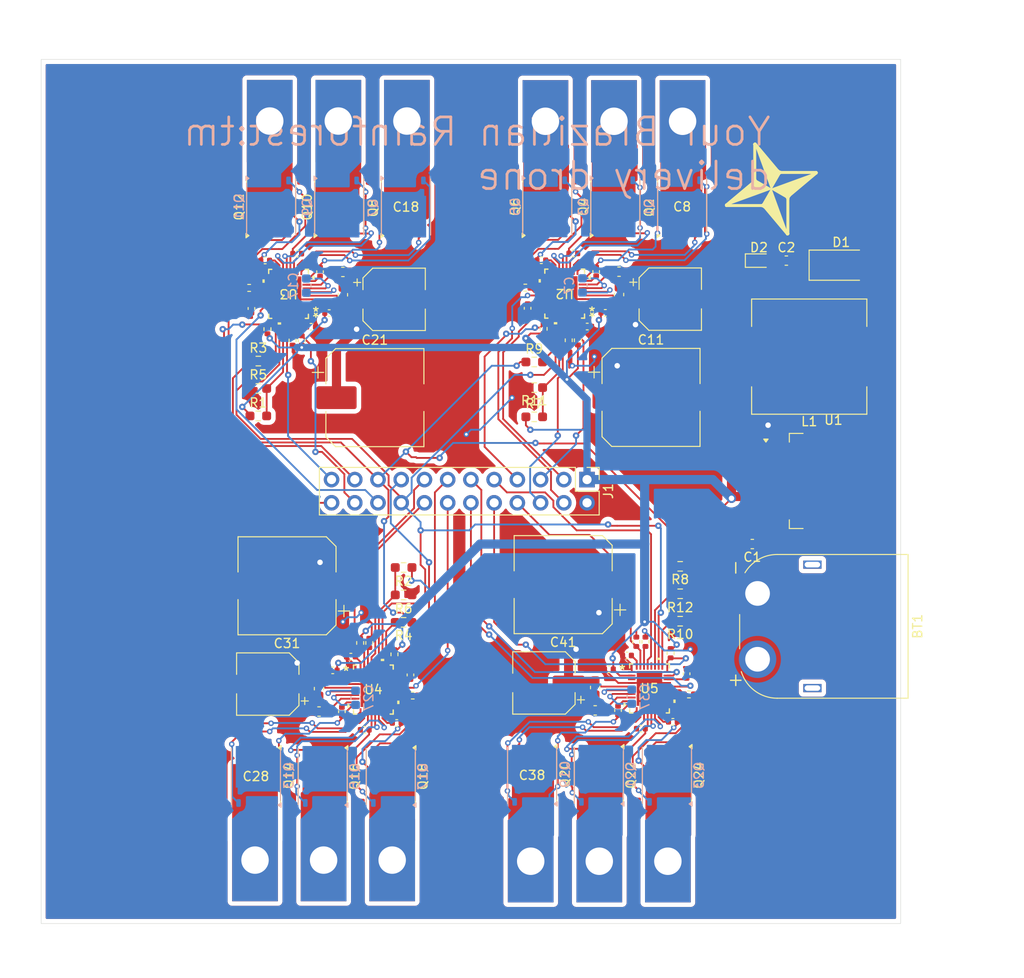
<source format=kicad_pcb>
(kicad_pcb (version 20240108) (generator "pcbnew") (generator_version "8.0")
  (layers (0 "F.Cu" signal) (31 "B.Cu" signal) (34 "B.Paste" user) (35 "F.Paste" user) (36 "B.SilkS" user "B.Silkscreen") (37 "F.SilkS" user "F.Silkscreen") (38 "B.Mask" user) (39 "F.Mask" user) (44 "Edge.Cuts" user))
  (net 0 "")
  (net 1 "+BATT")
  (net 2 "AGND")
  (net 3 "+3V3")
  (net 4 "/Motor controller2/BSTA")
  (net 5 "/Motor controller2/SHA")
  (net 6 "/Motor controller2/BSTB")
  (net 7 "/Motor controller2/SHB")
  (net 8 "/Motor controller2/SHC")
  (net 9 "/Motor controller2/BSTC")
  (net 10 "Net-(U2-GVDD)")
  (net 11 "Net-(U2-CPL)")
  (net 12 "Net-(U2-CPH)")
  (net 13 "+1V5")
  (net 14 "/Motor controller1/BSTA")
  (net 15 "/Motor controller1/SHA")
  (net 16 "/Motor controller1/SHB")
  (net 17 "/Motor controller1/BSTB")
  (net 18 "/Motor controller1/BSTC")
  (net 19 "/Motor controller1/SHC")
  (net 20 "Net-(U3-GVDD)")
  (net 21 "Net-(U3-CPL)")
  (net 22 "Net-(U3-CPH)")
  (net 23 "/Motor controller3/SHA")
  (net 24 "/Motor controller3/BSTA")
  (net 25 "/Motor controller3/BSTB")
  (net 26 "/Motor controller3/SHB")
  (net 27 "/Motor controller3/BSTC")
  (net 28 "/Motor controller3/SHC")
  (net 29 "Net-(U4-GVDD)")
  (net 30 "Net-(U4-CPH)")
  (net 31 "Net-(U4-CPL)")
  (net 32 "/Motor controller4/SHA")
  (net 33 "/Motor controller4/BSTA")
  (net 34 "/Motor controller4/BSTB")
  (net 35 "/Motor controller4/SHB")
  (net 36 "/Motor controller4/SHC")
  (net 37 "/Motor controller4/BSTC")
  (net 38 "Net-(U5-GVDD)")
  (net 39 "Net-(U5-CPL)")
  (net 40 "Net-(U5-CPH)")
  (net 41 "Net-(D1-K)")
  (net 42 "/ENA_4")
  (net 43 "/S_OX_1")
  (net 44 "/ENA_1")
  (net 45 "/ENA_2")
  (net 46 "/NFAULT_1")
  (net 47 "/SPEED_3")
  (net 48 "/S_OX_4")
  (net 49 "/SPEED_1")
  (net 50 "/NFAULT_2")
  (net 51 "/ENA_3")
  (net 52 "/S_OX_2")
  (net 53 "/S_OX_3")
  (net 54 "/PWM_2")
  (net 55 "/SDA")
  (net 56 "/NFAULT_3")
  (net 57 "/NFAULT_4")
  (net 58 "/PWM_1")
  (net 59 "/PWM_3")
  (net 60 "/SCL")
  (net 61 "/SPEED_2")
  (net 62 "/SPEED_4")
  (net 63 "/PWM_4")
  (net 64 "/Motor controller2/GHA")
  (net 65 "/Motor controller2/GLA")
  (net 66 "/Motor controller2/GHB")
  (net 67 "/Motor controller2/GLB")
  (net 68 "/Motor controller2/GHC")
  (net 69 "/Motor controller2/GLC")
  (net 70 "/Motor controller1/GHA")
  (net 71 "/Motor controller1/GLA")
  (net 72 "/Motor controller1/GHB")
  (net 73 "/Motor controller1/GLB")
  (net 74 "/Motor controller1/GHC")
  (net 75 "/Motor controller1/GLC")
  (net 76 "/Motor controller3/GHA")
  (net 77 "/Motor controller3/GLA")
  (net 78 "/Motor controller3/GHB")
  (net 79 "/Motor controller3/GLB")
  (net 80 "/Motor controller3/GHC")
  (net 81 "/Motor controller3/GLC")
  (net 82 "/Motor controller4/GHA")
  (net 83 "/Motor controller4/GLA")
  (net 84 "/Motor controller4/GHB")
  (net 85 "/Motor controller4/GLB")
  (net 86 "/Motor controller4/GHC")
  (net 87 "/Motor controller4/GLC")
  (net 88 "/Motor controller1/DIR")
  (net 89 "/Motor controller3/DIR")
  (net 90 "/Motor controller1/SDA")
  (net 91 "/Motor controller3/SDA")
  (net 92 "/Motor controller2/DIR")
  (net 93 "/Motor controller4/DIR")
  (net 94 "/Motor controller2/SDA")
  (net 95 "/Motor controller4/SDA")
  (net 96 "/Motor controller2/SN")
  (net 97 "Net-(U2-BRAKE)")
  (net 98 "/Motor controller1/SN")
  (net 99 "Net-(U3-BRAKE)")
  (net 100 "/Motor controller3/SN")
  (net 101 "Net-(U4-BRAKE)")
  (net 102 "/Motor controller4/SN")
  (net 103 "Net-(U5-BRAKE)")
  (net 106 "Net-(U2-AVDD)")
  (net 107 "Net-(U3-AVDD)")
  (net 110 "Net-(U4-AVDD)")
  (net 115 "Net-(U5-AVDD)")
  (footprint "Package_TO_SOT_SMD:TDSON-8-1" (layer "F.Cu") (at 55.74 112.913375 -90)
    (property "Reference" "Q18")
    (property "Value" "CSD18509Q5B")
  )
  (footprint "Custom:Edge_Solderpoint" (layer "F.Cu") (at 80.15 36.763376)
    (property "Reference" "J4" (hide yes))
    (property "Value" "MOTOR 2")
  )
  (footprint "Package_TO_SOT_SMD:TDSON-8-1" (layer "F.Cu") (at 72.85 50.613376 90)
    (property "Reference" "Q6")
    (property "Value" "CSD18509Q5B")
  )
  (footprint "Capacitor_SMD:C_0402_1005Metric" (layer "F.Cu") (at 51.37 99.813375 180)
    (property "Reference" "C32" (hide yes))
    (property "Value" "1uF")
  )
  (footprint "Resistor_SMD:R_0603_1608Metric_Pad0.98x0.95mm_HandSolder" (layer "F.Cu") (at 57.139995 96.063375 180)
    (property "Reference" "R4")
    (property "Value" "0")
  )
  (footprint "Package_TO_SOT_SMD:TDSON-8-1" (layer "F.Cu") (at 50.095 50.638376 90)
    (property "Reference" "Q10")
    (property "Value" "CSD18509Q5B")
  )
  (footprint "Package_TO_SOT_SMD:TDSON-8-1" (layer "F.Cu") (at 48.295 112.913375 -90)
    (property "Reference" "Q16")
    (property "Value" "CSD18509Q5B")
  )
  (footprint "Capacitor_SMD:C_0603_1608Metric" (layer "F.Cu") (at 99 56.5)
    (property "Reference" "C2")
    (property "Value" "1000uF")
  )
  (footprint "Resistor_SMD:R_0402_1005Metric" (layer "F.Cu") (at 72.45 63.963376 90)
    (property "Reference" "R15" (hide yes))
    (property "Value" "4.7k")
  )
  (footprint "Capacitor_SMD:C_0603_1608Metric" (layer "F.Cu") (at 47.89 105.813375)
    (property "Reference" "C26" (hide yes))
    (property "Value" "10uF")
  )
  (footprint "Capacitor_SMD:C_0402_1005Metric" (layer "F.Cu") (at 42 56.488376)
    (property "Reference" "C15" (hide yes))
    (property "Value" "1uF")
  )
  (footprint "Resistor_SMD:R_0402_1005Metric" (layer "F.Cu") (at 70.45 59.463376 180)
    (property "Reference" "R13" (hide yes))
    (property "Value" "R_SENSE")
  )
  (footprint "Capacitor_SMD:C_0603_1608Metric" (layer "F.Cu") (at 95.275 87.5 180)
    (property "Reference" "C1")
    (property "Value" "100uF")
  )
  (footprint "Capacitor_SMD:C_0603_1608Metric" (layer "F.Cu") (at 78.089999 103.188375 90)
    (property "Reference" "C39" (hide yes))
    (property "Value" "0.1uF")
  )
  (footprint "Capacitor_SMD:C_0402_1005Metric" (layer "F.Cu") (at 48 57.718376 -90)
    (property "Reference" "C13" (hide yes))
    (property "Value" "1uF")
  )
  (footprint "Connector_AMASS:AMASS_XT60PW-M_1x02_P7.20mm_Horizontal" (layer "F.Cu") (at 95.85 92.9 -90)
    (property "Reference" "BT1")
    (property "Value" "25V")
  )
  (footprint "Capacitor_SMD:C_0402_1005Metric" (layer "F.Cu") (at 50.39 105.833375 90)
    (property "Reference" "C23" (hide yes))
    (property "Value" "1uF")
  )
  (footprint "footprints:WQFN36_REE_TEX" (layer "F.Cu") (at 44.5569 60.138376 180)
    (property "Reference" "U3")
    (property "Value" "MCF8329A1IREER")
  )
  (footprint "Resistor_SMD:R_0402_1005Metric" (layer "F.Cu") (at 58.14 104.063375)
    (property "Reference" "R21" (hide yes))
    (property "Value" "R_SENSE")
  )
  (footprint "Connector_PinHeader_2.54mm:PinHeader_2x12_P2.54mm_Vertical" (layer "F.Cu") (at 77.2 80.448376 -90)
    (property "Reference" "J1")
    (property "Value" "ICC")
  )
  (footprint "Capacitor_SMD:C_0603_1608Metric" (layer "F.Cu") (at 78.09 105.688375)
    (property "Reference" "C36" (hide yes))
    (property "Value" "10uF")
  )
  (footprint "Package_TO_SOT_SMD:TDSON-8-1" (layer "F.Cu") (at 71.19 112.788375 -90)
    (property "Reference" "Q20")
    (property "Value" "CSD18509Q5B")
  )
  (footprint "Capacitor_SMD:C_0603_1608Metric" (layer "F.Cu") (at 80.7 57.713376 180)
    (property "Reference" "C6" (hide yes))
    (property "Value" "10uF")
  )
  (footprint "Capacitor_SMD:C_0402_1005Metric" (layer "F.Cu") (at 79.59 101.188375 180)
    (property "Reference" "C40" (hide yes))
    (property "Value" "1uF")
  )
  (footprint "Resistor_SMD:R_0603_1608Metric_Pad0.98x0.95mm_HandSolder" (layer "F.Cu") (at 87.385 92.938375)
    (property "Reference" "R12")
    (property "Value" "0")
  )
  (footprint "Capacitor_SMD:C_0402_1005Metric" (layer "F.Cu") (at 80.59 105.708375 90)
    (property "Reference" "C33" (hide yes))
    (property "Value" "1uF")
  )
  (footprint "Resistor_SMD:R_0603_1608Metric_Pad0.98x0.95mm_HandSolder" (layer "F.Cu") (at 71.425 67.588376)
    (property "Reference" "R9")
    (property "Value" "0")
  )
  (footprint "Diode_SMD:D_SMA" (layer "F.Cu") (at 105 57)
    (property "Reference" "D1")
    (property "Value" "SS33")
  )
  (footprint "Capacitor_SMD:C_0402_1005Metric" (layer "F.Cu") (at 57.89 101.813375 90)
    (property "Reference" "C45" (hide yes))
    (property "Value" "1uF")
  )
  (footprint "Resistor_SMD:R_0402_1005Metric" (layer "F.Cu") (at 42.25 63.988376 90)
    (property "Reference" "R19" (hide yes))
    (property "Value" "4.7k")
  )
  (footprint "Capacitor_SMD:C_0603_1608Metric" (layer "F.Cu") (at 80.700001 60.213376 -90)
    (property "Reference" "C9" (hide yes))
    (property "Value" "0.1uF")
  )
  (footprint "Resistor_SMD:R_0603_1608Metric_Pad0.98x0.95mm_HandSolder" (layer "F.Cu") (at 41.25 67.488376)
    (property "Reference" "R3")
    (property "Value" "0")
  )
  (footprint "Resistor_SMD:R_0402_1005Metric" (layer "F.Cu") (at 76.2 65.213376 90)
    (property "Reference" "R14" (hide yes))
    (property "Value" "4.7k")
  )
  (footprint "Resistor_SMD:R_0402_1005Metric" (layer "F.Cu") (at 45 65.238376 -90)
    (property "Reference" "R20" (hide yes))
    (property "Value" "4.7k")
  )
  (footprint "Package_TO_SOT_SMD:TDSON-8-1" (layer "F.Cu") (at 85.94 112.788375 -90)
    (property "Reference" "Q24")
    (property "Value" "CSD18509Q5B")
  )
  (footprint "LED_SMD:LED_0603_1608Metric" (layer "F.Cu") (at 96 56.5)
    (property "Reference" "D2")
    (property "Value" "LED")
  )
  (footprint "Capacitor_SMD:C_0402_1005Metric" (layer "F.Cu") (at 81.57 99.688375 180)
    (property "Reference" "C42" (hide yes))
    (property "Value" "1uF")
  )
  (footprint "Inductor_SMD:L_12x12mm_H6mm" (layer "F.Cu") (at 101.5 67 180)
    (property "Reference" "L1")
    (property "Value" "SMDRI127-151MT")
  )
  (footprint "Resistor_SMD:R_0603_1608Metric_Pad0.98x0.95mm_HandSolder" (layer "F.Cu") (at 87.385 95.938375 180)
    (property "Reference" "R10")
    (property "Value" "0")
  )
  (footprint "Capacitor_SMD:C_0402_1005Metric" (layer "F.Cu") (at 70.7 61.713376 -90)
    (property "Reference" "C43" (hide yes))
    (property "Value" "1uF")
  )
  (footprint "Custom:Edge_Solderpoint" (layer "F.Cu") (at 78.54 126.688375 180)
    (property "Reference" "J5" (hide yes))
    (property "Value" "MOTOR 4")
  )
  (footprint "Resistor_SMD:R_0402_1005Metric" (layer "F.Cu") (at 83.59 98.188375 90)
    (property "Reference" "R28" (hide yes))
    (property "Value" "4.7k")
  )
  (footprint "Resistor_SMD:R_0603_1608Metric_Pad0.98x0.95mm_HandSolder" (layer "F.Cu") (at 41.25 73.488376)
    (property "Reference" "R1")
    (property "Value" "0")
  )
  (footprint "Resistor_SMD:R_0402_1005Metric" (layer "F.Cu") (at 88.34 103.938375)
    (property "Reference" "R25" (hide yes))
    (property "Value" "R_SENSE")
  )
  (footprint "Capacitor_SMD:C_0402_1005Metric" (layer "F.Cu") (at 79.2 62.213376)
    (property "Reference" "C10" (hide yes))
    (property "Value" "1uF")
  )
  (footprint "Resistor_SMD:R_0402_1005Metric" (layer "F.Cu") (at 53.39 98.313375 90)
    (property "Reference" "R24" (hide yes))
    (property "Value" "4.7k")
  )
  (footprint "Capacitor_SMD:C_0402_1005Metric" (layer "F.Cu") (at 77.22 63.713376)
    (property "Reference" "C12" (hide yes))
    (property "Value" "1uF")
  )
  (footprint "Capacitor_SMD:C_0402_1005Metric" (layer "F.Cu") (at 56.39 107.063375 180)
    (property "Reference" "C25" (hide yes))
    (property "Value" "1uF")
  )
  (footprint "footprints:WQFN36_REE_TEX" (layer "F.Cu") (at 53.8331 103.413375)
    (property "Reference" "U4")
    (property "Value" "MCF8329A1IREER")
  )
  (footprint "Capacitor_SMD:CP_Elec_6.3x7.7" (layer "F.Cu") (at 56.105 60.738376)
    (property "Reference" "C18")
    (property "Value" "47uF")
  )
  (footprint "Resistor_SMD:R_0603_1608Metric_Pad0.98x0.95mm_HandSolder" (layer "F.Cu") (at 71.425 70.388376 180)
    (property "Reference" "R11")
    (property "Value" "0")
  )
  (footprint "Capacitor_SMD:C_0603_1608Metric" (layer "F.Cu") (at 50.5 57.738376 180)
    (property "Reference" "C16" (hide yes))
    (property "Value" "10uF")
  )
  (footprint "Custom:Edge_Solderpoint" (layer "F.Cu") (at 48.389995 126.563375 180)
    (property "Reference" "J3" (hide yes))
    (property "Value" "MOTOR 3")
  )
  (footprint "Capacitor_SMD:CP_Elec_10x10.5" (layer "F.Cu") (at 44.389999 92.063375 180)
    (property "Reference" "C31")
    (property "Value" "470uF")
  )
  (footprint "Capacitor_SMD:CP_Elec_6.3x7.7" (layer "F.Cu") (at 86.305001 60.713376)
    (property "Reference" "C8")
    (property "Value" "47uF")
  )
  (footprint "Custom:Edge_Solderpoint" (layer "F.Cu") (at 50 36.738376)
    (property "Reference" "J2" (hide yes))
    (property "Value" "MOTOR 1")
  )
  (footprint "Package_TO_SOT_SMD:TDSON-8-1" (layer "F.Cu") (at 80.295 50.613376 90)
    (property "Reference" "Q4")
    (property "Value" "CSD18509Q5B")
  )
  (footprint "Resistor_SMD:R_0402_1005Metric" (layer "F.Cu") (at 52.39 98.313375 -90)
    (property "Reference" "R22" (hide yes))
    (property "Value" "4.7k")
  )
  (footprint "Resistor_SMD:R_0402_1005Metric" (layer "F.Cu") (at 75.2 65.213376 -90)
    (property "Reference" "R16" (hide yes))
    (property "Value" "4.7k")
  )
  (footprint "Capacitor_SMD:CP_Elec_10x10.5" (layer "F.Cu") (at 84.200001 71.463376)
    (property "Reference" "C11")
    (property "Value" "470uF")
  )
  (footprint "Capacitor_SMD:CP_Elec_6.3x7.7" (layer "F.Cu") (at 42.284999 102.813375 180)
    (property "Reference" "C28")
    (property "Value" "47uF")
  )
  (footprint "Package_TO_SOT_SMD:TDSON-8-1" (layer "F.Cu") (at 40.99 112.913375 -90)
    (property "Reference" "Q14")
    (property "Value" "CSD18509Q5B")
  )
  (footprint "Resistor_SMD:R_0402_1005Metric" (layer "F.Cu") (at 86.34 99.438375 -90)
    (property "Reference" "R27" (hide yes))
    (property "Value" "4.7k")
  )
  (footprint "Resistor_SMD:R_0603_1608Metric_Pad0.98x0.95mm_HandSolder" (layer "F.Cu") (at 57.139995 93.063375)
    (property "Reference" "R6")
    (property "Value" "0")
  )
  (footprint "Capacitor_SMD:C_0402_1005Metric" (layer "F.Cu") (at 45.5 55.738376)
    (property "Reference" "C14" (hide yes))
    (property "Value" "1uF")
  )
  (footprint "Package_TO_SOT_SMD:TO-263-5_TabPin3" (layer "F.Cu") (at 104.15 80.6)
    (property "Reference" "U1")
    (property "Value" "LM2576S-3.3")
  )
  (footprint "Capacitor_SMD:C_0603_1608Metric" (layer "F.Cu") (at 50.5 60.238376 -90)
    (property "Reference" "C19" (hide yes))
    (property "Value" "0.1uF")
  )
  (footprint "Resistor_SMD:R_0603_1608Metric_Pad0.98x0.95mm_HandSolder" (layer "F.Cu") (at 87.385 89.938375 180)
    (property "Reference" "R8")
    (property "Value" "0")
  )
  (footprint "footprints:WQFN36_REE_TEX" (layer "F.Cu") (at 84.0331 103.288375)
    (property "Reference" "U5")
    (property "Value" "MCF8329A1IREER")
  )
  (footprint "Capacitor_SMD:CP_Elec_10x10.5" (layer "F.Cu") (at 54 71.488376)
    (property "Reference" "C21")
    (property "Value" "470uF")
  )
  (footprint "footprints:WQFN36_REE_TEX" (layer "F.Cu") (at 74.7569 60.113376 180)
    (property "Reference" "U2")
    (property "Value" "MCF8329A1IREER")
  )
  (footprint "Resistor_SMD:R_0402_1005Metric" (layer "F.Cu") (at 82.59 98.188375 -90)
    (property "Reference" "R26" (hide yes))
    (property "Value" "4.7k")
  )
  (footprint "Capacitor_SMD:C_0402_1005Metric" (layer "F.Cu") (at 78.2 57.693376 -90)
    (property "Reference" "C3" (hide yes))
    (property "Value" "1uF")
  )
  (footprint "Capacitor_SMD:C_0402_1005Metric" (layer "F.Cu") (at 75.7 55.713376)
    (property "Reference" "C4" (hide yes))
    (property "Value" "1uF")
  )
  (footprint "Capacitor_SMD:C_0402_1005Metric" (layer "F.Cu") (at 40.5 61.738376 -90)
    (property "Reference" "C44" (hide yes))
    (property "Value" "1uF")
  )
  (footprint "Capacitor_SMD:C_0402_1005Metric" (layer "F.Cu") (at 52.89 107.813375 180)
    (property "Reference" "C24" (hide yes))
    (property "Value" "1uF")
  )
  (footprint "Package_TO_SOT_SMD:TDSON-8-1" (layer "F.Cu") (at 57.4 50.638376 90)
    (property "Reference" "Q8")
    (property "Value" "CSD18509Q5B")
  )
  (footprint "Capacitor_SMD:C_0402_1005Metric" (layer "F.Cu") (at 49 62.238376)
    (property "Reference" "C20" (hide yes))
    (property "Value" "1uF")
  )
  (footprint "Capacitor_SMD:C_0402_1005Metric" (layer "F.Cu") (at 49.39 101.313375 180)
    (property "Reference" "C30" (hide yes))
    (property "Value" "1uF")
  )
  (footprint "Resistor_SMD:R_0603_1608Metric_Pad0.98x0.95mm_HandSolder" (layer "F.Cu") (at 41.25 70.488376 180)
    (property "Reference" "R5")
    (property "Value" "0")
  )
  (footprint "Resistor_SMD:R_0603_1608Metric_Pad0.98x0.95mm_HandSolder" (layer "F.Cu") (at 71.425 73.588376)
    (property "Reference" "R7")
    (property "Value" "0")
  )
  (footprint "Capacitor_SMD:CP_Elec_10x10.5" (layer "F.Cu") (at 74.589999 91.938375 180)
    (property "Reference" "C41")
    (property "Value" "470uF")
  )
  (footprint "Capacitor_SMD:C_0603_1608Metric" (layer "F.Cu") (at 47.889999 103.313375 90)
    (property "Reference" "C29" (hide yes))
    (property "Value" "0.1uF")
  )
  (footprint "Resistor_SMD:R_0603_1608Metric_Pad0.98x0.95mm_HandSolder" (layer "F.Cu") (at 57.139995 90.063375 180)
    (property "Reference" "R2")
    (property "Value" "0")
  )
  (footprint "Capacitor_SMD:CP_Elec_6.3x7.7" (layer "F.Cu") (at 72.484999 102.688375 180)
    (property "Reference" "C38")
    (property "Value" "47uF")
  )
  (footprint "Capacitor_SMD:C_0402_1005Metric" (layer "F.Cu") (at 88.09 101.688375 90)
    (property "Reference" "C46" (hide yes))
    (property "Value" "1uF")
  )
  (footprint "Package_TO_SOT_SMD:TDSON-8-1" (layer "F.Cu") (at 78.495 112.788375 -90)
    (property "Reference" "Q22")
    (property "Value" "CSD18509Q5B")
  )
  (footprint "Resistor_SMD:R_0402_1005Metric" (layer "F.Cu") (at 46 65.238376 90)
    (property "Reference" "R18" (hide yes))
    (property "Value" "4.7k")
  )
  (footprint "Capacitor_SMD:C_0402_1005Metric" (layer "F.Cu") (at 86.59 106.938375 180)
    (property "Reference" "C35" (hide yes))
    (property "Value" "1uF")
  )
  (footprint "Package_TO_SOT_SMD:TDSON-8-1" (layer "F.Cu") (at 42.65 50.638376 90)
    (property "Reference" "Q12")
    (property "Value" "CSD18509Q5B")
  )
  (footprint "Capacitor_SMD:C_0402_1005Metric" (layer "F.Cu") (at 83.09 107.688375 180)
    (property "Reference" "C34" (hide yes))
    (property "Value" "1uF")
  )
  (footprint "Capacitor_SMD:C_0402_1005Metric" (layer "F.Cu") (at 47.02 63.738376)
    (property "Reference" "C22" (hide yes))
    (property "Value" "1uF")
  )
  (footprint "Resistor_SMD:R_0402_1005Metric" (layer "F.Cu") (at 56.14 99.563375 -90)
    (property "Reference" "R23" (hide yes))
    (property "Value" "4.7k")
  )
  (footprint "Package_TO_SOT_SMD:TDSON-8-1" (layer "F.Cu") (at 87.6 50.613376 90)
    (property "Reference" "Q2")
    (property "Value" "CSD18509Q5B")
  )
  (footprint "Resistor_SMD:R_0402_1005Metric" (layer "F.Cu") (at 40.25 59.488376 180)
    (property "Reference" "R17" (hide yes))
    (property "Value" "R_SENSE")
  )
  (footprint "Capacitor_SMD:C_0402_1005Metric" (layer "F.Cu") (at 72.2 56.463376)
    (property "Reference" "C5" (hide yes))
    (property "Value" "1uF")
  )
  (footprint "Capacitor_SMD:C_0603_1608Metric" (layer "B.Cu") (at 76.7 59.213376 -90)
    (property "Reference" "C7")
    (property "Value" "470nF")
  )
  (footprint "Capacitor_SMD:C_0603_1608Metric" (layer "B.Cu") (at 82.09 104.188375 90)
    (property "Reference" "C37")
    (property "Value" "470nF")
  )
  (footprint "Capacitor_SMD:C_0603_1608Metric" (layer "B.Cu") (at 46.5 59.238376 -90)
    (property "Reference" "C17")
    (property "Value" "470nF")
  )
  (footprint "Package_TO_SOT_SMD:TDSON-8-1" (layer "B.Cu") (at 40.99 112.913375 90)
    (property "Reference" "Q13")
    (property "Value" "CSD18509Q5B")
  )
  (footprint "Package_TO_SOT_SMD:TDSON-8-1" (layer "B.Cu") (at 78.495 112.788375 90)
    (property "Reference" "Q21")
    (property "Value" "CSD18509Q5B")
  )
  (footprint "Package_TO_SOT_SMD:TDSON-8-1" (layer "B.Cu") (at 50.095 50.638376 -90)
    (property "Reference" "Q9")
    (property "Value" "CSD18509Q5B")
  )
  (footprint "Package_TO_SOT_SMD:TDSON-8-1" (layer "B.Cu") (at 57.4 50.638376 -90)
    (property "Reference" "Q7")
    (property "Value" "CSD18509Q5B")
  )
  (footprint "Package_TO_SOT_SMD:TDSON-8-1" (layer "B.Cu") (at 42.65 50.638376 -90)
    (property "Reference" "Q11")
    (property "Value" "CSD18509Q5B")
  )
  (footprint "Package_TO_SOT_SMD:TDSON-8-1" (layer "B.Cu") (at 71.19 112.788375 90)
    (property "Reference" "Q19")
    (property "Value" "CSD18509Q5B")
  )
  (footprint "Package_TO_SOT_SMD:TDSON-8-1" (layer "B.Cu") (at 55.74 112.913375 90)
    (property "Reference" "Q17")
    (property "Value" "CSD18509Q5B")
  )
  (footprint "Package_TO_SOT_SMD:TDSON-8-1" (layer "B.Cu") (at 87.6 50.613376 -90)
    (property "Reference" "Q1")
    (property "Value" "CSD18509Q5B")
  )
  (footprint "Package_TO_SOT_SMD:TDSON-8-1" (layer "B.Cu") (at 85.94 112.788375 90)
    (property "Reference" "Q23")
    (property "Value" "CSD18509Q5B")
  )
  (footprint "Package_TO_SOT_SMD:TDSON-8-1" (layer "B.Cu") (at 80.295 50.613376 -90)
    (property "Reference" "Q3")
    (property "Value" "CSD18509Q5B")
  )
  (footprint "Package_TO_SOT_SMD:TDSON-8-1" (layer "B.Cu") (at 72.85 50.613376 -90)
    (property "Reference" "Q5")
    (property "Value" "CSD18509Q5B")
  )
  (footprint "Capacitor_SMD:C_0603_1608Metric" (layer "B.Cu") (at 51.89 104.313375 90)
    (property "Reference" "C27")
    (property "Value" "470nF")
  )
  (footprint "Package_TO_SOT_SMD:TDSON-8-1" (layer "B.Cu") (at 48.295 112.913375 90)
    (property "Reference" "Q15")
    (property "Value" "CSD18509Q5B")
  )
  (gr_line (start 101.780752 47.057631) (end 101.78255 47.056738) (stroke (width 0.1)) (layer "F.SilkS"))
  (gr_line (start 101.797379 47.044212) (end 101.798516 47.042653) (stroke (width 0.1)) (layer "F.SilkS"))
  (gr_line (start 99.024589 53.118983) (end 99.026346 53.118106) (stroke (width 0.1)) (layer "F.SilkS"))
  (gr_line (start 99.266434 53.590551) (end 99.268269 53.58516) (stroke (width 0.1)) (layer "F.SilkS"))
  (gr_line (start 96.297712 50.366707) (end 96.307592 50.365719) (stroke (width 0.1)) (layer "F.SilkS"))
  (gr_line (start 98.334566 46.997155) (end 98.326655 47.002816) (stroke (width 0.1)) (layer "F.SilkS"))
  (gr_line (start 96.37101 50.341784) (end 96.378921 50.336123) (stroke (width 0.1)) (layer "F.SilkS"))
  (gr_line (start 99.032884 53.113897) (end 99.034388 53.112681) (stroke (width 0.1)) (layer "F.SilkS"))
  (gr_line (start 92.909577 50.351069) (end 92.910855 50.352518) (stroke (width 0.1)) (layer "F.SilkS"))
  (gr_line (start 92.905099 50.344735) (end 92.906119 50.346396) (stroke (width 0.1)) (layer "F.SilkS"))
  (gr_line (start 99.17666 53.680521) (end 99.182157 53.678398) (stroke (width 0.1)) (layer "F.SilkS"))
  (gr_line (start 101.77903 46.975401) (end 101.777217 46.974685) (stroke (width 0.1)) (layer "F.SilkS"))
  (gr_line (start 101.799457 46.992543) (end 101.798369 46.990933) (stroke (width 0.1)) (layer "F.SilkS"))
  (gr_line (start 95.670756 47.670877) (end 95.675344 47.679444) (stroke (width 0.1)) (layer "F.SilkS"))
  (gr_line (start 92.902427 50.304721) (end 92.901721 50.306519) (stroke (width 0.1)) (layer "F.SilkS"))
  (gr_line (start 102.289505 46.762507) (end 102.284386 46.760087) (stroke (width 0.1)) (layer "F.SilkS"))
  (gr_line (start 99.0268 53.652652) (end 99.031221 53.65636) (stroke (width 0.1)) (layer "F.SilkS"))
  (gr_line (start 99.010451 53.635986) (end 99.014325 53.640424) (stroke (width 0.1)) (layer "F.SilkS"))
  (gr_line (start 95.434249 43.7648) (end 95.433033 43.770417) (stroke (width 0.1)) (layer "F.SilkS"))
  (gr_line (start 92.341741 50.493346) (end 92.343864 50.498843) (stroke (width 0.1)) (layer "F.SilkS"))
  (gr_line (start 102.371958 46.913541) (end 102.372482 46.907903) (stroke (width 0.1)) (layer "F.SilkS"))
  (gr_line (start 96.458407 50.645089) (end 96.436619 50.634203) (stroke (width 0.1)) (layer "F.SilkS"))
  (gr_line (start 101.784294 47.055773) (end 101.785984 47.054737) (stroke (width 0.1)) (layer "F.SilkS"))
  (gr_line (start 99.086534 53.684456) (end 99.09754 53.686966) (stroke (width 0.1)) (layer "F.SilkS"))
  (gr_line (start 95.430219 47.563123) (end 95.430218 47.562995) (stroke (width 0.1)) (layer "F.SilkS"))
  (gr_line (start 92.375166 50.54663) (end 92.379191 50.550613) (stroke (width 0.1)) (layer "F.SilkS"))
  (gr_line (start 95.677522 44.221783) (end 95.675862 44.222802) (stroke (width 0.1)) (layer "F.SilkS"))
  (gr_line (start 92.909402 50.293218) (end 92.908197 50.294728) (stroke (width 0.1)) (layer "F.SilkS"))
  (gr_line (start 95.725973 44.223745) (end 95.724368 44.222676) (stroke (width 0.1)) (layer "F.SilkS"))
  (gr_line (start 99.340463 49.542671) (end 99.328406 49.563852) (stroke (width 0.1)) (layer "F.SilkS"))
  (gr_line (start 95.430218 43.79939) (end 95.430219 43.799377) (stroke (width 0.1)) (layer "F.SilkS"))
  (gr_line (start 99.020944 53.120512) (end 99.022788 53.119786) (stroke (width 0.1)) (layer "F.SilkS"))
  (gr_line (start 96.320321 50.598143) (end 96.295937 50.594768) (stroke (width 0.1)) (layer "F.SilkS"))
  (gr_line (start 99.237752 53.638903) (end 99.241412 53.634599) (stroke (width 0.1)) (layer "F.SilkS"))
  (gr_line (start 102.257457 46.750934) (end 102.25184 46.749717) (stroke (width 0.1)) (layer "F.SilkS"))
  (gr_line (start 95.351908 47.816797) (end 95.365114 47.796271) (stroke (width 0.1)) (layer "F.SilkS"))
  (gr_line (start 92.903273 50.341269) (end 92.90415 50.343026) (stroke (width 0.1)) (layer "F.SilkS"))
  (gr_line (start 96.307592 50.365719) (end 96.317322 50.364092) (stroke (width 0.1)) (layer "F.SilkS"))
  (gr_line (start 92.921344 50.360944) (end 92.923037 50.361881) (stroke (width 0.1)) (layer "F.SilkS"))
  (gr_line (start 92.363996 50.533765) (end 92.367564 50.538203) (stroke (width 0.1)) (layer "F.SilkS"))
  (gr_line (start 99.011157 53.122917) (end 99.013172 53.122608) (stroke (width 0.1)) (layer "F.SilkS"))
  (gr_line (start 102.348222 46.814486) (end 102.344984 46.809762) (stroke (width 0.1)) (layer "F.SilkS"))
  (gr_line (start 99.148485 53.687782) (end 99.154168 53.686782) (stroke (width 0.1)) (layer "F.SilkS"))
  (gr_line (start 99.050059 53.669306) (end 99.055026 53.672063) (stroke (width 0.1)) (layer "F.SilkS"))
  (gr_line (start 95.695125 43.702953) (end 98.114415 46.586288) (stroke (width 0.1)) (layer "F.SilkS"))
  (gr_line (start 102.240416 46.747927) (end 102.234619 46.747361) (stroke (width 0.1)) (layer "F.SilkS"))
  (gr_line (start 101.789196 47.052464) (end 101.790714 47.051232) (stroke (width 0.1)) (layer "F.SilkS"))
  (gr_line (start 98.130915 46.604757) (end 98.14832 46.622322) (stroke (width 0.1)) (layer "F.SilkS"))
  (gr_line (start 92.482695 50.591944) (end 92.482695 50.59204) (stroke (width 0.1)) (layer "F.SilkS"))
  (gr_line (start 95.429533 47.587976) (end 95.430219 47.563123) (stroke (width 0.1)) (layer "F.SilkS"))
  (gr_line (start 96.378921 50.336123) (end 96.386462 50.32995) (stroke (width 0.1)) (layer "F.SilkS"))
  (gr_line (start 99.006597 49.628655) (end 98.999446 49.621935) (stroke (width 0.1)) (layer "F.SilkS"))
  (gr_line (start 101.796174 47.045722) (end 101.797379 47.044212) (stroke (width 0.1)) (layer "F.SilkS"))
  (gr_line (start 99.050357 49.734553) (end 99.050357 49.734695) (stroke (width 0.1)) (layer "F.SilkS"))
  (gr_line (start 92.905991 50.297891) (end 92.904992 50.29954) (stroke (width 0.1)) (layer "F.SilkS"))
  (gr_line (start 92.928359 50.364254) (end 92.930207 50.364892) (stroke (width 0.1)) (layer "F.SilkS"))
  (gr_line (start 95.337578 47.836617) (end 95.351908 47.816797) (stroke (width 0.1)) (layer "F.SilkS"))
  (gr_line (start 102.36887 46.862425) (end 102.36742 46.856784) (stroke (width 0.1)) (layer "F.SilkS"))
  (gr_line (start 99.317519 49.58564) (end 99.307826 49.607984) (stroke (width 0.1)) (layer "F.SilkS"))
  (gr_line (start 96.591161 50.752789) (end 96.574661 50.734191) (stroke (width 0.1)) (layer "F.SilkS"))
  (gr_line (start 95.655219 47.604272) (end 95.655219 47.604391) (stroke (width 0.1)) (layer "F.SilkS"))
  (gr_line (start 92.43171 50.583117) (end 92.4371 50.584952) (stroke (width 0.1)) (layer "F.SilkS"))
  (gr_line (start 99.065229 53.676991) (end 99.075748 53.681126) (stroke (width 0.1)) (layer "F.SilkS"))
  (gr_line (start 95.731907 44.228691) (end 95.730501 44.227357) (stroke (width 0.1)) (layer "F.SilkS"))
  (gr_line (start 92.91638 50.286477) (end 92.914862 50.287709) (stroke (width 0.1)) (layer "F.SilkS"))
  (gr_line (start 92.932089 50.365451) (end 92.934002 50.365929) (stroke (width 0.1)) (layer "F.SilkS"))
  (gr_line (start 101.806566 47.019089) (end 101.806617 47.017108) (stroke (width 0.1)) (layer "F.SilkS"))
  (gr_line (start 98.268957 46.704743) (end 98.291301 46.714435) (stroke (width 0.1)) (layer "F.SilkS"))
  (gr_line (start 95.733258 44.230088) (end 95.731907 44.228691) (stroke (width 0.1)) (layer "F.SilkS"))
  (gr_line (start 92.387661 50.558096) (end 92.392096 50.561589) (stroke (width 0.1)) (layer "F.SilkS"))
  (gr_line (start 96.336221 50.358981) (end 96.345336 50.35553) (stroke (width 0.1)) (layer "F.SilkS"))
  (gr_line (start 98.417867 46.971903) (end 98.417865 46.97205) (stroke (width 0.1)) (layer "F.SilkS"))
  (gr_line (start 95.269473 47.907847) (end 95.288071 47.891346) (stroke (width 0.1)) (layer "F.SilkS"))
  (gr_line (start 98.999446 49.621935) (end 98.991829 49.615667) (stroke (width 0.1)) (layer "F.SilkS"))
  (gr_line (start 102.338012 46.800741) (end 102.334287 46.796451) (stroke (width 0.1)) (layer "F.SilkS"))
  (gr_line (start 101.778903 47.058449) (end 101.780752 47.057631) (stroke (width 0.1)) (layer "F.SilkS"))
  (gr_line (start 98.166579 46.638832) (end 98.185643 46.654264) (stroke (width 0.1)) (layer "F.SilkS"))
  (gr_line (start 102.228773 46.747018) (end 102.222881 46.746903) (stroke (width 0.1)) (layer "F.SilkS"))
  (gr_line (start 92.339834 50.487771) (end 92.341741 50.493346) (stroke (width 0.1)) (layer "F.SilkS"))
  (gr_line (start 92.411054 50.573828) (end 92.416071 50.576436) (stroke (width 0.1)) (layer "F.SilkS"))
  (gr_line (start 95.72103 44.220749) (end 95.719302 44.219894) (stroke (width 0.1)) (layer "F.SilkS"))
  (gr_line (start 96.246441 50.59204) (end 96.24644 50.591944) (stroke (width 0.1)) (layer "F.SilkS"))
  (gr_line (start 95.68307 43.690184) (end 95.678776 43.686291) (stroke (width 0.1)) (layer "F.SilkS"))
  (gr_line (start 96.391423 50.616034) (end 96.368114 50.608799) (stroke (width 0.1)) (layer "F.SilkS"))
  (gr_line (start 99.125698 53.689575) (end 99.131391 53.689455) (stroke (width 0.1)) (layer "F.SilkS"))
  (gr_line (start 99.037228 53.110065) (end 99.038559 53.108671) (stroke (width 0.1)) (layer "F.SilkS"))
  (gr_line (start 92.924824 50.281311) (end 92.923026 50.282204) (stroke (width 0.1)) (layer "F.SilkS"))
  (gr_line (start 95.686519 44.21778) (end 95.684633 44.218427) (stroke (width 0.1)) (layer "F.SilkS"))
  (gr_line (start 95.467824 43.70004) (end 95.464164 43.704343) (stroke (width 0.1)) (layer "F.SilkS"))
  (gr_line (start 92.337806 50.403222) (end 92.335296 50.414229) (stroke (width 0.1)) (layer "F.SilkS"))
  (gr_line (start 98.991829 49.615667) (end 98.983762 49.609877) (stroke (width 0.1)) (layer "F.SilkS"))
  (gr_line (start 92.396659 50.564913) (end 92.401342 50.568063) (stroke (width 0.1)) (layer "F.SilkS"))
  (gr_line (start 92.907207 50.348006) (end 92.90836 50.349565) (stroke (width 0.1)) (layer "F.SilkS"))
  (gr_line (start 98.342819 46.992024) (end 98.334566 46.997155) (stroke (width 0.1)) (layer "F.SilkS"))
  (gr_line (start 95.454196 43.718024) (end 95.451223 43.722824) (stroke (width 0.1)) (layer "F.SilkS"))
  (gr_line (start 95.484057 43.684247) (end 95.479767 43.687972) (stroke (width 0.1)) (layer "F.SilkS"))
  (gr_line (start 95.715739 44.218406) (end 95.713909 44.217777) (stroke (width 0.1)) (layer "F.SilkS"))
  (gr_line (start 95.497803 43.674038) (end 95.493079 43.677275) (stroke (width 0.1)) (layer "F.SilkS"))
  (gr_line (start 95.322146 47.855681) (end 95.337578 47.836617) (stroke (width 0.1)) (layer "F.SilkS"))
  (gr_line (start 95.727531 44.224882) (end 95.725973 44.223745) (stroke (width 0.1)) (layer "F.SilkS"))
  (gr_line (start 92.926546 50.363538) (end 92.928359 50.364254) (stroke (width 0.1)) (layer "F.SilkS"))
  (gr_line (start 98.326655 47.002816) (end 98.319114 47.008989) (stroke (width 0.1)) (layer "F.SilkS"))
  (gr_line (start 102.355378 46.967234) (end 102.35794 46.962175) (stroke (width 0.1)) (layer "F.SilkS"))
  (gr_line (start 99.229947 53.647095) (end 99.233929 53.64307) (stroke (width 0.1)) (layer "F.SilkS"))
  (gr_line (start 102.372792 46.902241) (end 102.372888 46.89656) (stroke (width 0.1)) (layer "F.SilkS"))
  (gr_line (start 99.022788 53.119786) (end 99.024589 53.118983) (stroke (width 0.1)) (layer "F.SilkS"))
  (gr_line (start 92.924771 50.362747) (end 92.926546 50.363538) (stroke (width 0.1)) (layer "F.SilkS"))
  (gr_line (start 98.388254 46.97485) (end 98.378702 46.9771) (stroke (width 0.1)) (layer "F.SilkS"))
  (gr_line (start 92.919695 50.359936) (end 92.921344 50.360944) (stroke (width 0.1)) (layer "F.SilkS"))
  (gr_line (start 102.352621 46.972202) (end 102.355378 46.967234) (stroke (width 0.1)) (layer "F.SilkS"))
  (gr_line (start 95.665748 44.23172) (end 95.664541 44.233223) (stroke (width 0.1)) (layer "F.SilkS"))
  (gr_line (start 99.047571 53.093901) (end 99.04821 53.092053) (stroke (width 0.1)) (layer "F.SilkS"))
  (gr_line (start 92.89901 50.319849) (end 92.898959 50.321831) (stroke (width 0.1)) (layer "F.SilkS"))
  (gr_line (start 92.377579 50.335033) (end 92.373502 50.339193) (stroke (width 0.1)) (layer "F.SilkS"))
  (gr_line (start 98.293191 47.038495) (end 98.287907 47.046995) (stroke (width 0.1)) (layer "F.SilkS"))
  (gr_line (start 99.275358 53.539535) (end 99.275357 53.539567) (stroke (width 0.1)) (layer "F.SilkS"))
  (gr_line (start 98.971026 53.107397) (end 98.972318 53.108855) (stroke (width 0.1)) (layer "F.SilkS"))
  (gr_line (start 92.448119 50.58801) (end 92.453736 50.589226) (stroke (width 0.1)) (layer "F.SilkS"))
  (gr_line (start 99.038559 53.108671) (end 99.039829 53.107221) (stroke (width 0.1)) (layer "F.SilkS"))
  (gr_line (start 95.475629 43.691849) (end 95.471647 43.695873) (stroke (width 0.1)) (layer "F.SilkS"))
  (gr_line (start 101.782539 46.977058) (end 101.780805 46.976192) (stroke (width 0.1)) (layer "F.SilkS"))
  (gr_line (start 95.406226 47.708105) (end 95.413461 47.684796) (stroke (width 0.1)) (layer "F.SilkS"))
  (gr_line (start 98.407864 46.972235) (end 98.397984 46.973223) (stroke (width 0.1)) (layer "F.SilkS"))
  (gr_line (start 98.459135 46.746903) (end 98.459136 46.747022) (stroke (width 0.1)) (layer "F.SilkS"))
  (gr_line (start 95.424117 47.637003) (end 95.427491 47.612619) (stroke (width 0.1)) (layer "F.SilkS"))
  (gr_line (start 102.356875 46.829471) (end 102.354172 46.824344) (stroke (width 0.1)) (layer "F.SilkS"))
  (gr_line (start 92.904992 50.29954) (end 92.904064 50.301229) (stroke (width 0.1)) (layer "F.SilkS"))
  (gr_line (start 99.00515 53.123297) (end 99.007144 53.12326) (stroke (width 0.1)) (layer "F.SilkS"))
  (gr_line (start 95.742505 44.245257) (end 95.741765 44.243358) (stroke (width 0.1)) (layer "F.SilkS"))
  (gr_line (start 92.338156 50.482161) (end 92.339834 50.487771) (stroke (width 0.1)) (layer "F.SilkS"))
  (gr_line (start 102.371095 46.873773) (end 102.370095 46.86809) (stroke (width 0.1)) (layer "F.SilkS"))
  (gr_line (start 95.445823 43.732753) (end 95.443403 43.737871) (stroke (width 0.1)) (layer "F.SilkS"))
  (gr_line (start 102.351286 46.819348) (end 102.348222 46.814486) (stroke (width 0.1)) (layer "F.SilkS"))
  (gr_line (start 92.923026 50.282204) (end 92.921282 50.283169) (stroke (width 0.1)) (layer "F.SilkS"))
  (gr_line (start 95.591221 43.649778) (end 95.585559 43.649468) (stroke (width 0.1)) (layer "F.SilkS"))
  (gr_line (start 102.372768 46.890867) (end 102.37243 46.885167) (stroke (width 0.1)) (layer "F.SilkS"))
  (gr_line (start 95.684633 44.218427) (end 95.682789 44.219154) (stroke (width 0.1)) (layer "F.SilkS"))
  (gr_line (start 92.34527 50.381917) (end 92.341135 50.392436) (stroke (width 0.1)) (layer "F.SilkS"))
  (gr_line (start 92.359048 50.357108) (end 92.355906 50.361875) (stroke (width 0.1)) (layer "F.SilkS"))
  (gr_line (start 92.373502 50.339193) (end 92.369609 50.343486) (stroke (width 0.1)) (layer "F.SilkS"))
  (gr_line (start 95.655265 44.258609) (end 95.655219 44.260647) (stroke (width 0.1)) (layer "F.SilkS"))
  (gr_line (start 99.269901 53.579689) (end 99.271327 53.574142) (stroke (width 0.1)) (layer "F.SilkS"))
  (gr_line (start 95.269472 47.907879) (end 95.269473 47.907847) (stroke (width 0.1)) (layer "F.SilkS"))
  (gr_line (start 95.678776 43.686291) (end 95.674355 43.682584) (stroke (width 0.1)) (layer "F.SilkS"))
  (gr_line (start 99.040421 53.663213) (end 99.045188 53.666355) (stroke (width 0.1)) (layer "F.SilkS"))
  (gr_line (start 95.562785 43.650387) (end 95.557091 43.651165) (stroke (width 0.1)) (layer "F.SilkS"))
  (gr_line (start 102.34967 46.977072) (end 102.352621 46.972202) (stroke (width 0.1)) (layer "F.SilkS"))
  (gr_line (start 92.351404 50.514599) (end 92.35429 50.519595) (stroke (width 0.1)) (layer "F.SilkS"))
  (gr_poly (pts (xy 95.586861 43.674117) (xy 95.59322 43.67457) (xy 95.599566 43.675359) (xy 95.605885 43.676487) (xy 95.612165 43.67796) (xy 95.618392 43.679782) (xy 95.624553 43.681959) (xy 95.630636 43.684494) (xy 95.636627 43.687394) (xy 95.643182 43.692694) (xy 95.655526 43.705141) (xy 95.700719 43.755171) (xy 95.77848 43.844876) (xy 95.89508 43.981651) (xy 96.056794 44.172887) (xy 96.269894 44.425978) (xy 96.875341 45.147298) (xy 97.745089 46.181492) (xy 98.132937 46.636678) (xy 98.141995 46.64521) (xy 98.150975 46.653347) (xy 98.159904 46.661106) (xy 98.168809 46.668504) (xy 98.177718 46.675561) (xy 98.186657 46.682293) (xy 98.195654 46.688719) (xy 98.204735 46.694855) (xy 98.213928 46.700721) (xy 98.223259 46.706334) (xy 98.232757 46.711711) (xy 98.242447 46.71687) (xy 98.252358 46.72183) (xy 98.262515 46.726608) (xy 98.272947 46.731221) (xy 98.28368 46.735688) (xy 98.310473 46.74696) (xy 98.317396 46.749298) (xy 98.32529 46.751457) (xy 98.334595 46.753446) (xy 98.345753 46.755271) (xy 98.359204 46.756938) (xy 98.375389 46.758456) (xy 98.394748 46.759831) (xy 98.417722 46.761071) (xy 98.444753 46.762181) (xy 98.47628 46.76317) (xy 98.554587 46.764811) (xy 98.656168 46.766051) (xy 98.78455 46.766945) (xy 98.943258 46.76755) (xy 99.135817 46.767923) (xy 99.636591 46.768196) (xy 100.315076 46.768217) (xy 101.816302 46.769822) (xy 102.145557 46.772062) (xy 102.255681 46.775468) (xy 102.258928 46.776367) (xy 102.26221 46.777436) (xy 102.26885 46.78006) (xy 102.275548 46.783288) (xy 102.282248 46.787068) (xy 102.288895 46.79135) (xy 102.295435 46.796081) (xy 102.301813 46.801212) (xy 102.307973 46.806689) (xy 102.313862 46.812463) (xy 102.319423 46.818482) (xy 102.324602 46.824694) (xy 102.329345 46.831049) (xy 102.333596 46.837494) (xy 102.3373 46.843979) (xy 102.340402 46.850452) (xy 102.342849 46.856863) (xy 102.344585 46.862827) (xy 102.345967 46.869083) (xy 102.347 46.875582) (xy 102.347691 46.882278) (xy 102.348044 46.88912) (xy 102.348065 46.896062) (xy 102.347759 46.903056) (xy 102.347131 46.910052) (xy 102.346188 46.917003) (xy 102.344935 46.923861) (xy 102.343376 46.930577) (xy 102.341517 46.937104) (xy 102.339365 46.943393) (xy 102.336923 46.949397) (xy 102.334198 46.955066) (xy 102.331196 46.960354) (xy 102.30254 46.986751) (xy 102.224562 47.05428) (xy 101.930479 47.304407) (xy 101.46862 47.694084) (xy 100.858659 48.206661) (xy 99.819852 49.080677) (xy 99.370906 49.462975) (xy 99.360188 49.475426) (xy 99.349859 49.488486) (xy 99.339939 49.502112) (xy 99.330448 49.516262) (xy 99.321406 49.530892) (xy 99.312833 49.54596) (xy 99.304747 49.561423) (xy 99.297169 49.577237) (xy 99.290118 49.593359) (xy 99.283615 49.609747) (xy 99.277679 49.626357) (xy 99.272329 49.643146) (xy 99.267585 49.660072) (xy 99.263467 49.677092) (xy 99.259996 49.694162) (xy 99.257189 49.711239) (xy 99.254585 49.854536) (xy 99.252659 50.235437) (xy 99.250999 51.659161) (xy 99.247747 53.406497) (xy 99.244032 53.533877) (xy 99.23822 53.593924) (xy 99.229846 53.614863) (xy 99.21844 53.624917) (xy 99.212859 53.630385) (xy 99.206622 53.635569) (xy 99.199815 53.640441) (xy 99.19252 53.644974) (xy 99.184824 53.649142) (xy 99.17681 53.652917) (xy 99.168562 53.656274) (xy 99.160166 53.659184) (xy 99.151705 53.661623) (xy 99.143265 53.663562) (xy 99.134928 53.664974) (xy 99.12678 53.665834) (xy 99.118906 53.666114) (xy 99.111389 53.665788) (xy 99.107791 53.665389) (xy 99.104314 53.664828) (xy 99.100969 53.664103) (xy 99.097766 53.663209) (xy 99.097766 53.663204) (xy 99.094284 53.662028) (xy 99.090263 53.660533) (xy 99.085847 53.658782) (xy 99.081179 53.656833) (xy 99.076401 53.654749) (xy 99.071659 53.652589) (xy 99.067093 53.650414) (xy 99.062849 53.648286) (xy 99.0383 53.622053) (xy 98.974705 53.548911) (xy 98.733602 53.265705) (xy 98.345989 52.806283) (xy 97.818313 52.178265) (xy 96.943453 51.138552) (xy 96.56023 50.68888) (xy 96.552652 50.682288) (xy 96.544891 50.675836) (xy 96.536956 50.669529) (xy 96.528855 50.663373) (xy 96.520597 50.657374) (xy 96.51219 50.651536) (xy 96.503645 50.645866) (xy 96.494968 50.640368) (xy 96.486169 50.635048) (xy 96.477257 50.629912) (xy 96.468241 50.624965) (xy 96.459129 50.620212) (xy 96.449929 50.615658) (xy 96.440651 50.61131) (xy 96.431304 50.607172) (xy 96.421896 50.603251) (xy 96.395103 50.591979) (xy 96.38818 50.589641) (xy 96.380286 50.587481) (xy 96.370981 50.585493) (xy 96.359823 50.583668) (xy 96.346372 50.582001) (xy 96.330187 50.580483) (xy 96.310828 50.579108) (xy 96.287854 50.577869) (xy 96.260823 50.576758) (xy 96.229296 50.575769) (xy 96.150989 50.574128) (xy 96.049408 50.572889) (xy 95.921026 50.571996) (xy 95.762318 50.571392) (xy 95.569759 50.57102) (xy 95.068985 50.570749) (xy 94.3905 50.570731) (xy 92.889274 50.56911) (xy 92.560019 50.566867) (xy 92.449894 50.563476) (xy 92.446647 50.562576) (xy 92.443366 50.561506) (xy 92.436725 50.558882) (xy 92.430028 50.555654) (xy 92.423328 50.551873) (xy 92.416681 50.547592) (xy 92.410141 50.54286) (xy 92.403763 50.537729) (xy 92.397603 50.532252) (xy 92.391714 50.526478) (xy 92.386153 50.520459) (xy 92.380974 50.514247) (xy 92.376231 50.507892) (xy 92.371981 50.501447) (xy 92.368276 50.494961) (xy 92.365174 50.488487) (xy 92.362727 50.482076) (xy 92.361 50.47614) (xy 92.359623 50.469906) (xy 92.358592 50.463424) (xy 92.3579 50.456743) (xy 92.357543 50.449912) (xy 92.357515 50.442981) (xy 92.35781 50.435999) (xy 92.358424 50.429015) (xy 92.35935 50.422079) (xy 92.360583 50.415239) (xy 92.362118 50.408545) (xy 92.363949 50.402047) (xy 92.366071 50.395793) (xy 92.368479 50.389833) (xy 92.371166 50.384217) (xy 92.374128 50.378992) (xy 92.403436 50.352132) (xy 92.441453 50.31926) (xy 92.877729 50.31926) (xy 92.877971 50.326757) (xy 92.878862 50.334232) (xy 92.880382 50.34158) (xy 92.882516 50.348695) (xy 92.883808 50.352133) (xy 92.885246 50.355473) (xy 92.88683 50.358703) (xy 92.888556 50.361809) (xy 92.890423 50.364778) (xy 92.892428 50.367598) (xy 92.894569 50.370255) (xy 92.896845 50.372735) (xy 92.899252 50.375027) (xy 92.90179 50.377116) (xy 92.904455 50.37899) (xy 92.907246 50.380636) (xy 92.935864 50.382136) (xy 93.016216 50.383427) (xy 93.335106 50.385395) (xy 94.626506 50.386944) (xy 96.333987 50.386944) (xy 96.364616 50.371677) (xy 96.367819 50.370035) (xy 96.371096 50.368267) (xy 96.377774 50.364418) (xy 96.384459 50.360265) (xy 96.39096 50.355938) (xy 96.397084 50.351569) (xy 96.402641 50.34729) (xy 96.405147 50.345225) (xy 96.407439 50.343232) (xy 96.409494 50.341328) (xy 96.411287 50.339529) (xy 96.423836 50.319954) (xy 96.453573 50.270409) (xy 96.556848 50.094689) (xy 96.705592 49.838941) (xy 96.884285 49.529736) (xy 97.345484 48.732641) (xy 97.409888 48.903582) (xy 97.582111 49.372111) (xy 98.145066 50.915441) (xy 98.949155 53.116698) (xy 98.950002 53.117987) (xy 98.950973 53.119293) (xy 98.953258 53.121943) (xy 98.955956 53.124618) (xy 98.959015 53.127289) (xy 98.962381 53.129925) (xy 98.966002 53.132497) (xy 98.969825 53.134976) (xy 98.973798 53.13733) (xy 98.977868 53.13953) (xy 98.981981 53.141547) (xy 98.986086 53.14335) (xy 98.990129 53.144909) (xy 98.994057 53.146195) (xy 98.997818 53.147178) (xy 99.00136 53.147828) (xy 99.003031 53.148019) (xy 99.004628 53.148115) (xy 99.005536 53.148072) (xy 99.00663 53.147947) (xy 99.007897 53.147743) (xy 99.00932 53.147464) (xy 99.010886 53.147113) (xy 99.012579 53.146696) (xy 99.016291 53.145673) (xy 99.020337 53.144427) (xy 99.024599 53.142987) (xy 99.028962 53.141385) (xy 99.033306 53.139651) (xy 99.033306 53.139642) (xy 99.037272 53.138379) (xy 99.040971 53.137749) (xy 99.047599 53.136752) (xy 99.050548 53.135571) (xy 99.053264 53.13339) (xy 99.055757 53.129801) (xy 99.058036 53.124398) (xy 99.06011 53.116772) (xy 99.061987 53.106515) (xy 99.063678 53.093219) (xy 99.06519 53.076477) (xy 99.066532 53.05588) (xy 99.067715 53.031022) (xy 99.069635 52.966886) (xy 99.071022 52.880808) (xy 99.071947 52.769523) (xy 99.072482 52.62977) (xy 99.072699 52.458285) (xy 99.071826 51.389776) (xy 99.070253 49.68586) (xy 99.051238 49.652343) (xy 99.049193 49.648842) (xy 99.046994 49.64527) (xy 99.044662 49.641654) (xy 99.042215 49.638019) (xy 99.037064 49.630794) (xy 99.031704 49.623801) (xy 99.026298 49.617245) (xy 99.023629 49.614196) (xy 99.02101 49.611333) (xy 99.018461 49.608682) (xy 99.016003 49.606269) (xy 99.013655 49.604119) (xy 99.01144 49.602259) (xy 98.398111 49.244671) (xy 97.461411 48.705006) (xy 97.407779 48.674372) (xy 98.884978 48.136811) (xy 101.493946 47.186191) (xy 101.781792 47.078091) (xy 101.814753 47.059267) (xy 101.816848 47.056634) (xy 101.818753 47.053836) (xy 101.820471 47.050886) (xy 101.822003 47.047798) (xy 101.823352 47.044585) (xy 101.824521 47.041259) (xy 101.82551 47.037834) (xy 101.826323 47.034323) (xy 101.82696 47.030739) (xy 101.827426 47.027095) (xy 101.827721 47.023405) (xy 101.827847 47.01968) (xy 101.827605 47.012183) (xy 101.826714 47.004709) (xy 101.825194 46.997362) (xy 101.82306 46.990247) (xy 101.821768 46.98681) (xy 101.820329 46.983469) (xy 101.818746 46.98024) (xy 101.81702 46.977134) (xy 101.815153 46.974165) (xy 101.813148 46.971345) (xy 101.811007 46.968688) (xy 101.808731 46.966208) (xy 101.806324 46.963916) (xy 101.803786 46.961827) (xy 101.801121 46.959953) (xy 101.79833 46.958308) (xy 101.769712 46.956806) (xy 101.68936 46.955514) (xy 101.37047 46.953547) (xy 100.079069 46.952) (xy 98.371589 46.952) (xy 98.34096 46.967261) (xy 98.337757 46.968904) (xy 98.33448 46.970673) (xy 98.327802 46.974521) (xy 98.321116 46.978675) (xy 98.314616 46.983003) (xy 98.308491 46.987373) (xy 98.302933 46.991653) (xy 98.300427 46.993718) (xy 98.298135 46.995711) (xy 98.29608 46.997615) (xy 98.294287 46.999415) (xy 98.281738 47.018988) (xy 98.252003 47.068533) (xy 98.148734 47.244252) (xy 98 47.5) (xy 97.821319 47.809203) (xy 97.360123 48.606284) (xy 97.295435 48.434694) (xy 97.122465 47.964399) (xy 96.557076 46.415276) (xy 95.919838 44.669812) (xy 95.787676 44.31523) (xy 95.743978 44.208828) (xy 95.739949 44.205847) (xy 95.73584 44.203178) (xy 95.731657 44.20082) (xy 95.727405 44.198776) (xy 95.723091 44.197046) (xy 95.718719 44.19563) (xy 95.714295 44.194529) (xy 95.709826 44.193745) (xy 95.705316 44.193277) (xy 95.700772 44.193127) (xy 95.6962 44.193296) (xy 95.691604 44.193784) (xy 95.68699 44.194592) (xy 95.682365 44.195721) (xy 95.677733 44.197172) (xy 95.673101 44.198945) (xy 95.669046 44.200236) (xy 95.665266 44.200876) (xy 95.658491 44.201842) (xy 95.655478 44.202987) (xy 95.652703 44.20512) (xy 95.650156 44.208651) (xy 95.647828 44.213988) (xy 95.64571 44.221542) (xy 95.643793 44.231722) (xy 95.642067 44.244938) (xy 95.640524 44.2616) (xy 95.639153 44.282116) (xy 95.637947 44.306897) (xy 95.635988 44.370891) (xy 95.634575 44.456859) (xy 95.633633 44.568078) (xy 95.633088 44.707824) (xy 95.632867 44.879375) (xy 95.63375 45.949163) (xy 95.635323 47.653074) (xy 95.654338 47.6866) (xy 95.656382 47.6901) (xy 95.658581 47.69367) (xy 95.660914 47.697284) (xy 95.663361 47.700916) (xy 95.668512 47.708134) (xy 95.673872 47.715118) (xy 95.679278 47.721663) (xy 95.681947 47.724707) (xy 95.684566 47.727564) (xy 95.687115 47.730208) (xy 95.689573 47.732615) (xy 95.69192 47.734758) (xy 95.694136 47.736611) (xy 96.46223 48.18334) (xy 97.287388 48.658259) (xy 97.28736 48.658995) (xy 97.285586 48.660333) (xy 97.276469 48.66494) (xy 97.233673 48.682727) (xy 97.153756 48.713568) (xy 97.031473 48.759415) (xy 96.638841 48.903924) (xy 96.013831 49.131852) (xy 93.241571 50.141993) (xy 92.928894 50.259104) (xy 92.890824 50.279671) (xy 92.888729 50.282305) (xy 92.886824 50.285103) (xy 92.885106 50.288052) (xy 92.883573 50.291141) (xy 92.882224 50.294354) (xy 92.881056 50.29768) (xy 92.880066 50.301105) (xy 92.879254 50.304616) (xy 92.878616 50.308201) (xy 92.87815 50.311845) (xy 92.877855 50.315535) (xy 92.877729 50.31926) (xy 92.441453 50.31926) (xy 92.483166 50.283191) (xy 92.781327 50.0297) (xy 93.24348 49.639787) (xy 93.844495 49.134718) (xy 94.882499 48.261397) (xy 95.332204 47.878495) (xy 95.343213 47.865915) (xy 95.353811 47.852733) (xy 95.363979 47.838988) (xy 95.373697 47.824721) (xy 95.382947 47.809974) (xy 95.39171 47.794787) (xy 95.399967 47.779201) (xy 95.407699 47.763257) (xy 95.414887 47.746995) (xy 95.421512 47.730457) (xy 95.427556 47.713683) (xy 95.432999 47.696714) (xy 95.437822 47.679591) (xy 95.442008 47.662354) (xy 95.445535 47.645045) (xy 95.448387 47.627705) (xy 95.450991 47.484405) (xy 95.452917 47.103505) (xy 95.454577 45.679778) (xy 95.456235 44.083239) (xy 95.459111 43.821132) (xy 95.464175 43.75116) (xy 95.466939 43.745024) (xy 95.470002 43.739106) (xy 95.473352 43.733412) (xy 95.476977 43.727947) (xy 95.480862 43.722716) (xy 95.484994 43.717723) (xy 95.489362 43.712973) (xy 95.493951 43.708472) (xy 95.498748 43.704223) (xy 95.503741 43.700232) (xy 95.508917 43.696503) (xy 95.514262 43.693042) (xy 95.519763 43.689853) (xy 95.525407 43.68694) (xy 95.531182 43.68431) (xy 95.537074 43.681967) (xy 95.54307 43.679914) (xy 95.549157 43.678159) (xy 95.555322 43.676704) (xy 95.561552 43.675555) (xy 95.567834 43.674717) (xy 95.574155 43.674195) (xy 95.580502 43.673993)) (stroke (width 0.039687)) (fill solid) (layer "F.SilkS"))
  (gr_line (start 96.386462 50.32995) (end 96.393606 50.323279) (stroke (width 0.1)) (layer "F.SilkS"))
  (gr_line (start 92.332688 50.442386) (end 92.332808 50.448079) (stroke (width 0.1)) (layer "F.SilkS"))
  (gr_line (start 98.459136 46.747022) (end 102.222881 46.747022) (stroke (width 0.1)) (layer "F.SilkS"))
  (gr_line (start 95.39775 47.730957) (end 95.406226 47.708105) (stroke (width 0.1)) (layer "F.SilkS"))
  (gr_line (start 95.660419 47.64356) (end 95.663278 47.652907) (stroke (width 0.1)) (layer "F.SilkS"))
  (gr_line (start 102.284386 46.760087) (end 102.279172 46.757859) (stroke (width 0.1)) (layer "F.SilkS"))
  (gr_line (start 95.735782 44.233065) (end 95.73455 44.231547) (stroke (width 0.1)) (layer "F.SilkS"))
  (gr_line (start 95.680476 47.687697) (end 95.686137 47.695608) (stroke (width 0.1)) (layer "F.SilkS"))
  (gr_line (start 92.901092 50.308349) (end 92.900541 50.310207) (stroke (width 0.1)) (layer "F.SilkS"))
  (gr_line (start 98.36118 46.736116) (end 98.385255 46.740801) (stroke (width 0.1)) (layer "F.SilkS"))
  (gr_line (start 99.275358 49.775971) (end 99.275358 53.539535) (stroke (width 0.1)) (layer "F.SilkS"))
  (gr_line (start 95.388058 47.753302) (end 95.39775 47.730957) (stroke (width 0.1)) (layer "F.SilkS"))
  (gr_line (start 99.050176 53.082352) (end 99.050311 53.080335) (stroke (width 0.1)) (layer "F.SilkS"))
  (gr_line (start 99.131391 53.689455) (end 99.137091 53.689117) (stroke (width 0.1)) (layer "F.SilkS"))
  (gr_line (start 98.434283 46.746217) (end 98.459135 46.746903) (stroke (width 0.1)) (layer "F.SilkS"))
  (gr_line (start 98.205463 46.668594) (end 98.225988 46.681799) (stroke (width 0.1)) (layer "F.SilkS"))
  (gr_line (start 92.4371 50.584952) (end 92.442572 50.586584) (stroke (width 0.1)) (layer "F.SilkS"))
  (gr_line (start 92.3487 50.509473) (end 92.351404 50.514599) (stroke (width 0.1)) (layer "F.SilkS"))
  (gr_line (start 92.943944 50.366921) (end 92.943963 50.36704) (stroke (width 0.1)) (layer "F.SilkS"))
  (gr_line (start 102.222881 46.747022) (end 102.222881 46.746903) (stroke (width 0.1)) (layer "F.SilkS"))
  (gr_line (start 99.264401 53.595856) (end 99.266434 53.590551) (stroke (width 0.1)) (layer "F.SilkS"))
  (gr_line (start 101.806581 47.015115) (end 101.806455 47.013112) (stroke (width 0.1)) (layer "F.SilkS"))
  (gr_line (start 92.90007 50.312092) (end 92.89968 50.314002) (stroke (width 0.1)) (layer "F.SilkS"))
  (gr_line (start 95.655624 44.254597) (end 95.6554 44.256592) (stroke (width 0.1)) (layer "F.SilkS"))
  (gr_line (start 96.412385 50.300444) (end 96.417669 50.291944) (stroke (width 0.1)) (layer "F.SilkS"))
  (gr_line (start 99.047409 49.704939) (end 99.045157 49.695387) (stroke (width 0.1)) (layer "F.SilkS"))
  (gr_line (start 95.305636 47.873941) (end 95.322146 47.855681) (stroke (width 0.1)) (layer "F.SilkS"))
  (gr_line (start 102.335967 46.995462) (end 102.339675 46.99104) (stroke (width 0.1)) (layer "F.SilkS"))
  (gr_line (start 101.777217 46.974685) (end 101.775369 46.974047) (stroke (width 0.1)) (layer "F.SilkS"))
  (gr_line (start 92.401342 50.568063) (end 92.406142 50.571036) (stroke (width 0.1)) (layer "F.SilkS"))
  (gr_line (start 95.671189 44.22626) (end 95.66974 44.227538) (stroke (width 0.1)) (layer "F.SilkS"))
  (gr_line (start 95.706325 44.216058) (end 95.704375 44.215834) (stroke (width 0.1)) (layer "F.SilkS"))
  (gr_line (start 101.798369 46.990933) (end 101.797216 46.989374) (stroke (width 0.1)) (layer "F.SilkS"))
  (gr_line (start 98.986275 53.119049) (end 98.988039 53.11983) (stroke (width 0.1)) (layer "F.SilkS"))
  (gr_line (start 98.247169 46.693857) (end 98.268957 46.704743) (stroke (width 0.1)) (layer "F.SilkS"))
  (gr_line (start 98.114415 46.586159) (end 98.130915 46.604757) (stroke (width 0.1)) (layer "F.SilkS"))
  (gr_line (start 95.658005 44.245042) (end 95.657367 44.24689) (stroke (width 0.1)) (layer "F.SilkS"))
  (gr_line (start 99.272543 53.568525) (end 99.273547 53.562843) (stroke (width 0.1)) (layer "F.SilkS"))
  (gr_line (start 101.802303 46.997669) (end 101.801426 46.995913) (stroke (width 0.1)) (layer "F.SilkS"))
  (gr_line (start 102.327997 47.003915) (end 102.332074 46.999755) (stroke (width 0.1)) (layer "F.SilkS"))
  (gr_line (start 95.702408 44.215696) (end 95.700427 44.215644) (stroke (width 0.1)) (layer "F.SilkS"))
  (gr_line (start 99.154168 53.686782) (end 99.159833 53.685557) (stroke (width 0.1)) (layer "F.SilkS"))
  (gr_line (start 99.029716 53.116137) (end 99.031326 53.11505) (stroke (width 0.1)) (layer "F.SilkS"))
  (gr_line (start 99.034821 49.668071) (end 99.030233 49.659504) (stroke (width 0.1)) (layer "F.SilkS"))
  (gr_line (start 99.017133 53.121726) (end 99.019058 53.121159) (stroke (width 0.1)) (layer "F.SilkS"))
  (gr_line (start 95.6554 44.256592) (end 95.655265 44.258609) (stroke (width 0.1)) (layer "F.SilkS"))
  (gr_line (start 99.042179 53.104165) (end 99.043255 53.102564) (stroke (width 0.1)) (layer "F.SilkS"))
  (gr_line (start 95.551408 43.652166) (end 95.545743 43.653391) (stroke (width 0.1)) (layer "F.SilkS"))
  (gr_line (start 95.464164 43.704343) (end 95.46067 43.708779) (stroke (width 0.1)) (layer "F.SilkS"))
  (gr_line (start 95.690407 44.216729) (end 95.688444 44.217213) (stroke (width 0.1)) (layer "F.SilkS"))
  (gr_line (start 92.352955 50.366746) (end 92.350198 50.371714) (stroke (width 0.1)) (layer "F.SilkS"))
  (gr_line (start 99.142791 53.68856) (end 99.148485 53.687782) (stroke (width 0.1)) (layer "F.SilkS"))
  (gr_line (start 92.360591 50.529182) (end 92.363996 50.533765) (stroke (width 0.1)) (layer "F.SilkS"))
  (gr_line (start 96.557256 50.716625) (end 96.538997 50.700115) (stroke (width 0.1)) (layer "F.SilkS"))
  (gr_line (start 92.379191 50.550613) (end 92.383357 50.554436) (stroke (width 0.1)) (layer "F.SilkS"))
  (gr_line (start 101.794721 46.986421) (end 101.793383 46.98503) (stroke (width 0.1)) (layer "F.SilkS"))
  (gr_line (start 96.393606 50.323279) (end 96.400326 50.316128) (stroke (width 0.1)) (layer "F.SilkS"))
  (gr_line (start 102.339675 46.99104) (end 102.343196 46.986498) (stroke (width 0.1)) (layer "F.SilkS"))
  (gr_line (start 98.351386 46.987436) (end 98.342819 46.992024) (stroke (width 0.1)) (layer "F.SilkS"))
  (gr_line (start 98.983762 49.609877) (end 98.975262 49.604594) (stroke (width 0.1)) (layer "F.SilkS"))
  (gr_line (start 95.574185 43.649492) (end 95.568485 43.64983) (stroke (width 0.1)) (layer "F.SilkS"))
  (gr_line (start 99.09754 53.686966) (end 99.108718 53.688645) (stroke (width 0.1)) (layer "F.SilkS"))
  (gr_line (start 97.352788 48.669483) (end 101.776991 47.059359) (stroke (width 0.1)) (layer "F.SilkS"))
  (gr_line (start 92.453736 50.589226) (end 92.459418 50.59023) (stroke (width 0.1)) (layer "F.SilkS"))
  (gr_line (start 101.806617 47.017108) (end 101.806581 47.015115) (stroke (width 0.1)) (layer "F.SilkS"))
  (gr_line (start 95.439142 43.748391) (end 95.437307 43.753782) (stroke (width 0.1)) (layer "F.SilkS"))
  (gr_line (start 96.362757 50.346916) (end 96.37101 50.341784) (stroke (width 0.1)) (layer "F.SilkS"))
  (gr_line (start 96.414275 50.62451) (end 96.391423 50.616034) (stroke (width 0.1)) (layer "F.SilkS"))
  (gr_line (start 99.273547 53.562843) (end 99.274333 53.557101) (stroke (width 0.1)) (layer "F.SilkS"))
  (gr_line (start 96.538997 50.700115) (end 96.519933 50.684683) (stroke (width 0.1)) (layer "F.SilkS"))
  (gr_line (start 92.90247 50.339468) (end 92.903273 50.341269) (stroke (width 0.1)) (layer "F.SilkS"))
  (gr_line (start 92.392096 50.561589) (end 92.396659 50.564913) (stroke (width 0.1)) (layer "F.SilkS"))
  (gr_line (start 99.25138 53.620918) (end 99.254353 53.616118) (stroke (width 0.1)) (layer "F.SilkS"))
  (gr_line (start 99.028055 53.117157) (end 99.029716 53.116137) (stroke (width 0.1)) (layer "F.SilkS"))
  (gr_line (start 95.659512 44.241454) (end 95.658721 44.243229) (stroke (width 0.1)) (layer "F.SilkS"))
  (gr_line (start 101.775369 46.974047) (end 101.773487 46.973488) (stroke (width 0.1)) (layer "F.SilkS"))
  (gr_line (start 98.982857 53.117266) (end 98.984547 53.118194) (stroke (width 0.1)) (layer "F.SilkS"))
  (gr_line (start 101.800584 47.0394) (end 101.801512 47.03771) (stroke (width 0.1)) (layer "F.SilkS"))
  (gr_line (start 98.975261 49.60452) (end 98.975262 49.604594) (stroke (width 0.1)) (layer "F.SilkS"))
  (gr_line (start 99.030233 49.659504) (end 99.025102 49.651251) (stroke (width 0.1)) (layer "F.SilkS"))
  (gr_line (start 101.800477 46.994204) (end 101.799457 46.992543) (stroke (width 0.1)) (layer "F.SilkS"))
  (gr_line (start 99.014325 53.640424) (end 99.018346 53.644683) (stroke (width 0.1)) (layer "F.SilkS"))
  (gr_line (start 98.975261 49.60452) (end 97.352788 48.669483) (stroke (width 0.1)) (layer "F.SilkS"))
  (gr_line (start 92.899337 50.327837) (end 92.899646 50.329852) (stroke (width 0.1)) (layer "F.SilkS"))
  (gr_line (start 102.279172 46.757859) (end 102.273866 46.755826) (stroke (width 0.1)) (layer "F.SilkS"))
  (gr_line (start 92.901096 50.335738) (end 92.901743 50.337624) (stroke (width 0.1)) (layer "F.SilkS"))
  (gr_line (start 101.80593 47.009087) (end 101.805531 47.007089) (stroke (width 0.1)) (layer "F.SilkS"))
  (gr_line (start 95.730501 44.227357) (end 95.729042 44.226087) (stroke (width 0.1)) (layer "F.SilkS"))
  (gr_line (start 99.241412 53.634599) (end 99.244906 53.630164) (stroke (width 0.1)) (layer "F.SilkS"))
  (gr_line (start 99.045157 49.695387) (end 99.042299 49.68604) (stroke (width 0.1)) (layer "F.SilkS"))
  (gr_line (start 95.65633 44.250685) (end 95.655935 44.252628) (stroke (width 0.1)) (layer "F.SilkS"))
  (gr_line (start 92.333146 50.453779) (end 92.333703 50.459478) (stroke (width 0.1)) (layer "F.SilkS"))
  (gr_line (start 102.343196 46.986498) (end 102.346528 46.98184) (stroke (width 0.1)) (layer "F.SilkS"))
  (gr_line (start 92.333094 50.431043) (end 92.332784 50.436705) (stroke (width 0.1)) (layer "F.SilkS"))
  (gr_line (start 99.278085 49.726321) (end 99.276043 49.750964) (stroke (width 0.1)) (layer "F.SilkS"))
  (gr_line (start 95.724368 44.222676) (end 95.722719 44.221677) (stroke (width 0.1)) (layer "F.SilkS"))
  (gr_line (start 101.78255 47.056738) (end 101.784294 47.055773) (stroke (width 0.1)) (layer "F.SilkS"))
  (gr_line (start 92.912193 50.353909) (end 92.913587 50.35524) (stroke (width 0.1)) (layer "F.SilkS"))
  (gr_line (start 95.608036 43.65198) (end 95.596858 43.650301) (stroke (width 0.1)) (layer "F.SilkS"))
  (gr_line (start 98.378702 46.9771) (end 98.369355 46.979959) (stroke (width 0.1)) (layer "F.SilkS"))
  (gr_line (start 99.035837 53.111403) (end 99.037228 53.110065) (stroke (width 0.1)) (layer "F.SilkS"))
  (gr_line (start 92.426404 50.581084) (end 92.43171 50.583117) (stroke (width 0.1)) (layer "F.SilkS"))
  (gr_line (start 95.741765 44.243358) (end 95.740948 44.241508) (stroke (width 0.1)) (layer "F.SilkS"))
  (gr_line (start 95.523419 43.660549) (end 95.518042 43.662871) (stroke (width 0.1)) (layer "F.SilkS"))
  (gr_line (start 92.937914 50.366635) (end 92.939908 50.366859) (stroke (width 0.1)) (layer "F.SilkS"))
  (gr_line (start 95.65654 47.624276) (end 95.658168 47.634007) (stroke (width 0.1)) (layer "F.SilkS"))
  (gr_line (start 92.935944 50.366324) (end 92.937914 50.366635) (stroke (width 0.1)) (layer "F.SilkS"))
  (gr_line (start 95.686137 47.695608) (end 95.692311 47.70315) (stroke (width 0.1)) (layer "F.SilkS"))
  (gr_line (start 92.367564 50.538203) (end 92.371289 50.542493) (stroke (width 0.1)) (layer "F.SilkS"))
  (gr_line (start 95.69643 44.215805) (end 95.69442 44.216022) (stroke (width 0.1)) (layer "F.SilkS"))
  (gr_line (start 92.332808 50.448079) (end 92.333146 50.453779) (stroke (width 0.1)) (layer "F.SilkS"))
  (gr_line (start 95.675344 47.679444) (end 95.680476 47.687697) (stroke (width 0.1)) (layer "F.SilkS"))
  (gr_line (start 99.192788 53.673561) (end 99.197914 53.670858) (stroke (width 0.1)) (layer "F.SilkS"))
  (gr_line (start 95.528916 43.658427) (end 95.523419 43.660549) (stroke (width 0.1)) (layer "F.SilkS"))
  (gr_line (start 98.36024 46.98341) (end 98.351386 46.987436) (stroke (width 0.1)) (layer "F.SilkS"))
  (gr_line (start 95.695125 43.702958) (end 95.695125 43.702953) (stroke (width 0.1)) (layer "F.SilkS"))
  (gr_line (start 92.476803 50.591925) (end 92.482695 50.59204) (stroke (width 0.1)) (layer "F.SilkS"))
  (gr_line (start 102.370095 46.86809) (end 102.36887 46.862425) (stroke (width 0.1)) (layer "F.SilkS"))
  (gr_line (start 101.780805 46.976192) (end 101.77903 46.975401) (stroke (width 0.1)) (layer "F.SilkS"))
  (gr_line (start 99.257145 53.611206) (end 99.259753 53.606189) (stroke (width 0.1)) (layer "F.SilkS"))
  (gr_line (start 92.42119 50.578856) (end 92.426404 50.581084) (stroke (width 0.1)) (layer "F.SilkS"))
  (gr_line (start 95.443403 43.737871) (end 95.441175 43.743086) (stroke (width 0.1)) (layer "F.SilkS"))
  (gr_line (start 95.688444 44.217213) (end 95.686519 44.21778) (stroke (width 0.1)) (layer "F.SilkS"))
  (gr_line (start 99.046856 53.095713) (end 99.047571 53.093901) (stroke (width 0.1)) (layer "F.SilkS"))
  (gr_line (start 101.784232 46.977995) (end 101.782539 46.977058) (stroke (width 0.1)) (layer "F.SilkS"))
  (gr_line (start 99.031221 53.65636) (end 99.035763 53.659881) (stroke (width 0.1)) (layer "F.SilkS"))
  (gr_line (start 92.913587 50.35524) (end 92.915037 50.356511) (stroke (width 0.1)) (layer "F.SilkS"))
  (gr_line (start 95.663278 47.652907) (end 95.666729 47.662022) (stroke (width 0.1)) (layer "F.SilkS"))
  (gr_line (start 95.557091 43.651165) (end 95.551408 43.652166) (stroke (width 0.1)) (layer "F.SilkS"))
  (gr_line (start 98.981209 53.116267) (end 98.982857 53.117266) (stroke (width 0.1)) (layer "F.SilkS"))
  (gr_line (start 99.046064 53.097488) (end 99.046856 53.095713) (stroke (width 0.1)) (layer "F.SilkS"))
  (gr_line (start 101.789036 46.981221) (end 101.787483 46.980078) (stroke (width 0.1)) (layer "F.SilkS"))
  (gr_line (start 99.254353 53.616118) (end 99.257145 53.611206) (stroke (width 0.1)) (layer "F.SilkS"))
  (gr_line (start 92.459418 50.59023) (end 92.46516 50.591016) (stroke (width 0.1)) (layer "F.SilkS"))
  (gr_line (start 99.050357 49.734553) (end 99.050024 49.724549) (stroke (width 0.1)) (layer "F.SilkS"))
  (gr_line (start 95.710166 44.216756) (end 95.708256 44.216366) (stroke (width 0.1)) (layer "F.SilkS"))
  (gr_line (start 99.436104 49.431087) (end 99.436103 49.431101) (stroke (width 0.1)) (layer "F.SilkS"))
  (gr_line (start 92.899121 50.325827) (end 92.899337 50.327837) (stroke (width 0.1)) (layer "F.SilkS"))
  (gr_line (start 95.742503 44.245119) (end 95.742505 44.245257) (stroke (width 0.1)) (layer "F.SilkS"))
  (gr_line (start 99.013172 53.122608) (end 99.01517 53.12221) (stroke (width 0.1)) (layer "F.SilkS"))
  (gr_line (start 102.372888 46.89656) (end 102.372768 46.890867) (stroke (width 0.1)) (layer "F.SilkS"))
  (gr_line (start 101.765668 46.97208) (end 101.763651 46.971944) (stroke (width 0.1)) (layer "F.SilkS"))
  (gr_line (start 101.773487 46.973488) (end 101.771574 46.97301) (stroke (width 0.1)) (layer "F.SilkS"))
  (gr_line (start 98.319114 47.008989) (end 98.31197 47.015659) (stroke (width 0.1)) (layer "F.SilkS"))
  (gr_line (start 92.912006 50.290352) (end 92.910672 50.291758) (stroke (width 0.1)) (layer "F.SilkS"))
  (gr_line (start 95.471647 43.695873) (end 95.467824 43.70004) (stroke (width 0.1)) (layer "F.SilkS"))
  (gr_line (start 95.507662 43.668088) (end 95.502665 43.670974) (stroke (width 0.1)) (layer "F.SilkS"))
  (gr_line (start 95.433033 43.770417) (end 95.432029 43.776099) (stroke (width 0.1)) (layer "F.SilkS"))
  (gr_line (start 92.365901 50.347908) (end 92.36238 50.35245) (stroke (width 0.1)) (layer "F.SilkS"))
  (gr_line (start 98.337463 46.730145) (end 98.36118 46.736116) (stroke (width 0.1)) (layer "F.SilkS"))
  (gr_line (start 95.657367 44.24689) (end 95.656808 44.248772) (stroke (width 0.1)) (layer "F.SilkS"))
  (gr_line (start 101.787619 47.053633) (end 101.789196 47.052464) (stroke (width 0.1)) (layer "F.SilkS"))
  (gr_line (start 97.352788 48.669483) (end 98.963073 53.093847) (stroke (width 0.1)) (layer "F.SilkS"))
  (gr_line (start 99.049952 53.084346) (end 99.050176 53.082352) (stroke (width 0.1)) (layer "F.SilkS"))
  (gr_line (start 95.675862 44.222802) (end 95.674251 44.22389) (stroke (width 0.1)) (layer "F.SilkS"))
  (gr_line (start 95.729042 44.226087) (end 95.727531 44.224882) (stroke (width 0.1)) (layer "F.SilkS"))
  (gr_line (start 99.050024 49.724549) (end 99.049036 49.714669) (stroke (width 0.1)) (layer "F.SilkS"))
  (gr_line (start 101.769632 46.972615) (end 101.767662 46.972304) (stroke (width 0.1)) (layer "F.SilkS"))
  (gr_line (start 101.767662 46.972304) (end 101.765668 46.97208) (stroke (width 0.1)) (layer "F.SilkS"))
  (gr_line (start 95.658168 47.634007) (end 95.660419 47.64356) (stroke (width 0.1)) (layer "F.SilkS"))
  (gr_line (start 102.25184 46.749717) (end 102.246158 46.748714) (stroke (width 0.1)) (layer "F.SilkS"))
  (gr_line (start 95.691251 43.698519) (end 95.68723 43.694261) (stroke (width 0.1)) (layer "F.SilkS"))
  (gr_line (start 92.333618 50.425406) (end 92.333094 50.431043) (stroke (width 0.1)) (layer "F.SilkS"))
  (gr_line (start 95.457346 43.713341) (end 95.454196 43.718024) (stroke (width 0.1)) (layer "F.SilkS"))
  (gr_line (start 92.350198 50.371714) (end 92.347636 50.376773) (stroke (width 0.1)) (layer "F.SilkS"))
  (gr_line (start 95.660388 43.672589) (end 95.655517 43.669638) (stroke (width 0.1)) (layer "F.SilkS"))
  (gr_line (start 102.323739 47.007936) (end 102.327997 47.003915) (stroke (width 0.1)) (layer "F.SilkS"))
  (gr_line (start 99.010451 53.635986) (end 99.010451 53.635981) (stroke (width 0.1)) (layer "F.SilkS"))
  (gr_line (start 92.386295 50.327233) (end 95.269472 47.907879) (stroke (width 0.1)) (layer "F.SilkS"))
  (gr_line (start 92.900045 50.33185) (end 92.900529 50.333813) (stroke (width 0.1)) (layer "F.SilkS"))
  (gr_line (start 98.31197 47.015659) (end 98.30525 47.022811) (stroke (width 0.1)) (layer "F.SilkS"))
  (gr_line (start 95.640347 43.661954) (end 95.629828 43.657819) (stroke (width 0.1)) (layer "F.SilkS"))
  (gr_line (start 95.661315 44.238027) (end 95.660378 44.239719) (stroke (width 0.1)) (layer "F.SilkS"))
  (gr_line (start 99.274333 53.557101) (end 99.2749 53.551304) (stroke (width 0.1)) (layer "F.SilkS"))
  (gr_line (start 99.022506 53.648759) (end 99.0268 53.652652) (stroke (width 0.1)) (layer "F.SilkS"))
  (gr_line (start 99.007144 53.12326) (end 99.009147 53.123134) (stroke (width 0.1)) (layer "F.SilkS"))
  (gr_line (start 95.46067 43.708779) (end 95.457346 43.713341) (stroke (width 0.1)) (layer "F.SilkS"))
  (gr_line (start 102.317915 46.780848) (end 102.313479 46.777354) (stroke (width 0.1)) (layer "F.SilkS"))
  (gr_line (start 99.221519 53.654697) (end 99.225809 53.650972) (stroke (width 0.1)) (layer "F.SilkS"))
  (gr_line (start 101.803855 47.03242) (end 101.804484 47.03059) (stroke (width 0.1)) (layer "F.SilkS"))
  (gr_line (start 95.666729 47.662022) (end 95.670756 47.670877) (stroke (width 0.1)) (layer "F.SilkS"))
  (gr_line (start 95.655935 44.252628) (end 95.655624 44.254597) (stroke (width 0.1)) (layer "F.SilkS"))
  (gr_line (start 96.417667 50.291912) (end 96.417669 50.291944) (stroke (width 0.1)) (layer "F.SilkS"))
  (gr_line (start 101.806239 47.011102) (end 101.80593 47.009087) (stroke (width 0.1)) (layer "F.SilkS"))
  (gr_line (start 101.803106 46.999471) (end 101.802303 46.997669) (stroke (width 0.1)) (layer "F.SilkS"))
  (gr_line (start 95.660378 44.239719) (end 95.659512 44.241454) (stroke (width 0.1)) (layer "F.SilkS"))
  (gr_line (start 102.332074 46.999755) (end 102.335967 46.995462) (stroke (width 0.1)) (layer "F.SilkS"))
  (gr_line (start 101.777004 47.05919) (end 101.776991 47.059359) (stroke (width 0.1)) (layer "F.SilkS"))
  (gr_line (start 92.341135 50.392436) (end 92.337806 50.403222) (stroke (width 0.1)) (layer "F.SilkS"))
  (gr_line (start 92.90415 50.343026) (end 92.905099 50.344735) (stroke (width 0.1)) (layer "F.SilkS"))
  (gr_line (start 92.90836 50.349565) (end 92.909577 50.351069) (stroke (width 0.1)) (layer "F.SilkS"))
  (gr_line (start 99.108718 53.688645) (end 99.114355 53.689168) (stroke (width 0.1)) (layer "F.SilkS"))
  (gr_line (start 99.233929 53.64307) (end 99.237752 53.638903) (stroke (width 0.1)) (layer "F.SilkS"))
  (gr_line (start 92.900529 50.333813) (end 92.901096 50.335738) (stroke (width 0.1)) (layer "F.SilkS"))
  (gr_line (start 92.917957 50.285308) (end 92.91638 50.286477) (stroke (width 0.1)) (layer "F.SilkS"))
  (gr_line (start 98.976535 53.112856) (end 98.978045 53.114061) (stroke (width 0.1)) (layer "F.SilkS"))
  (gr_line (start 102.361712 46.840101) (end 102.35939 46.834724) (stroke (width 0.1)) (layer "F.SilkS"))
  (gr_line (start 98.225988 46.681799) (end 98.247169 46.693857) (stroke (width 0.1)) (layer "F.SilkS"))
  (gr_line (start 95.738055 44.236276) (end 95.736951 44.234642) (stroke (width 0.1)) (layer "F.SilkS"))
  (gr_line (start 102.334287 46.796451) (end 102.33041 46.792313) (stroke (width 0.1)) (layer "F.SilkS"))
  (gr_line (start 99.159833 53.685557) (end 99.165474 53.684106) (stroke (width 0.1)) (layer "F.SilkS"))
  (gr_line (start 102.341579 46.805179) (end 102.338012 46.800741) (stroke (width 0.1)) (layer "F.SilkS"))
  (gr_line (start 92.913403 50.289001) (end 92.912006 50.290352) (stroke (width 0.1)) (layer "F.SilkS"))
  (gr_line (start 101.790539 46.982428) (end 101.789036 46.981221) (stroke (width 0.1)) (layer "F.SilkS"))
  (gr_line (start 96.287709 50.36704) (end 96.297712 50.366707) (stroke (width 0.1)) (layer "F.SilkS"))
  (gr_line (start 102.37028 46.924719) (end 102.371958 46.913541) (stroke (width 0.1)) (layer "F.SilkS"))
  (gr_line (start 92.371289 50.542493) (end 92.375166 50.54663) (stroke (width 0.1)) (layer "F.SilkS"))
  (gr_line (start 98.291301 46.714435) (end 98.314153 46.722911) (stroke (width 0.1)) (layer "F.SilkS"))
  (gr_line (start 98.995411 53.122186) (end 98.997321 53.122576) (stroke (width 0.1)) (layer "F.SilkS"))
  (gr_line (start 95.68723 43.694261) (end 95.68307 43.690184) (stroke (width 0.1)) (layer "F.SilkS"))
  (gr_line (start 95.518042 43.662871) (end 95.512788 43.665385) (stroke (width 0.1)) (layer "F.SilkS"))
  (gr_line (start 101.792173 47.049939) (end 101.79357 47.048588) (stroke (width 0.1)) (layer "F.SilkS"))
  (gr_line (start 95.73909 44.237966) (end 95.738055 44.236276) (stroke (width 0.1)) (layer "F.SilkS"))
  (gr_line (start 95.722719 44.221677) (end 95.72103 44.220749) (stroke (width 0.1)) (layer "F.SilkS"))
  (gr_line (start 92.386276 50.327137) (end 92.381837 50.331012) (stroke (width 0.1)) (layer "F.SilkS"))
  (gr_line (start 92.934002 50.365929) (end 92.935944 50.366324) (stroke (width 0.1)) (layer "F.SilkS"))
  (gr_line (start 101.801426 46.995913) (end 101.800477 46.994204) (stroke (width 0.1)) (layer "F.SilkS"))
  (gr_line (start 95.664541 44.233223) (end 95.663398 44.234776) (stroke (width 0.1)) (layer "F.SilkS"))
  (gr_line (start 95.288071 47.891346) (end 95.305636 47.873941) (stroke (width 0.1)) (layer "F.SilkS"))
  (gr_line (start 95.672693 44.225043) (end 95.671189 44.22626) (stroke (width 0.1)) (layer "F.SilkS"))
  (gr_line (start 99.2749 53.551304) (end 99.275242 53.545458) (stroke (width 0.1)) (layer "F.SilkS"))
  (gr_line (start 98.965521 53.099232) (end 98.966486 53.100977) (stroke (width 0.1)) (layer "F.SilkS"))
  (gr_line (start 98.298981 47.030428) (end 98.293191 47.038495) (stroke (width 0.1)) (layer "F.SilkS"))
  (gr_line (start 99.041037 53.105719) (end 99.042179 53.104165) (stroke (width 0.1)) (layer "F.SilkS"))
  (gr_line (start 95.69442 44.216022) (end 95.692406 44.216331) (stroke (width 0.1)) (layer "F.SilkS"))
  (gr_line (start 98.114415 46.586288) (end 98.114415 46.586159) (stroke (width 0.1)) (layer "F.SilkS"))
  (gr_line (start 95.717537 44.219112) (end 95.715739 44.218406) (stroke (width 0.1)) (layer "F.SilkS"))
  (gr_line (start 101.806203 47.023006) (end 101.806427 47.021056) (stroke (width 0.1)) (layer "F.SilkS"))
  (gr_line (start 101.801512 47.03771) (end 101.802368 47.035982) (stroke (width 0.1)) (layer "F.SilkS"))
  (gr_line (start 95.419432 47.661079) (end 95.424117 47.637003) (stroke (width 0.1)) (layer "F.SilkS"))
  (gr_line (start 95.713909 44.217777) (end 95.712051 44.217227) (stroke (width 0.1)) (layer "F.SilkS"))
  (gr_line (start 99.031326 53.11505) (end 99.032884 53.113897) (stroke (width 0.1)) (layer "F.SilkS"))
  (gr_line (start 95.665155 43.675731) (end 95.660388 43.672589) (stroke (width 0.1)) (layer "F.SilkS"))
  (gr_line (start 98.988039 53.11983) (end 98.989838 53.120536) (stroke (width 0.1)) (layer "F.SilkS"))
  (gr_line (start 96.344396 50.602828) (end 96.320321 50.598143) (stroke (width 0.1)) (layer "F.SilkS"))
  (gr_line (start 101.791989 46.983699) (end 101.790539 46.982428) (stroke (width 0.1)) (layer "F.SilkS"))
  (gr_line (start 98.287909 47.047059) (end 98.287907 47.046995) (stroke (width 0.1)) (layer "F.SilkS"))
  (gr_line (start 92.899646 50.329852) (end 92.900045 50.33185) (stroke (width 0.1)) (layer "F.SilkS"))
  (gr_line (start 99.010451 53.635981) (end 96.591161 50.752683) (stroke (width 0.1)) (layer "F.SilkS"))
  (gr_line (start 95.451223 43.722824) (end 95.448431 43.727735) (stroke (width 0.1)) (layer "F.SilkS"))
  (gr_line (start 96.500113 50.670353) (end 96.479588 50.657147) (stroke (width 0.1)) (layer "F.SilkS"))
  (gr_line (start 102.33041 46.792313) (end 102.326385 46.788331) (stroke (width 0.1)) (layer "F.SilkS"))
  (gr_line (start 99.050311 53.080335) (end 99.050357 53.078297) (stroke (width 0.1)) (layer "F.SilkS"))
  (gr_line (start 102.322218 46.784508) (end 102.317915 46.780848) (stroke (width 0.1)) (layer "F.SilkS"))
  (gr_line (start 101.794904 47.047182) (end 101.796174 47.045722) (stroke (width 0.1)) (layer "F.SilkS"))
  (gr_line (start 95.413461 47.684796) (end 95.419432 47.661079) (stroke (width 0.1)) (layer "F.SilkS"))
  (gr_line (start 99.120017 53.689479) (end 99.125698 53.689575) (stroke (width 0.1)) (layer "F.SilkS"))
  (gr_line (start 99.009147 53.123134) (end 99.011157 53.122917) (stroke (width 0.1)) (layer "F.SilkS"))
  (gr_line (start 95.692406 44.216331) (end 95.690407 44.216729) (stroke (width 0.1)) (layer "F.SilkS"))
  (gr_line (start 99.28146 49.701937) (end 99.278085 49.726321) (stroke (width 0.1)) (layer "F.SilkS"))
  (gr_line (start 95.377171 47.77509) (end 95.388058 47.753302) (stroke (width 0.1)) (layer "F.SilkS"))
  (gr_line (start 92.910855 50.352518) (end 92.912193 50.353909) (stroke (width 0.1)) (layer "F.SilkS"))
  (gr_line (start 99.042299 49.68604) (end 99.038848 49.676925) (stroke (width 0.1)) (layer "F.SilkS"))
  (gr_line (start 96.406595 50.308511) (end 96.412385 50.300444) (stroke (width 0.1)) (layer "F.SilkS"))
  (gr_line (start 95.680988 44.219956) (end 95.679232 44.220833) (stroke (width 0.1)) (layer "F.SilkS"))
  (gr_line (start 95.667018 44.23027) (end 95.665748 44.23172) (stroke (width 0.1)) (layer "F.SilkS"))
  (gr_line (start 99.165474 53.684106) (end 99.171085 53.682428) (stroke (width 0.1)) (layer "F.SilkS"))
  (gr_line (start 98.385255 46.740801) (end 98.409639 46.744176) (stroke (width 0.1)) (layer "F.SilkS"))
  (gr_line (start 98.997321 53.122576) (end 98.999252 53.122883) (stroke (width 0.1)) (layer "F.SilkS"))
  (gr_line (start 99.271327 53.574142) (end 99.272543 53.568525) (stroke (width 0.1)) (layer "F.SilkS"))
  (gr_line (start 95.698981 47.710295) (end 95.706133 47.717015) (stroke (width 0.1)) (layer "F.SilkS"))
  (gr_line (start 101.777004 47.05919) (end 101.778903 47.058449) (stroke (width 0.1)) (layer "F.SilkS"))
  (gr_line (start 95.645491 43.664319) (end 95.640347 43.661954) (stroke (width 0.1)) (layer "F.SilkS"))
  (gr_line (start 95.698433 44.21568) (end 95.69643 44.215805) (stroke (width 0.1)) (layer "F.SilkS"))
  (gr_line (start 95.692311 47.70315) (end 95.698981 47.710295) (stroke (width 0.1)) (layer "F.SilkS"))
  (gr_line (start 96.574661 50.734191) (end 96.557256 50.716625) (stroke (width 0.1)) (layer "F.SilkS"))
  (gr_line (start 96.35419 50.351503) (end 96.362757 50.346916) (stroke (width 0.1)) (layer "F.SilkS"))
  (gr_line (start 92.381837 50.331012) (end 92.377579 50.335033) (stroke (width 0.1)) (layer "F.SilkS"))
  (gr_line (start 96.24644 50.591944) (end 92.482695 50.591944) (stroke (width 0.1)) (layer "F.SilkS"))
  (gr_line (start 99.060085 53.674626) (end 99.065229 53.676991) (stroke (width 0.1)) (layer "F.SilkS"))
  (gr_line (start 101.805047 47.005126) (end 101.80448 47.003201) (stroke (width 0.1)) (layer "F.SilkS"))
  (gr_line (start 98.979604 53.115198) (end 98.981209 53.116267) (stroke (width 0.1)) (layer "F.SilkS"))
  (gr_line (start 92.928572 50.279754) (end 92.928585 50.279603) (stroke (width 0.1)) (layer "F.SilkS"))
  (gr_line (start 99.044262 53.100915) (end 99.045199 53.099223) (stroke (width 0.1)) (layer "F.SilkS"))
  (gr_line (start 92.416071 50.576436) (end 92.42119 50.578856) (stroke (width 0.1)) (layer "F.SilkS"))
  (gr_line (start 96.345336 50.35553) (end 96.35419 50.351503) (stroke (width 0.1)) (layer "F.SilkS"))
  (gr_line (start 92.908197 50.294728) (end 92.90706 50.296287) (stroke (width 0.1)) (layer "F.SilkS"))
  (gr_line (start 95.730315 47.734446) (end 97.352788 48.669483) (stroke (width 0.1)) (layer "F.SilkS"))
  (gr_line (start 98.978045 53.114061) (end 98.979604 53.115198) (stroke (width 0.1)) (layer "F.SilkS"))
  (gr_line (start 95.629828 43.657819) (end 95.619042 43.65449) (stroke (width 0.1)) (layer "F.SilkS"))
  (gr_line (start 101.805896 47.024937) (end 101.806203 47.023006) (stroke (width 0.1)) (layer "F.SilkS"))
  (gr_line (start 92.901721 50.306519) (end 92.901092 50.308349) (stroke (width 0.1)) (layer "F.SilkS"))
  (gr_line (start 98.999252 53.122883) (end 99.001202 53.123107) (stroke (width 0.1)) (layer "F.SilkS"))
  (gr_line (start 102.37243 46.885167) (end 102.371873 46.879467) (stroke (width 0.1)) (layer "F.SilkS"))
  (gr_line (start 95.719302 44.219894) (end 95.717537 44.219112) (stroke (width 0.1)) (layer "F.SilkS"))
  (gr_line (start 98.972318 53.108855) (end 98.973669 53.110252) (stroke (width 0.1)) (layer "F.SilkS"))
  (gr_line (start 95.488495 43.68068) (end 95.484057 43.684247) (stroke (width 0.1)) (layer "F.SilkS"))
  (gr_line (start 96.287709 50.36704) (end 96.287711 50.366921) (stroke (width 0.1)) (layer "F.SilkS"))
  (gr_line (start 102.313479 46.777354) (end 102.308917 46.77403) (stroke (width 0.1)) (layer "F.SilkS"))
  (gr_line (start 95.479767 43.687972) (end 95.475629 43.691849) (stroke (width 0.1)) (layer "F.SilkS"))
  (gr_line (start 101.776991 47.059359) (end 102.319281 47.011738) (stroke (width 0.1)) (layer "F.SilkS"))
  (gr_line (start 101.805035 47.028732) (end 101.805506 47.026847) (stroke (width 0.1)) (layer "F.SilkS"))
  (gr_line (start 92.930207 50.364892) (end 92.932089 50.365451) (stroke (width 0.1)) (layer "F.SilkS"))
  (gr_line (start 98.973669 53.110252) (end 98.975075 53.111586) (stroke (width 0.1)) (layer "F.SilkS"))
  (gr_line (start 96.591161 50.752683) (end 96.591161 50.752789) (stroke (width 0.1)) (layer "F.SilkS"))
  (gr_line (start 95.365114 47.796271) (end 95.377171 47.77509) (stroke (width 0.1)) (layer "F.SilkS"))
  (gr_line (start 95.502665 43.670974) (end 95.497803 43.674038) (stroke (width 0.1)) (layer "F.SilkS"))
  (gr_line (start 97.352788 48.669483) (end 95.742503 44.245119) (stroke (width 0.1)) (layer "F.SilkS"))
  (gr_line (start 95.596858 43.650301) (end 95.591221 43.649778) (stroke (width 0.1)) (layer "F.SilkS"))
  (gr_line (start 92.923037 50.361881) (end 92.924771 50.362747) (stroke (width 0.1)) (layer "F.SilkS"))
  (gr_line (start 95.66974 44.227538) (end 95.668349 44.228876) (stroke (width 0.1)) (layer "F.SilkS"))
  (gr_line (start 99.268269 53.58516) (end 99.269901 53.579689) (stroke (width 0.1)) (layer "F.SilkS"))
  (gr_line (start 102.294522 46.765115) (end 102.289505 46.762507) (stroke (width 0.1)) (layer "F.SilkS"))
  (gr_line (start 102.308917 46.77403) (end 102.304234 46.77088) (stroke (width 0.1)) (layer "F.SilkS"))
  (gr_line (start 98.989838 53.120536) (end 98.991667 53.121165) (stroke (width 0.1)) (layer "F.SilkS"))
  (gr_line (start 92.35429 50.519595) (end 92.357354 50.524457) (stroke (width 0.1)) (layer "F.SilkS"))
  (gr_line (start 102.346528 46.98184) (end 102.34967 46.977072) (stroke (width 0.1)) (layer "F.SilkS"))
  (gr_line (start 92.347636 50.376773) (end 92.34527 50.381917) (stroke (width 0.1)) (layer "F.SilkS"))
  (gr_line (start 99.137091 53.689117) (end 99.142791 53.68856) (stroke (width 0.1)) (layer "F.SilkS"))
  (gr_line (start 99.207773 53.664907) (end 99.212497 53.66167) (stroke (width 0.1)) (layer "F.SilkS"))
  (gr_line (start 92.383357 50.554436) (end 92.387661 50.558096) (stroke (width 0.1)) (layer "F.SilkS"))
  (gr_line (start 99.202911 53.667972) (end 99.207773 53.664907) (stroke (width 0.1)) (layer "F.SilkS"))
  (gr_line (start 98.966486 53.100977) (end 98.967522 53.102667) (stroke (width 0.1)) (layer "F.SilkS"))
  (gr_line (start 102.35939 46.834724) (end 102.356875 46.829471) (stroke (width 0.1)) (layer "F.SilkS"))
  (gr_line (start 98.984547 53.118194) (end 98.986275 53.119049) (stroke (width 0.1)) (layer "F.SilkS"))
  (gr_line (start 102.268475 46.753992) (end 102.263004 46.75236) (stroke (width 0.1)) (layer "F.SilkS"))
  (gr_line (start 92.36238 50.35245) (end 92.359048 50.357108) (stroke (width 0.1)) (layer "F.SilkS"))
  (gr_line (start 95.704375 44.215834) (end 95.702408 44.215696) (stroke (width 0.1)) (layer "F.SilkS"))
  (gr_line (start 101.799585 47.041048) (end 101.800584 47.0394) (stroke (width 0.1)) (layer "F.SilkS"))
  (gr_line (start 95.736951 44.234642) (end 95.735782 44.233065) (stroke (width 0.1)) (layer "F.SilkS"))
  (gr_line (start 101.80448 47.003201) (end 101.803833 47.001315) (stroke (width 0.1)) (layer "F.SilkS"))
  (gr_line (start 96.317322 50.364092) (end 96.326874 50.36184) (stroke (width 0.1)) (layer "F.SilkS"))
  (gr_line (start 99.013268 49.6358) (end 99.006597 49.628655) (stroke (width 0.1)) (layer "F.SilkS"))
  (gr_line (start 95.740948 44.241508) (end 95.740055 44.239711) (stroke (width 0.1)) (layer "F.SilkS"))
  (gr_line (start 96.295937 50.594768) (end 96.271293 50.592726) (stroke (width 0.1)) (layer "F.SilkS"))
  (gr_line (start 99.212497 53.66167) (end 99.217081 53.658265) (stroke (width 0.1)) (layer "F.SilkS"))
  (gr_line (start 96.417667 50.291912) (end 97.352788 48.669483) (stroke (width 0.1)) (layer "F.SilkS"))
  (gr_line (start 92.346186 50.504219) (end 92.3487 50.509473) (stroke (width 0.1)) (layer "F.SilkS"))
  (gr_line (start 99.055026 53.672063) (end 99.060085 53.674626) (stroke (width 0.1)) (layer "F.SilkS"))
  (gr_line (start 101.761632 46.97205) (end 98.417865 46.97205) (stroke (width 0.1)) (layer "F.SilkS"))
  (gr_line (start 98.991667 53.121165) (end 98.993526 53.121715) (stroke (width 0.1)) (layer "F.SilkS"))
  (gr_line (start 95.534491 43.65652) (end 95.528916 43.658427) (stroke (width 0.1)) (layer "F.SilkS"))
  (gr_line (start 99.034388 53.112681) (end 99.035837 53.111403) (stroke (width 0.1)) (layer "F.SilkS"))
  (gr_line (start 95.658721 44.243229) (end 95.658005 44.245042) (stroke (width 0.1)) (layer "F.SilkS"))
  (gr_line (start 101.785984 47.054737) (end 101.787619 47.053633) (stroke (width 0.1)) (layer "F.SilkS"))
  (gr_line (start 101.806455 47.013112) (end 101.806239 47.011102) (stroke (width 0.1)) (layer "F.SilkS"))
  (gr_line (start 101.790714 47.051232) (end 101.792173 47.049939) (stroke (width 0.1)) (layer "F.SilkS"))
  (gr_line (start 92.334481 50.465173) (end 92.335481 50.470855) (stroke (width 0.1)) (layer "F.SilkS"))
  (gr_line (start 102.246158 46.748714) (end 102.240416 46.747927) (stroke (width 0.1)) (layer "F.SilkS"))
  (gr_line (start 99.187534 53.676077) (end 99.192788 53.673561) (stroke (width 0.1)) (layer "F.SilkS"))
  (gr_line (start 92.941925 50.366995) (end 92.943963 50.36704) (stroke (width 0.1)) (layer "F.SilkS"))
  (gr_line (start 99.018346 53.644683) (end 99.022506 53.648759) (stroke (width 0.1)) (layer "F.SilkS"))
  (gr_line (start 95.708256 44.216366) (end 95.706325 44.216058) (stroke (width 0.1)) (layer "F.SilkS"))
  (gr_line (start 98.963071 53.093687) (end 98.963073 53.093847) (stroke (width 0.1)) (layer "F.SilkS"))
  (gr_line (start 95.493079 43.677275) (end 95.488495 43.68068) (stroke (width 0.1)) (layer "F.SilkS"))
  (gr_line (start 92.901743 50.337624) (end 92.90247 50.339468) (stroke (width 0.1)) (layer "F.SilkS"))
  (gr_line (start 99.262173 53.60107) (end 99.264401 53.595856) (stroke (width 0.1)) (layer "F.SilkS"))
  (gr_line (start 102.36777 46.935725) (end 102.37028 46.924719) (stroke (width 0.1)) (layer "F.SilkS"))
  (gr_line (start 99.045199 53.099223) (end 99.046064 53.097488) (stroke (width 0.1)) (layer "F.SilkS"))
  (gr_line (start 99.04821 53.092053) (end 99.048768 53.090171) (stroke (width 0.1)) (layer "F.SilkS"))
  (gr_line (start 98.30525 47.022811) (end 98.298981 47.030428) (stroke (width 0.1)) (layer "F.SilkS"))
  (gr_line (start 96.479588 50.657147) (end 96.458407 50.645089) (stroke (width 0.1)) (layer "F.SilkS"))
  (gr_line (start 95.540102 43.654841) (end 95.534491 43.65652) (stroke (width 0.1)) (layer "F.SilkS"))
  (gr_line (start 95.695125 43.702958) (end 95.691251 43.698519) (stroke (width 0.1)) (layer "F.SilkS"))
  (gr_line (start 92.335481 50.470855) (end 92.336706 50.47652) (stroke (width 0.1)) (layer "F.SilkS"))
  (gr_line (start 92.898995 50.323824) (end 92.899121 50.325827) (stroke (width 0.1)) (layer "F.SilkS"))
  (gr_line (start 95.73455 44.231547) (end 95.733258 44.230088) (stroke (width 0.1)) (layer "F.SilkS"))
  (gr_line (start 92.90706 50.296287) (end 92.905991 50.297891) (stroke (width 0.1)) (layer "F.SilkS"))
  (gr_line (start 92.386276 50.327137) (end 92.386295 50.327233) (stroke (width 0.1)) (layer "F.SilkS"))
  (gr_line (start 99.259753 53.606189) (end 99.262173 53.60107) (stroke (width 0.1)) (layer "F.SilkS"))
  (gr_line (start 95.585559 43.649468) (end 95.579878 43.649372) (stroke (width 0.1)) (layer "F.SilkS"))
  (gr_line (start 99.328406 49.563852) (end 99.317519 49.58564) (stroke (width 0.1)) (layer "F.SilkS"))
  (gr_line (start 95.706133 47.717015) (end 95.713751 47.723284) (stroke (width 0.1)) (layer "F.SilkS"))
  (gr_line (start 95.713751 47.723284) (end 95.721818 47.729075) (stroke (width 0.1)) (layer "F.SilkS"))
  (gr_line (start 92.336706 50.47652) (end 92.338156 50.482161) (stroke (width 0.1)) (layer "F.SilkS"))
  (gr_line (start 95.430334 43.793485) (end 95.430219 43.799377) (stroke (width 0.1)) (layer "F.SilkS"))
  (gr_line (start 92.442572 50.586584) (end 92.448119 50.58801) (stroke (width 0.1)) (layer "F.SilkS"))
  (gr_line (start 92.919592 50.284205) (end 92.917957 50.285308) (stroke (width 0.1)) (layer "F.SilkS"))
  (gr_line (start 99.045188 53.666355) (end 99.050059 53.669306) (stroke (width 0.1)) (layer "F.SilkS"))
  (gr_line (start 99.225809 53.650972) (end 99.229947 53.647095) (stroke (width 0.1)) (layer "F.SilkS"))
  (gr_line (start 99.292116 49.654145) (end 99.286145 49.677862) (stroke (width 0.1)) (layer "F.SilkS"))
  (gr_line (start 102.372482 46.907903) (end 102.372792 46.902241) (stroke (width 0.1)) (layer "F.SilkS"))
  (gr_line (start 98.963811 53.095586) (end 98.964628 53.097435) (stroke (width 0.1)) (layer "F.SilkS"))
  (gr_line (start 99.39994 49.465004) (end 99.38343 49.483263) (stroke (width 0.1)) (layer "F.SilkS"))
  (gr_line (start 92.333703 50.459478) (end 92.334481 50.465173) (stroke (width 0.1)) (layer "F.SilkS"))
  (gr_line (start 92.357354 50.524457) (end 92.360591 50.529182) (stroke (width 0.1)) (layer "F.SilkS"))
  (gr_line (start 102.36742 46.856784) (end 102.365742 46.851172) (stroke (width 0.1)) (layer "F.SilkS"))
  (gr_line (start 95.437307 43.753782) (end 95.435675 43.759253) (stroke (width 0.1)) (layer "F.SilkS"))
  (gr_line (start 98.409639 46.744176) (end 98.434283 46.746217) (stroke (width 0.1)) (layer "F.SilkS"))
  (gr_line (start 101.802368 47.035982) (end 101.803149 47.034218) (stroke (width 0.1)) (layer "F.SilkS"))
  (gr_line (start 99.286145 49.677862) (end 99.28146 49.701937) (stroke (width 0.1)) (layer "F.SilkS"))
  (gr_line (start 102.364441 46.946512) (end 102.36777 46.935725) (stroke (width 0.1)) (layer "F.SilkS"))
  (gr_line (start 98.969794 53.105878) (end 98.971026 53.107397) (stroke (width 0.1)) (layer "F.SilkS"))
  (gr_line (start 95.663398 44.234776) (end 95.662322 44.236378) (stroke (width 0.1)) (layer "F.SilkS"))
  (gr_line (start 98.417867 46.971903) (end 98.407864 46.972235) (stroke (width 0.1)) (layer "F.SilkS"))
  (gr_line (start 102.365742 46.851172) (end 102.363835 46.845597) (stroke (width 0.1)) (layer "F.SilkS"))
  (gr_line (start 95.662322 44.236378) (end 95.661315 44.238027) (stroke (width 0.1)) (layer "F.SilkS"))
  (gr_line (start 99.001202 53.123107) (end 99.003169 53.123245) (stroke (width 0.1)) (layer "F.SilkS"))
  (gr_line (start 101.803833 47.001315) (end 101.803106 46.999471) (stroke (width 0.1)) (layer "F.SilkS"))
  (gr_line (start 101.798516 47.042653) (end 101.799585 47.041048) (stroke (width 0.1)) (layer "F.SilkS"))
  (gr_line (start 102.273866 46.755826) (end 102.268475 46.753992) (stroke (width 0.1)) (layer "F.SilkS"))
  (gr_line (start 101.797216 46.989374) (end 101.795999 46.98787) (stroke (width 0.1)) (layer "F.SilkS"))
  (gr_line (start 102.299433 46.767907) (end 102.294522 46.765115) (stroke (width 0.1)) (layer "F.SilkS"))
  (gr_line (start 99.049246 53.088258) (end 99.049641 53.086316) (stroke (width 0.1)) (layer "F.SilkS"))
  (gr_line (start 95.448431 43.727735) (end 95.445823 43.732753) (stroke (width 0.1)) (layer "F.SilkS"))
  (gr_line (start 92.343864 50.498843) (end 92.346186 50.504219) (stroke (width 0.1)) (layer "F.SilkS"))
  (gr_line (start 99.049641 53.086316) (end 99.049952 53.084346) (stroke (width 0.1)) (layer "F.SilkS"))
  (gr_line (start 99.367999 49.502327) (end 99.353669 49.522146) (stroke (width 0.1)) (layer "F.SilkS"))
  (gr_line (start 96.400326 50.316128) (end 96.406595 50.308511) (stroke (width 0.1)) (layer "F.SilkS"))
  (gr_line (start 102.319281 47.011738) (end 99.436104 49.431087) (stroke (width 0.1)) (layer "F.SilkS"))
  (gr_line (start 99.019441 49.643341) (end 99.013268 49.6358) (stroke (width 0.1)) (layer "F.SilkS"))
  (gr_line (start 101.793383 46.98503) (end 101.791989 46.983699) (stroke (width 0.1)) (layer "F.SilkS"))
  (gr_line (start 102.234619 46.747361) (end 102.228773 46.747018) (stroke (width 0.1)) (layer "F.SilkS"))
  (gr_line (start 95.655517 43.669638) (end 95.65055 43.666881) (stroke (width 0.1)) (layer "F.SilkS"))
  (gr_line (start 98.14832 46.622322) (end 98.166579 46.638832) (stroke (width 0.1)) (layer "F.SilkS"))
  (gr_line (start 98.287909 47.047059) (end 97.352788 48.669483) (stroke (width 0.1)) (layer "F.SilkS"))
  (gr_line (start 99.043255 53.102564) (end 99.044262 53.100915) (stroke (width 0.1)) (layer "F.SilkS"))
  (gr_line (start 95.655219 44.260647) (end 95.655219 47.604272) (stroke (width 0.1)) (layer "F.SilkS"))
  (gr_line (start 99.026346 53.118106) (end 99.028055 53.117157) (stroke (width 0.1)) (layer "F.SilkS"))
  (gr_line (start 92.914862 50.287709) (end 92.913403 50.289001) (stroke (width 0.1)) (layer "F.SilkS"))
  (gr_line (start 98.967522 53.102667) (end 98.968625 53.104301) (stroke (width 0.1)) (layer "F.SilkS"))
  (gr_line (start 98.397984 46.973223) (end 98.388254 46.97485) (stroke (width 0.1)) (layer "F.SilkS"))
  (gr_line (start 95.430676 43.787638) (end 95.430334 43.793485) (stroke (width 0.1)) (layer "F.SilkS"))
  (gr_line (start 92.89968 50.314002) (end 92.899373 50.315932) (stroke (width 0.1)) (layer "F.SilkS"))
  (gr_line (start 98.314153 46.722911) (end 98.337463 46.730145) (stroke (width 0.1)) (layer "F.SilkS"))
  (gr_line (start 99.244906 53.630164) (end 99.24823 53.625602) (stroke (width 0.1)) (layer "F.SilkS"))
  (gr_line (start 92.906119 50.346396) (end 92.907207 50.348006) (stroke (width 0.1)) (layer "F.SilkS"))
  (gr_line (start 102.371873 46.879467) (end 102.371095 46.873773) (stroke (width 0.1)) (layer "F.SilkS"))
  (gr_line (start 99.01517 53.12221) (end 99.017133 53.121726) (stroke (width 0.1)) (layer "F.SilkS"))
  (gr_line (start 95.679232 44.220833) (end 95.677522 44.221783) (stroke (width 0.1)) (layer "F.SilkS"))
  (gr_line (start 99.299351 49.630836) (end 99.292116 49.654145) (stroke (width 0.1)) (layer "F.SilkS"))
  (gr_line (start 102.263004 46.75236) (end 102.257457 46.750934) (stroke (width 0.1)) (layer "F.SilkS"))
  (gr_line (start 99.171085 53.682428) (end 99.17666 53.680521) (stroke (width 0.1)) (layer "F.SilkS"))
  (gr_line (start 95.655219 47.604391) (end 95.655552 47.614395) (stroke (width 0.1)) (layer "F.SilkS"))
  (gr_line (start 92.915037 50.356511) (end 92.91654 50.357718) (stroke (width 0.1)) (layer "F.SilkS"))
  (gr_line (start 98.993526 53.121715) (end 98.995411 53.122186) (stroke (width 0.1)) (layer "F.SilkS"))
  (gr_line (start 95.579878 43.649372) (end 95.574185 43.649492) (stroke (width 0.1)) (layer "F.SilkS"))
  (gr_line (start 92.335296 50.414229) (end 92.333618 50.425406) (stroke (width 0.1)) (layer "F.SilkS"))
  (gr_line (start 97.352788 48.669483) (end 92.928585 50.279603) (stroke (width 0.1)) (layer "F.SilkS"))
  (gr_line (start 101.761632 46.97205) (end 101.761613 46.971899) (stroke (width 0.1)) (layer "F.SilkS"))
  (gr_line (start 99.197914 53.670858) (end 99.202911 53.667972) (stroke (width 0.1)) (layer "F.SilkS"))
  (gr_line (start 92.470957 50.591583) (end 92.476803 50.591925) (stroke (width 0.1)) (layer "F.SilkS"))
  (gr_line (start 99.276043 49.750964) (end 99.275357 49.775816) (stroke (width 0.1)) (layer "F.SilkS"))
  (gr_line (start 98.968625 53.104301) (end 98.969794 53.105878) (stroke (width 0.1)) (layer "F.SilkS"))
  (gr_line (start 99.24823 53.625602) (end 99.25138 53.620918) (stroke (width 0.1)) (layer "F.SilkS"))
  (gr_line (start 92.926673 50.280494) (end 92.924824 50.281311) (stroke (width 0.1)) (layer "F.SilkS"))
  (gr_line (start 99.019058 53.121159) (end 99.020944 53.120512) (stroke (width 0.1)) (layer "F.SilkS"))
  (gr_line (start 95.545743 43.653391) (end 95.540102 43.654841) (stroke (width 0.1)) (layer "F.SilkS"))
  (gr_line (start 95.441175 43.743086) (end 95.439142 43.748391) (stroke (width 0.1)) (layer "F.SilkS"))
  (gr_line (start 101.79357 47.048588) (end 101.794904 47.047182) (stroke (width 0.1)) (layer "F.SilkS"))
  (gr_line (start 92.91654 50.357718) (end 92.918093 50.35886) (stroke (width 0.1)) (layer "F.SilkS"))
  (gr_line (start 98.963071 53.093687) (end 98.963811 53.095586) (stroke (width 0.1)) (layer "F.SilkS"))
  (gr_line (start 92.904064 50.301229) (end 92.903208 50.302957) (stroke (width 0.1)) (layer "F.SilkS"))
  (gr_line (start 102.304234 46.77088) (end 102.299433 46.767907) (stroke (width 0.1)) (layer "F.SilkS"))
  (gr_line (start 101.805506 47.026847) (end 101.805896 47.024937) (stroke (width 0.1)) (layer "F.SilkS"))
  (gr_line (start 99.025102 49.651251) (end 99.019441 49.643341) (stroke (width 0.1)) (layer "F.SilkS"))
  (gr_line (start 95.431243 43.781841) (end 95.430676 43.787638) (stroke (width 0.1)) (layer "F.SilkS"))
  (gr_line (start 95.740055 44.239711) (end 95.73909 44.237966) (stroke (width 0.1)) (layer "F.SilkS"))
  (gr_line (start 95.674251 44.22389) (end 95.672693 44.225043) (stroke (width 0.1)) (layer "F.SilkS"))
  (gr_line (start 92.898959 50.321831) (end 92.898995 50.323824) (stroke (width 0.1)) (layer "F.SilkS"))
  (gr_line (start 96.368114 50.608799) (end 96.344396 50.602828) (stroke (width 0.1)) (layer "F.SilkS"))
  (gr_line (start 99.048768 53.090171) (end 99.049246 53.088258) (stroke (width 0.1)) (layer "F.SilkS"))
  (gr_line (start 102.344984 46.809762) (end 102.341579 46.805179) (stroke (width 0.1)) (layer "F.SilkS"))
  (gr_line (start 102.354172 46.824344) (end 102.351286 46.819348) (stroke (width 0.1)) (layer "F.SilkS"))
  (gr_line (start 101.763651 46.971944) (end 101.761613 46.971899) (stroke (width 0.1)) (layer "F.SilkS"))
  (gr_line (start 102.326385 46.788331) (end 102.322218 46.784508) (stroke (width 0.1)) (layer "F.SilkS"))
  (gr_line (start 92.939908 50.366859) (end 92.941925 50.366995) (stroke (width 0.1)) (layer "F.SilkS"))
  (gr_line (start 98.369355 46.979959) (end 98.36024 46.98341) (stroke (width 0.1)) (layer "F.SilkS"))
  (gr_line (start 95.435675 43.759253) (end 95.434249 43.7648) (stroke (width 0.1)) (layer "F.SilkS"))
  (gr_line (start 101.795999 46.98787) (end 101.794721 46.986421) (stroke (width 0.1)) (layer "F.SilkS"))
  (gr_line (start 101.785881 46.979002) (end 101.784232 46.977995) (stroke (width 0.1)) (layer "F.SilkS"))
  (gr_line (start 95.674355 43.682584) (end 95.669813 43.679063) (stroke (width 0.1)) (layer "F.SilkS"))
  (gr_line (start 95.427491 47.612619) (end 95.429533 47.587976) (stroke (width 0.1)) (layer "F.SilkS"))
  (gr_line (start 95.65055 43.666881) (end 95.645491 43.664319) (stroke (width 0.1)) (layer "F.SilkS"))
  (gr_line (start 95.682789 44.219154) (end 95.680988 44.219956) (stroke (width 0.1)) (layer "F.SilkS"))
  (gr_line (start 99.38343 49.483263) (end 99.367999 49.502327) (stroke (width 0.1)) (layer "F.SilkS"))
  (gr_line (start 95.619042 43.65449) (end 95.608036 43.65198) (stroke (width 0.1)) (layer "F.SilkS"))
  (gr_line (start 92.943944 50.366921) (end 96.287711 50.366921) (stroke (width 0.1)) (layer "F.SilkS"))
  (gr_line (start 102.3193 47.011811) (end 102.323739 47.007936) (stroke (width 0.1)) (layer "F.SilkS"))
  (gr_line (start 92.899149 50.317883) (end 92.89901 50.319849) (stroke (width 0.1)) (layer "F.SilkS"))
  (gr_line (start 102.363835 46.845597) (end 102.361712 46.840101) (stroke (width 0.1)) (layer "F.SilkS"))
  (gr_line (start 92.355906 50.361875) (end 92.352955 50.366746) (stroke (width 0.1)) (layer "F.SilkS"))
  (gr_line (start 102.360306 46.957031) (end 102.364441 46.946512) (stroke (width 0.1)) (layer "F.SilkS"))
  (gr_line (start 92.928572 50.279754) (end 92.926673 50.280494) (stroke (width 0.1)) (layer "F.SilkS"))
  (gr_line (start 101.805531 47.007089) (end 101.805047 47.005126) (stroke (width 0.1)) (layer "F.SilkS"))
  (gr_line (start 99.417505 49.447601) (end 99.39994 49.465004) (stroke (width 0.1)) (layer "F.SilkS"))
  (gr_line (start 92.910672 50.291758) (end 92.909402 50.293218) (stroke (width 0.1)) (layer "F.SilkS"))
  (gr_line (start 99.353669 49.522146) (end 99.340463 49.542671) (stroke (width 0.1)) (layer "F.SilkS"))
  (gr_line (start 99.038848 49.676925) (end 99.034821 49.668071) (stroke (width 0.1)) (layer "F.SilkS"))
  (gr_line (start 101.806427 47.021056) (end 101.806566 47.019089) (stroke (width 0.1)) (layer "F.SilkS"))
  (gr_line (start 101.804484 47.03059) (end 101.805035 47.028732) (stroke (width 0.1)) (layer "F.SilkS"))
  (gr_line (start 99.275357 49.775816) (end 99.275358 49.775971) (stroke (width 0.1)) (layer "F.SilkS"))
  (gr_line (start 98.964628 53.097435) (end 98.965521 53.099232) (stroke (width 0.1)) (layer "F.SilkS"))
  (gr_line (start 92.900541 50.310207) (end 92.90007 50.312092) (stroke (width 0.1)) (layer "F.SilkS"))
  (gr_line (start 99.039829 53.107221) (end 99.041037 53.105719) (stroke (width 0.1)) (layer "F.SilkS"))
  (gr_line (start 92.406142 50.571036) (end 92.411054 50.573828) (stroke (width 0.1)) (layer "F.SilkS"))
  (gr_line (start 99.307826 49.607984) (end 99.299351 49.630836) (stroke (width 0.1)) (layer "F.SilkS"))
  (gr_line (start 95.668349 44.228876) (end 95.667018 44.23027) (stroke (width 0.1)) (layer "F.SilkS"))
  (gr_line (start 99.275242 53.545458) (end 99.275357 53.539567) (stroke (width 0.1)) (layer "F.SilkS"))
  (gr_line (start 101.803149 47.034218) (end 101.803855 47.03242) (stroke (width 0.1)) (layer "F.SilkS"))
  (gr_line (start 92.369609 50.343486) (end 92.365901 50.347908) (stroke (width 0.1)) (layer "F.SilkS"))
  (gr_line (start 98.975075 53.111586) (end 98.976535 53.112856) (stroke (width 0.1)) (layer "F.SilkS"))
  (gr_line (start 95.730319 47.734359) (end 95.730315 47.734446) (stroke (width 0.1)) (layer "F.SilkS"))
  (gr_line (start 99.050357 53.078297) (end 99.050357 49.734695) (stroke (width 0.1)) (layer "F.SilkS"))
  (gr_line (start 95.700427 44.215644) (end 95.698433 44.21568) (stroke (width 0.1)) (layer "F.SilkS"))
  (gr_line (start 92.918093 50.35886) (end 92.919695 50.359936) (stroke (width 0.1)) (layer "F.SilkS"))
  (gr_line (start 99.114355 53.689168) (end 99.120017 53.689479) (stroke (width 0.1)) (layer "F.SilkS"))
  (gr_line (start 99.217081 53.658265) (end 99.221519 53.654697) (stroke (width 0.1)) (layer "F.SilkS"))
  (gr_line (start 99.049036 49.714669) (end 99.047409 49.704939) (stroke (width 0.1)) (layer "F.SilkS"))
  (gr_line (start 98.185643 46.654264) (end 98.205463 46.668594) (stroke (width 0.1)) (layer "F.SilkS"))
  (gr_line (start 95.655552 47.614395) (end 95.65654 47.624276) (stroke (width 0.1)) (layer "F.SilkS"))
  (gr_line (start 96.326874 50.36184) (end 96.336221 50.358981) (stroke (width 0.1)) (layer "F.SilkS"))
  (gr_line (start 101.771574 46.97301) (end 101.769632 46.972615) (stroke (width 0.1)) (layer "F.SilkS"))
  (gr_line (start 95.568485 43.64983) (end 95.562785 43.650387) (stroke (width 0.1)) (layer "F.SilkS"))
  (gr_line (start 95.432029 43.776099) (end 95.431243 43.781841) (stroke (width 0.1)) (layer "F.SilkS"))
  (gr_line (start 99.003169 53.123245) (end 99.00515 53.123297) (stroke (width 0.1)) (layer "F.SilkS"))
  (gr_line (start 96.271293 50.592726) (end 96.246441 50.59204) (stroke (width 0.1)) (layer "F.SilkS"))
  (gr_line (start 95.712051 44.217227) (end 95.710166 44.216756) (stroke (width 0.1)) (layer "F.SilkS"))
  (gr_line (start 96.436619 50.634203) (end 96.414275 50.62451) (stroke (width 0.1)) (layer "F.SilkS"))
  (gr_line (start 99.182157 53.678398) (end 99.187534 53.676077) (stroke (width 0.1)) (layer "F.SilkS"))
  (gr_line (start 95.512788 43.665385) (end 95.507662 43.668088) (stroke (width 0.1)) (layer "F.SilkS"))
  (gr_line (start 95.721818 47.729075) (end 95.730319 47.734359) (stroke (width 0.1)) (layer "F.SilkS"))
  (gr_line (start 95.430218 47.562995) (end 95.430218 43.79939) (stroke (width 0.1)) (layer "F.SilkS"))
  (gr_line (start 101.787483 46.980078) (end 101.785881 46.979002) (stroke (width 0.1)) (layer "F.SilkS"))
  (gr_line (start 95.669813 43.679063) (end 95.665155 43.675731) (stroke (width 0.1)) (layer "F.SilkS"))
  (gr_line (start 102.35794 46.962175) (end 102.360306 46.957031) (stroke (width 0.1)) (layer "F.SilkS"))
  (gr_line (start 92.46516 50.591016) (end 92.470957 50.591583) (stroke (width 0.1)) (layer "F.SilkS"))
  (gr_line (start 96.519933 50.684683) (end 96.500113 50.670353) (stroke (width 0.1)) (layer "F.SilkS"))
  (gr_line (start 95.656808 44.248772) (end 95.65633 44.250685) (stroke (width 0.1)) (layer "F.SilkS"))
  (gr_line (start 92.903208 50.302957) (end 92.902427 50.304721) (stroke (width 0.1)) (layer "F.SilkS"))
  (gr_line (start 92.332784 50.436705) (end 92.332688 50.442386) (stroke (width 0.1)) (layer "F.SilkS"))
  (gr_line (start 99.035763 53.659881) (end 99.040421 53.663213) (stroke (width 0.1)) (layer "F.SilkS"))
  (gr_line (start 92.899373 50.315932) (end 92.899149 50.317883) (stroke (width 0.1)) (layer "F.SilkS"))
  (gr_line (start 99.436103 49.431101) (end 99.417505 49.447601) (stroke (width 0.1)) (layer "F.SilkS"))
  (gr_line (start 99.075748 53.681126) (end 99.086534 53.684456) (stroke (width 0.1)) (layer "F.SilkS"))
  (gr_line (start 92.921282 50.283169) (end 92.919592 50.284205) (stroke (width 0.1)) (layer "F.SilkS"))
  (gr_rect (start 17.5 34.5) (end 111.5 129) (stroke (width 0.05)) (fill none) (layer "Edge.Cuts"))
  (gr_text "Your Brazilian Rainforest:tm\ndelivery drone" (at 97.5 49 0) (layer "B.SilkS") (effects (font (size 3 3) (thickness 0.3) (bold yes)) (justify left bottom mirror)))
  (segment (start 48.565 103.213375) (end 51.89 103.213375) (width 0.2) (layer "F.Cu") (net 1))
  (segment (start 80.025 60.313376) (end 76.7 60.313376) (width 0.2) (layer "F.Cu") (net 1))
  (segment (start 49.825 60.338376) (end 46.5 60.338376) (width 0.2) (layer "F.Cu") (net 1))
  (segment (start 47.615 102.813375) (end 47.89 102.538375) (width 0.2) (layer "F.Cu") (net 1))
  (segment (start 83.605001 60.713376) (end 83.605001 62.394999) (width 1) (layer "F.Cu") (net 1))
  (segment (start 50.775 60.738376) (end 50.5 61.013376) (width 0.2) (layer "F.Cu") (net 1))
  (segment (start 47.89 102.538375) (end 45.165 102.538375) (width 0.8) (layer "F.Cu") (net 1))
  (segment (start 48.589999 90.089999) (end 48 89.5) (width 1) (layer "F.Cu") (net 1))
  (segment (start 75.184999 102.688375) (end 75.184999 99.815001) (width 1) (layer "F.Cu") (net 1))
  (segment (start 75.365 102.413375) (end 75.09 102.688375) (width 0.8) (layer "F.Cu") (net 1))
  (segment (start 75.184999 99.815001) (end 76 99) (width 1) (layer "F.Cu") (net 1))
  (segment (start 96.5 75) (end 97 74.5) (width 1) (layer "F.Cu") (net 1))
  (segment (start 80.975 60.713376) (end 80.7 60.988376) (width 0.2) (layer "F.Cu") (net 1))
  (segment (start 50.5 61.013376) (end 53.225 61.013376) (width 0.8) (layer "F.Cu") (net 1))
  (segment (start 80.000001 71.463376) (end 80.000001 68.499999) (width 1) (layer "F.Cu") (net 1))
  (segment (start 78.789999 91.938375) (end 78.789999 94.710001) (width 1) (layer "F.Cu") (net 1))
  (segment (start 53.405 62.595) (end 52 64) (width 1) (layer "F.Cu") (net 1))
  (segment (start 53.225 61.013376) (end 53.5 60.738376) (width 0.8) (layer "F.Cu") (net 1))
  (segment (start 78.765 103.088375) (end 82.09 103.088375) (width 0.2) (layer "F.Cu") (net 1))
  (segment (start 44.984999 101.015001) (end 45.5 100.5) (width 1) (layer "F.Cu") (net 1))
  (segment (start 78.09 102.413375) (end 78.765 103.088375) (width 0.2) (layer "F.Cu") (net 1))
  (segment (start 49.8 66.2) (end 52 64) (width 1) (layer "F.Cu") (net 1))
  (segment (start 83.425 60.988376) (end 83.7 60.713376) (width 0.8) (layer "F.Cu") (net 1))
  (segment (start 78.789999 94.710001) (end 78.5 95) (width 1) (layer "F.Cu") (net 1))
  (segment (start 47.89 102.538375) (end 48.565 103.213375) (width 0.2) (layer "F.Cu") (net 1))
  (segment (start 44.984999 102.813375) (end 44.984999 101.015001) (width 1) (layer "F.Cu") (net 1))
  (segment (start 95.85 87.7) (end 96.05 87.5) (width 0.8) (layer "F.Cu") (net 1))
  (segment (start 49.8 71.488376) (end 49.8 66.2) (width 1) (layer "F.Cu") (net 1))
  (segment (start 78.09 102.413375) (end 75.365 102.413375) (width 0.8) (layer "F.Cu") (net 1))
  (segment (start 45.165 102.538375) (end 44.89 102.813375) (width 0.8) (layer "F.Cu") (net 1))
  (segment (start 96.5 77.2) (end 96.5 75) (width 1) (layer "F.Cu") (net 1))
  (segment (start 80.000001 68.499999) (end 80.5 68) (width 1) (layer "F.Cu") (net 1))
  (segment (start 48.589999 92.063375) (end 48.589999 90.089999) (width 1) (layer "F.Cu") (net 1))
  (segment (start 77.815 102.688375) (end 78.09 102.413375) (width 0.2) (layer "F.Cu") (net 1))
  (segment (start 50.5 61.013376) (end 49.825 60.338376) (width 0.2) (layer "F.Cu") (net 1))
  (segment (start 53.405 60.738376) (end 53.405 62.595) (width 1) (layer "F.Cu") (net 1))
  (segment (start 83.605001 62.394999) (end 82.5 63.5) (width 1) (layer "F.Cu") (net 1))
  (segment (start 80.7 60.988376) (end 83.425 60.988376) (width 0.8) (layer "F.Cu") (net 1))
  (segment (start 95.85 92.9) (end 95.85 87.7) (width 0.8) (layer "F.Cu") (net 1))
  (segment (start 80.7 60.988376) (end 80.025 60.313376) (width 0.2) (layer "F.Cu") (net 1))
  (via (at 97 74.5) (size 1) (drill 0.6) (layers "F.Cu" "B.Cu") (net 1))
  (via (at 82.5 63.5) (size 1) (drill 0.6) (layers "F.Cu" "B.Cu") (net 1))
  (via (at 78.5 95) (size 1) (drill 0.6) (layers "F.Cu" "B.Cu") (net 1))
  (via (at 80.5 68) (size 1) (drill 0.6) (layers "F.Cu" "B.Cu") (net 1))
  (via (at 52 64) (size 1) (drill 0.6) (layers "F.Cu" "B.Cu") (net 1))
  (via (at 76 99) (size 1) (drill 0.6) (layers "F.Cu" "B.Cu") (net 1))
  (via (at 48 89.5) (size 1) (drill 0.6) (layers "F.Cu" "B.Cu") (net 1))
  (via (at 45.5 100.5) (size 1) (drill 0.6) (layers "F.Cu" "B.Cu") (net 1))
  (segment (start 53 95.5) (end 52.5 95) (width 0.2) (layer "F.Cu") (net 2))
  (segment (start 83.433101 102.688376) (end 84.0331 103.288375) (width 0.2) (layer "F.Cu") (net 2))
  (segment (start 70.111624 70.388376) (end 69 71.5) (width 0.2) (layer "F.Cu") (net 2))
  (segment (start 53.233101 102.813376) (end 53.8331 103.413375) (width 0.2) (layer "F.Cu") (net 2))
  (segment (start 70.5125 70.388376) (end 70.111624 70.388376) (width 0.2) (layer "F.Cu") (net 2))
  (segment (start 53.8331 103.413375) (end 54.433099 104.013374) (width 0.2) (layer "F.Cu") (net 2))
  (segment (start 76.7 60.713375) (end 75.356899 60.713375) (width 0.2) (layer "F.Cu") (net 2))
  (segment (start 51.89 101.613376) (end 51.89 100.813375) (width 0.2) (layer "F.Cu") (net 2))
  (segment (start 75.2 65.723376) (end 75.2 67.61) (width 0.2) (layer "F.Cu") (net 2))
  (segment (start 46.5 60.738375) (end 47.979999 60.738375) (width 0.2) (layer "F.Cu") (net 2))
  (segment (start 55.7762 102.813376) (end 54.433099 102.813376) (width 0.2) (layer "F.Cu") (net 2))
  (segment (start 54.833101 104.413376) (end 53.8331 103.413375) (width 0.2) (layer "F.Cu") (net 2))
  (segment (start 80.610001 102.688376) (end 79.11 101.188375) (width 0.2) (layer "F.Cu") (net 2))
  (segment (start 43.956901 60.738375) (end 42.6138 60.738375) (width 0.2) (layer "F.Cu") (net 2))
  (segment (start 51.89 102.813376) (end 53.233101 102.813376) (width 0.2) (layer "F.Cu") (net 2))
  (segment (start 74.156901 60.713375) (end 72.8138 60.713375) (width 0.2) (layer "F.Cu") (net 2))
  (segment (start 43.556899 59.138375) (end 44.5569 60.138376) (width 0.2) (layer "F.Cu") (net 2))
  (segment (start 76.7 62.713376) (end 77.7 63.713376) (width 0.2) (layer "F.Cu") (net 2))
  (segment (start 83.59 97.678375) (end 83.59 97.09) (width 0.2) (layer "F.Cu") (net 2))
  (segment (start 85.033101 104.288376) (end 84.0331 103.288375) (width 0.2) (layer "F.Cu") (net 2))
  (segment (start 53.653099 97.540276) (end 53.653099 96.153099) (width 0.2) (layer "F.Cu") (net 2))
  (segment (start 53.39 97.803375) (end 53.653099 97.540276) (width 0.2) (layer "F.Cu") (net 2))
  (segment (start 45 66.5) (end 45.5 67) (width 0.2) (layer "F.Cu") (net 2))
  (segment (start 72.8138 59.513377) (end 74.156901 59.513377) (width 0.2) (layer "F.Cu") (net 2))
  (segment (start 82.09 102.688376) (end 80.610001 102.688376) (width 0.2) (layer "F.Cu") (net 2))
  (segment (start 46.5 61.938375) (end 47.5 62.938375) (width 0.2) (layer "F.Cu") (net 2))
  (segment (start 84.633099 103.888374) (end 84.0331 103.288375) (width 0.2) (layer "F.Cu") (net 2))
  (segment (start 45.156899 60.738375) (end 46.5 60.738375) (width 0.2) (layer "F.Cu") (net 2))
  (segment (start 47.979999 60.738375) (end 49.48 62.238376) (width 0.2) (layer "F.Cu") (net 2))
  (segment (start 82.09 101.488376) (end 82.09 100.688375) (width 0.2) (layer "F.Cu") (net 2))
  (segment (start 84.633099 102.688376) (end 85.9762 102.688376) (width 0.2) (layer "F.Cu") (net 2))
  (segment (start 51.89 100.813375) (end 50.89 99.813375) (width 0.2) (layer "F.Cu") (net 2))
  (segment (start 84.0331 103.288375) (end 84.633099 102.688376) (width 0.2) (layer "F.Cu") (net 2))
  (segment (start 78.179999 60.713375) (end 79.68 62.213376) (width 0.2) (layer "F.Cu") (net 2))
  (segment (start 76.7 60.713375) (end 78.179999 60.713375) (width 0.2) (layer "F.Cu") (net 2))
  (segment (start 82.09 102.688376) (end 83.433101 102.688376) (width 0.2) (layer "F.Cu") (net 2))
  (segment (start 44.5569 60.138376) (end 45.156899 60.738375) (width 0.2) (layer "F.Cu") (net 2))
  (segment (start 42.6138 59.538377) (end 43.956901 59.538377) (width 0.2) (layer "F.Cu") (net 2))
  (segment (start 75.356899 60.713375) (end 74.7569 60.113376) (width 0.2) (layer "F.Cu") (net 2))
  (segment (start 47.5 62.938375) (end 47.5 63.738376) (width 0.2) (layer "F.Cu") (net 2))
  (segment (start 50.410001 102.813376) (end 48.91 101.313375) (width 0.2) (layer "F.Cu") (net 2))
  (segment (start 72.8138 59.113375) (end 73.756899 59.113375) (width 0.2) (layer "F.Cu") (net 2))
  (segment (start 44.5569 60.138376) (end 43.956901 60.738375) (width 0.2) (layer "F.Cu") (net 2))
  (segment (start 85.9762 104.288376) (end 85.033101 104.288376) (width 0.2) (layer "F.Cu") (net 2))
  (segment (start 73.756899 59.113375) (end 74.7569 60.113376) (width 0.2) (layer "F.Cu") (net 2))
  (segment (start 54.433099 104.013374) (end 55.7762 104.013374) (width 0.2) (layer "F.Cu") (net 2))
  (segment (start 76.7 61.913375) (end 76.7 62.713376) (width 0.2) (layer "F.Cu") (net 2))
  (segment (start 54.433099 102.813376) (end 53.8331 103.413375) (width 0.2) (layer "F.Cu") (net 2))
  (segment (start 42.6138 59.138375) (end 43.556899 59.138375) (width 0.2) (layer "F.Cu") (net 2))
  (segment (start 74.156901 59.513377) (end 74.7569 60.113376) (width 0.2) (layer "F.Cu") (net 2))
  (segment (start 75.2 67.61) (end 75.59 68) (width 0.2) (layer "F.Cu") (net 2))
  (segment (start 83.59 97.09) (end 83.5 97) (width 0.2) (layer "F.Cu") (net 2))
  (segment (start 43.956901 59.538377) (end 44.5569 60.138376) (width 0.2) (layer "F.Cu") (net 2))
  (segment (start 55.7762 104.413376) (end 54.833101 104.413376) (width 0.2) (layer "F.Cu") (net 2))
  (segment (start 45 65.748376) (end 45 66.5) (width 0.2) (layer "F.Cu") (net 2))
  (segment (start 85.9762 103.888374) (end 84.633099 103.888374) (width 0.2) (layer "F.Cu") (net 2))
  (segment (start 74.7569 60.113376) (end 74.156901 60.713375) (width 0.2) (layer "F.Cu") (net 2))
  (segment (start 82.09 100.688375) (end 81.09 99.688375) (width 0.2) (layer "F.Cu") (net 2))
  (segment (start 51.89 102.813376) (end 50.410001 102.813376) (width 0.2) (layer "F.Cu") (net 2))
  (segment (start 53.653099 96.153099) (end 53 95.5) (width 0.2) (layer "F.Cu") (net 2))
  (via (at 52.5 95) (size 0.6) (drill 0.3) (layers "F.Cu" "B.Cu") (net 2))
  (via (at 78 67) (size 0.6) (drill 0.3) (layers "F.Cu" "B.Cu") (net 2))
  (via (at 50.5 96) (size 0.6) (drill 0.3) (layers "F.Cu" "B.Cu") (net 2))
  (via (at 64 75.5) (size 0.6) (drill 0.3) (layers "F.Cu" "B.Cu") (net 2))
  (via (at 83.5 97) (size 0.6) (drill 0.3) (layers "F.Cu" "B.Cu") (net 2))
  (via (at 75.59 68) (size 0.6) (drill 0.3) (layers "F.Cu" "B.Cu") (net 2))
  (via (at 69 71.5) (size 0.6) (drill 0.3) (layers "F.Cu" "B.Cu") (net 2))
  (via (at 88.5 99) (size 0.6) (drill 0.3) (layers "F.Cu" "B.Cu") (net 2))
  (segment (start 83.5 97) (end 85.64 99.14) (width 0.2) (layer "B.Cu") (net 2))
  (segment (start 65.5 75) (end 65 75) (width 0.2) (layer "B.Cu") (net 2))
  (segment (start 88.36 99.14) (end 88.5 99) (width 0.2) (layer "B.Cu") (net 2))
  (segment (start 65 75) (end 64.5 75) (width 0.2) (layer "B.Cu") (net 2))
  (segment (start 85.64 99.14) (end 88.36 99.14) (width 0.2) (layer "B.Cu") (net 2))
  (segment (start 64.5 75) (end 64 75.5) (width 0.2) (layer "B.Cu") (net 2))
  (segment (start 69 71.5) (end 65.5 75) (width 0.2) (layer "B.Cu") (net 2))
  (segment (start 52.5 95) (end 52 95.5) (width 0.2) (layer "B.Cu") (net 2))
  (segment (start 78 67.5) (end 78 67) (width 0.2) (layer "B.Cu") (net 2))
  (segment (start 52 95.5) (end 51 95.5) (width 0.2) (layer "B.Cu") (net 2))
  (segment (start 77.5 68) (end 78 67.5) (width 0.2) (layer "B.Cu") (net 2))
  (segment (start 51 95.5) (end 50.5 96) (width 0.2) (layer "B.Cu") (net 2))
  (segment (start 75.59 68) (end 77.5 68) (width 0.2) (layer "B.Cu") (net 2))
  (segment (start 72.45 64.473376) (end 71.026624 64.473376) (width 0.2) (layer "F.Cu") (net 3))
  (segment (start 86.571625 98.928375) (end 87 98.5) (width 0.2) (layer "F.Cu") (net 3))
  (segment (start 71.026624 64.473376) (end 70.5 65) (width 0.2) (layer "F.Cu") (net 3))
  (segment (start 42.25 64.75) (end 42.5 65) (width 0.2) (layer "F.Cu") (net 3))
  (segment (start 48.52 62.98) (end 48.5 63) (width 0.2) (layer "F.Cu") (net 3))
  (segment (start 76.7 61.513376) (end 78.02 61.513376) (width 0.2) (layer "F.Cu") (net 3))
  (segment (start 48.52 62.238376) (end 48.52 62.98) (width 0.2) (layer "F.Cu") (net 3))
  (segment (start 56.446625 99.053375) (end 57 98.5) (width 0.2) (layer "F.Cu") (net 3))
  (segment (start 51.89 102.013375) (end 50.57 102.013375) (width 0.2) (layer "F.Cu") (net 3))
  (segment (start 80.07 100.07) (end 80 100) (width 0.2) (layer "F.Cu") (net 3))
  (segment (start 82.59 96.91) (end 83.5 96) (width 0.2) (layer "F.Cu") (net 3))
  (segment (start 47.82 61.538376) (end 48.52 62.238376) (width 0.2) (layer "F.Cu") (net 3))
  (segment (start 52.39 97.61) (end 53 97) (width 0.2) (layer "F.Cu") (net 3))
  (segment (start 46 65.748376) (end 46 66) (width 0.2) (layer "F.Cu") (net 3))
  (segment (start 82.59 97.678375) (end 82.59 96.91) (width 0.2) (layer "F.Cu") (net 3))
  (segment (start 78.02 61.513376) (end 78.72 62.213376) (width 0.2) (layer "F.Cu") (net 3))
  (segment (start 49.87 100.63) (end 50 100.5) (width 0.2) (layer "F.Cu") (net 3))
  (segment (start 40.3375 73.3375) (end 39.5 72.5) (width 0.2) (layer "F.Cu") (net 3))
  (segment (start 93 82.5) (end 93 70.55) (width 1) (layer "F.Cu") (net 3))
  (segment (start 88.2975 89.938375) (end 88.2975 87.2025) (width 0.2) (layer "F.Cu") (net 3))
  (segment (start 58.052495 91.447505) (end 58 91.5) (width 0.2) (layer "F.Cu") (net 3))
  (segment (start 76.2 65.723376) (end 76.2 68.3) (width 0.2) (layer "F.Cu") (net 3))
  (segment (start 96.55 56.7375) (end 96.7875 56.5) (width 0.2) (layer "F.Cu") (net 3))
  (segment (start 82.09 101.888375) (end 80.77 101.888375) (width 0.2) (layer "F.Cu") (net 3))
  (segment (start 78.72 62.78) (end 78.5 63) (width 0.2) (layer "F.Cu") (net 3))
  (segment (start 93.2 82.3) (end 93 82.5) (width 1) (layer "F.Cu") (net 3))
  (segment (start 93 70.55) (end 96.55 67) (width 1) (layer "F.Cu") (net 3))
  (segment (start 70.5125 74.5125) (end 71 75) (width 0.2) (layer "F.Cu") (net 3))
  (segment (start 58.052495 90.063375) (end 58.052495 91.447505) (width 0.2) (layer "F.Cu") (net 3))
  (segment (start 96.55 67) (end 96.55 56.7375) (width 0.2) (layer "F.Cu") (net 3))
  (segment (start 98.225 56.5) (end 96.7875 56.5) (width 0.2) (layer "F.Cu") (net 3))
  (segment (start 46.5 61.538376) (end 47.82 61.538376) (width 0.2) (layer "F.Cu") (net 3))
  (segment (start 88.2975 87.2025) (end 93 82.5) (width 0.2) (layer "F.Cu") (net 3))
  (segment (start 70.5125 73.588376) (end 70.5125 74.5125) (width 0.2) (layer "F.Cu") (net 3))
  (segment (start 40.3375 73.488376) (end 40.3375 73.3375) (width 0.2) (layer "F.Cu") (net 3))
  (segment (start 76.2 68.3) (end 75 69.5) (width 0.2) (layer "F.Cu") (net 3))
  (segment (start 42.25 64.498376) (end 42.25 64.75) (width 0.2) (layer "F.Cu") (net 3))
  (segment (start 56.14 99.053375) (end 56.446625 99.053375) (width 0.2) (layer "F.Cu") (net 3))
  (segment (start 80.77 101.888375) (end 80.07 101.188375) (width 0.2) (layer "F.Cu") (net 3))
  (segment (start 96.5 82.3) (end 93.2 82.3) (width 1) (layer "F.Cu") (net 3))
  (segment (start 80.07 101.188375) (end 80.07 100.07) (width 0.2) (layer "F.Cu") (net 3))
  (segment (start 50.57 102.013375) (end 49.87 101.313375) (width 0.2) (layer "F.Cu") (net 3))
  (segment (start 78.72 62.213376) (end 78.72 62.78) (width 0.2) (layer "F.Cu") (net 3))
  (segment (start 86.34 98.928375) (end 86.571625 98.928375) (width 0.2) (layer "F.Cu") (net 3))
  (segment (start 49.87 101.313375) (end 49.87 100.63) (width 0.2) (layer "F.Cu") (net 3))
  (segment (start 52.39 97.803375) (end 52.39 97.61) (width 0.2) (layer "F.Cu") (net 3))
  (via (at 75 69.5) (size 0.7) (drill 0.3) (layers "F.Cu" "B.Cu") (net 3))
  (via (at 83.5 96) (size 0.7) (drill 0.3) (layers "F.Cu" "B.Cu") (net 3))
  (via (at 46 66) (size 0.6) (drill 0.3) (layers "F.Cu" "B.Cu") (net 3))
  (via (at 93 82.5) (size 1) (drill 0.6) (layers "F.Cu" "B.Cu") (net 3))
  (via (at 87 98.5) (size 0.7) (drill 0.3) (layers "F.Cu" "B.Cu") (net 3))
  (via (at 78.5 63) (size 0.7) (drill 0.3) (layers "F.Cu" "B.Cu") (net 3))
  (via (at 48.5 63) (size 0.7) (drill 0.3) (layers "F.Cu" "B.Cu") (net 3))
  (via (at 80 100) (size 0.7) (drill 0.3) (layers "F.Cu" "B.Cu") (net 3))
  (via (at 42.5 65) (size 0.7) (drill 0.3) (layers "F.Cu" "B.Cu") (net 3))
  (via (at 57 98.5) (size 0.7) (drill 0.3) (layers "F.Cu" "B.Cu") (net 3))
  (via (at 53 97) (size 0.7) (drill 0.3) (layers "F.Cu" "B.Cu") (net 3))
  (via (at 71 75) (size 0.7) (drill 0.3) (layers "F.Cu" "B.Cu") (net 3))
  (via (at 50 100.5) (size 0.7) (drill 0.3) (layers "F.Cu" "B.Cu") (net 3))
  (via (at 58 91.5) (size 0.7) (drill 0.3) (layers "F.Cu" "B.Cu") (net 3))
  (via (at 39.5 72.5) (size 0.7) (drill 0.3) (layers "F.Cu" "B.Cu") (net 3))
  (via (at 70.5 65) (size 0.7) (drill 0.3) (layers "F.Cu" "B.Cu") (net 3))
  (segment (start 75 69.5) (end 71.5 66) (width 0.8) (layer "B.Cu") (net 3))
  (segment (start 39.5 72.5) (end 45 67) (width 0.2) (layer "B.Cu") (net 3))
  (segment (start 45.5 66.5) (end 45.5 66) (width 0.2) (layer "B.Cu") (net 3))
  (segment (start 46.5 66) (end 46 66) (width 0.8) (layer "B.Cu") (net 3))
  (segment (start 58 91.5) (end 59 91.5) (width 0.2) (layer "B.Cu") (net 3))
  (segment (start 53.75 96.25) (end 56.75 96.25) (width 0.2) (layer "B.Cu") (net 3))
  (segment (start 83.5 87.5) (end 65.5 87.5) (width 1) (layer "B.Cu") (net 3))
  (segment (start 83.5 80.448376) (end 83.5 87.5) (width 1) (layer "B.Cu") (net 3))
  (segment (start 71.5 66) (end 46.5 66) (width 0.8) (layer "B.Cu") (net 3))
  (segment (start 53 97) (end 53.75 96.25) (width 0.2) (layer "B.Cu") (net 3))
  (segment (start 75 67.5) (end 75 69.5) (width 0.2) (layer "B.Cu") (net 3))
  (segment (start 87 98.5) (end 84.5 96) (width 0.2) (layer "B.Cu") (net 3))
  (segment (start 77.2 80.448376) (end 77.2 75) (width 0.8) (layer "B.Cu") (net 3))
  (segment (start 46 66) (end 45.5 66) (width 0.8) (layer "B.Cu") (net 3))
  (segment (start 57 96.5) (end 56.75 96.25) (width 0.2) (layer "B.Cu") (net 3))
  (segment (start 78.5 63) (end 78.5 64) (width 0.2) (layer "B.Cu") (net 3))
  (segment (start 84.5 96) (end 83.5 96) (width 0.2) (layer "B.Cu") (net 3))
  (segment (start 52.5 100.5) (end 56.75 96.25) (width 0.2) (layer "B.Cu") (net 3))
  (segment (start 83.5 80.448376) (end 77.2 80.448376) (width 1) (layer "B.Cu") (net 3))
  (segment (start 42.5 65) (end 43.5 66) (width 0.2) (layer "B.Cu") (net 3))
  (segment (start 83.5 87.5) (end 83.5 96) (width 1) (layer "B.Cu") (net 3))
  (segment (start 43.5 66) (end 45.5 66) (width 0.2) (layer "B.Cu") (net 3))
  (segment (start 60.25 92.75) (end 56.75 96.25) (width 1) (layer "B.Cu") (net 3))
  (segment (start 80 100) (end 80 99.5) (width 0.2) (layer "B.Cu") (net 3))
  (segment (start 78.5 64) (end 75 67.5) (width 0.2) (layer "B.Cu") (net 3))
  (segment (start 57 98.5) (end 57 96.5) (width 0.2) (layer "B.Cu") (net 3))
  (segment (start 45 67) (end 45.5 66.5) (width 0.2) (layer "B.Cu") (net 3))
  (segment (start 60.75 92.25) (end 60.25 92.75) (width 1) (layer "B.Cu") (net 3))
  (segment (start 59 91.5) (end 60.25 92.75) (width 0.2) (layer "B.Cu") (net 3))
  (segment (start 77.2 71.7) (end 75 69.5) (width 0.8) (layer "B.Cu") (net 3))
  (segment (start 48.5 63) (end 45.5 66) (width 0.2) (layer "B.Cu") (net 3))
  (segment (start 65.5 87.5) (end 60.75 92.25) (width 1) (layer "B.Cu") (net 3))
  (segment (start 93 82.5) (end 90.948376 80.448376) (width 1) (layer "B.Cu") (net 3))
  (segment (start 90.948376 80.448376) (end 83.5 80.448376) (width 1) (layer "B.Cu") (net 3))
  (segment (start 71 75) (end 77.2 75) (width 0.2) (layer "B.Cu") (net 3))
  (segment (start 50 100.5) (end 52.5 100.5) (width 0.2) (layer "B.Cu") (net 3))
  (segment (start 77.2 75) (end 77.2 71.7) (width 0.8) (layer "B.Cu") (net 3))
  (segment (start 80 99.5) (end 83.5 96) (width 0.2) (layer "B.Cu") (net 3))
  (segment (start 71.5 66) (end 70.5 65) (width 0.8) (layer "B.Cu") (net 3))
  (segment (start 77.66 58.713376) (end 78.2 58.173376) (width 0.2) (layer "F.Cu") (net 4))
  (segment (start 76.7 58.713376) (end 77.66 58.713376) (width 0.2) (layer "F.Cu") (net 4))
  (segment (start 84.904998 52.258378) (end 87.6 49.563376) (width 0.2) (layer "F.Cu") (net 5))
  (segment (start 76.7 58.313377) (end 77.099999 58.313377) (width 0.2) (layer "F.Cu") (net 5))
  (segment (start 78.2 56.963376) (end 78.7 56.463376) (width 0.2) (layer "F.Cu") (net 5))
  (segment (start 78.2 57.213376) (end 78.2 56.963376) (width 0.2) (layer "F.Cu") (net 5))
  (segment (start 77.099999 58.313377) (end 78.2 57.213376) (width 0.2) (layer "F.Cu") (net 5))
  (segment (start 84.904998 53.5) (end 84.904998 52.258378) (width 0.2) (layer "F.Cu") (net 5))
  (via (at 84.904998 53.5) (size 0.6) (drill 0.3) (layers "F.Cu" "B.Cu") (net 5))
  (via (at 78.7 56.463376) (size 0.6) (drill 0.3) (layers "F.Cu" "B.Cu") (net 5))
  (segment (start 81.795613 55.283376) (end 84.38 55.283376) (width 0.2) (layer "B.Cu") (net 5))
  (segment (start 84.7 53.704998) (end 84.904998 53.5) (width 0.2) (layer "B.Cu") (net 5))
  (segment (start 80.615613 56.463376) (end 81.795613 55.283376) (width 0.2) (layer "B.Cu") (net 5))
  (segment (start 84.38 55.283376) (end 84.7 54.963376) (width 0.2) (layer "B.Cu") (net 5))
  (segment (start 84.7 54.963376) (end 84.7 53.704998) (width 0.2) (layer "B.Cu") (net 5))
  (segment (start 78.7 56.463376) (end 80.615613 56.463376) (width 0.2) (layer "B.Cu") (net 5))
  (segment (start 75.356899 56.536477) (end 75.356899 57.662276) (width 0.2) (layer "F.Cu") (net 6))
  (segment (start 76.18 55.713376) (end 75.356899 56.536477) (width 0.2) (layer "F.Cu") (net 6))
  (segment (start 77.645 52.213376) (end 77.645 52.768376) (width 0.2) (layer "F.Cu") (net 7))
  (segment (start 74.9569 55.976476) (end 75.22 55.713376) (width 0.2) (layer "F.Cu") (net 7))
  (segment (start 80.295 49.563376) (end 77.645 52.213376) (width 0.2) (layer "F.Cu") (net 7))
  (segment (start 74.9569 57.662276) (end 74.9569 55.976476) (width 0.2) (layer "F.Cu") (net 7))
  (segment (start 77.645 52.768376) (end 75.22 55.193376) (width 0.2) (layer "F.Cu") (net 7))
  (segment (start 75.22 55.193376) (end 75.22 55.713376) (width 0.2) (layer "F.Cu") (net 7))
  (segment (start 71.72 56.218795) (end 72.102113 55.836682) (width 0.2) (layer "F.Cu") (net 8))
  (segment (start 73.3569 57.662276) (end 73.3569 57.350276) (width 0.2) (layer "F.Cu") (net 8))
  (segment (start 73.3569 57.662276) (end 72.9189 57.662276) (width 0.2) (layer "F.Cu") (net 8))
  (segment (start 75.95 52.213376) (end 73.3 49.563376) (width 0.2) (layer "F.Cu") (net 8))
  (segment (start 72.9189 57.662276) (end 71.72 56.463376) (width 0.2) (layer "F.Cu") (net 8))
  (segment (start 73.3 49.563376) (end 72.85 49.563376) (width 0.2) (layer "F.Cu") (net 8))
  (segment (start 71.72 56.463376) (end 71.72 56.218795) (width 0.2) (layer "F.Cu") (net 8))
  (via (at 75.95 52.213376) (size 0.7) (drill 0.3) (layers "F.Cu" "B.Cu") (net 8))
  (via (at 72.102113 55.836682) (size 0.6) (drill 0.3) (layers "F.Cu" "B.Cu") (net 8))
  (segment (start 72.102113 55.836682) (end 72.475419 55.463376) (width 0.2) (layer "B.Cu") (net 8))
  (segment (start 72.475419 55.437957) (end 73.45 54.463376) (width 0.2) (layer "B.Cu") (net 8))
  (segment (start 75.11 54.463376) (end 75.95 53.623376) (width 0.2) (layer "B.Cu") (net 8))
  (segment (start 73.45 54.463376) (end 75.11 54.463376) (width 0.2) (layer "B.Cu") (net 8))
  (segment (start 75.95 53.623376) (end 75.95 52.213376) (width 0.2) (layer "B.Cu") (net 8))
  (segment (start 72.475419 55.463376) (end 72.475419 55.437957) (width 0.2) (layer "B.Cu") (net 8))
  (segment (start 73.756899 56.974275) (end 73.246 56.463376) (width 0.2) (layer "F.Cu") (net 9))
  (segment (start 73.756899 57.662276) (end 73.756899 56.974275) (width 0.2) (layer "F.Cu") (net 9))
  (segment (start 73.246 56.463376) (end 72.68 56.463376) (width 0.2) (layer "F.Cu") (net 9))
  (segment (start 79.925 57.713376) (end 79.7 57.713376) (width 0.2) (layer "F.Cu") (net 10))
  (segment (start 78.300001 59.113375) (end 76.7 59.113375) (width 0.2) (layer "F.Cu") (net 10))
  (segment (start 79.7 57.713376) (end 78.300001 59.113375) (width 0.2) (layer "F.Cu") (net 10))
  (segment (start 76.7 59.913376) (end 79.5 59.913376) (width 0.2) (layer "F.Cu") (net 11))
  (segment (start 79.5 59.913376) (end 79.7 59.713376) (width 0.2) (layer "F.Cu") (net 11))
  (via (at 79.7 59.713376) (size 0.6) (drill 0.3) (layers "F.Cu" "B.Cu") (net 11))
  (segment (start 79.425 59.988376) (end 76.7 59.988376) (width 0.2) (layer "B.Cu") (net 11))
  (segment (start 79.7 59.713376) (end 79.425 59.988376) (width 0.2) (layer "B.Cu") (net 11))
  (segment (start 78.791203 59.513377) (end 79.077081 59.227499) (width 0.2) (layer "F.Cu") (net 12))
  (segment (start 76.7 59.513377) (end 78.791203 59.513377) (width 0.2) (layer "F.Cu") (net 12))
  (via (at 79.077081 59.227499) (size 0.6) (drill 0.3) (layers "F.Cu" "B.Cu") (net 12))
  (segment (start 78.287958 58.438376) (end 76.7 58.438376) (width 0.2) (layer "B.Cu") (net 12))
  (segment (start 79.077081 59.227499) (end 78.287958 58.438376) (width 0.2) (layer "B.Cu") (net 12))
  (segment (start 82.6331 100.837275) (end 82.6331 100.271475) (width 0.2) (layer "F.Cu") (net 13))
  (segment (start 76.1569 63.130276) (end 76.74 63.713376) (width 0.2) (layer "F.Cu") (net 13))
  (segment (start 52.4331 100.396475) (end 51.85 99.813375) (width 0.2) (layer "F.Cu") (net 13))
  (segment (start 45.9569 63.155276) (end 46.54 63.738376) (width 0.2) (layer "F.Cu") (net 13))
  (segment (start 52.4331 100.962275) (end 52.4331 100.396475) (width 0.2) (layer "F.Cu") (net 13))
  (segment (start 76.1569 62.564476) (end 76.1569 63.130276) (width 0.2) (layer "F.Cu") (net 13))
  (segment (start 82.6331 100.271475) (end 82.05 99.688375) (width 0.2) (layer "F.Cu") (net 13))
  (segment (start 45.9569 62.589476) (end 45.9569 63.155276) (width 0.2) (layer "F.Cu") (net 13))
  (segment (start 46.5 58.738376) (end 47.46 58.738376) (width 0.2) (layer "F.Cu") (net 14))
  (segment (start 47.46 58.738376) (end 48 58.198376) (width 0.2) (layer "F.Cu") (net 14))
  (segment (start 54.5 54.5) (end 54.5 52.488376) (width 0.2) (layer "F.Cu") (net 15))
  (segment (start 48 56.988376) (end 48.5 56.488376) (width 0.2) (layer "F.Cu") (net 15))
  (segment (start 54.5 52.488376) (end 57.4 49.588376) (width 0.2) (layer "F.Cu") (net 15))
  (segment (start 46.899999 58.338377) (end 48 57.238376) (width 0.2) (layer "F.Cu") (net 15))
  (segment (start 48 57.238376) (end 48 56.988376) (width 0.2) (layer "F.Cu") (net 15))
  (segment (start 46.5 58.338377) (end 46.899999 58.338377) (width 0.2) (layer "F.Cu") (net 15))
  (via (at 54.5 54.5) (size 0.6) (drill 0.3) (layers "F.Cu" "B.Cu") (net 15))
  (via (at 48.5 56.488376) (size 0.6) (drill 0.3) (layers "F.Cu" "B.Cu") (net 15))
  (segment (start 50.415613 56.488376) (end 51.595613 55.308376) (width 0.2) (layer "B.Cu") (net 15))
  (segment (start 51.595613 55.308376) (end 54.18 55.308376) (width 0.2) (layer "B.Cu") (net 15))
  (segment (start 54.18 55.308376) (end 54.5 54.988376) (width 0.2) (layer "B.Cu") (net 15))
  (segment (start 48.5 56.488376) (end 50.415613 56.488376) (width 0.2) (layer "B.Cu") (net 15))
  (segment (start 54.5 54.988376) (end 54.5 54.5) (width 0.2) (layer "B.Cu") (net 15))
  (segment (start 50.095 49.588376) (end 47.445 52.238376) (width 0.2) (layer "F.Cu") (net 16))
  (segment (start 47.445 52.238376) (end 47.445 52.793376) (width 0.2) (layer "F.Cu") (net 16))
  (segment (start 44.7569 56.001476) (end 45.02 55.738376) (width 0.2) (layer "F.Cu") (net 16))
  (segment (start 44.7569 57.687276) (end 44.7569 56.001476) (width 0.2) (layer "F.Cu") (net 16))
  (segment (start 47.445 52.793376) (end 45.02 55.218376) (width 0.2) (layer "F.Cu") (net 16))
  (segment (start 45.02 55.218376) (end 45.02 55.738376) (width 0.2) (layer "F.Cu") (net 16))
  (segment (start 45.156899 56.561477) (end 45.156899 57.687276) (width 0.2) (layer "F.Cu") (net 17))
  (segment (start 45.98 55.738376) (end 45.156899 56.561477) (width 0.2) (layer "F.Cu") (net 17))
  (segment (start 43.556899 57.687276) (end 43.556899 56.999275) (width 0.2) (layer "F.Cu") (net 18))
  (segment (start 43.556899 56.999275) (end 43.046 56.488376) (width 0.2) (layer "F.Cu") (net 18))
  (segment (start 43.046 56.488376) (end 42.48 56.488376) (width 0.2) (layer "F.Cu") (net 18))
  (segment (start 41.52 56.243795) (end 41.902113 55.861682) (width 0.2) (layer "F.Cu") (net 19))
  (segment (start 43.1 49.588376) (end 42.65 49.588376) (width 0.2) (layer "F.Cu") (net 19))
  (segment (start 43.1569 57.687276) (end 42.7189 57.687276) (width 0.2) (layer "F.Cu") (net 19))
  (segment (start 41.52 56.488376) (end 41.52 56.243795) (width 0.2) (layer "F.Cu") (net 19))
  (segment (start 45.75 52.238376) (end 43.1 49.588376) (width 0.2) (layer "F.Cu") (net 19))
  (segment (start 43.1569 57.687276) (end 43.1569 57.375276) (width 0.2) (layer "F.Cu") (net 19))
  (segment (start 42.7189 57.687276) (end 41.52 56.488376) (width 0.2) (layer "F.Cu") (net 19))
  (via (at 45.75 52.238376) (size 0.7) (drill 0.3) (layers "F.Cu" "B.Cu") (net 19))
  (via (at 41.902113 55.861682) (size 0.6) (drill 0.3) (layers "F.Cu" "B.Cu") (net 19))
  (segment (start 44.91 54.488376) (end 45.75 53.648376) (width 0.2) (layer "B.Cu") (net 19))
  (segment (start 42.275419 55.488376) (end 42.275419 55.462957) (width 0.2) (layer "B.Cu") (net 19))
  (segment (start 43.25 54.488376) (end 44.91 54.488376) (width 0.2) (layer "B.Cu") (net 19))
  (segment (start 45.75 53.648376) (end 45.75 52.238376) (width 0.2) (layer "B.Cu") (net 19))
  (segment (start 42.275419 55.462957) (end 43.25 54.488376) (width 0.2) (layer "B.Cu") (net 19))
  (segment (start 41.902113 55.861682) (end 42.275419 55.488376) (width 0.2) (layer "B.Cu") (net 19))
  (segment (start 49.5 57.738376) (end 48.100001 59.138375) (width 0.2) (layer "F.Cu") (net 20))
  (segment (start 49.725 57.738376) (end 49.5 57.738376) (width 0.2) (layer "F.Cu") (net 20))
  (segment (start 48.100001 59.138375) (end 46.5 59.138375) (width 0.2) (layer "F.Cu") (net 20))
  (segment (start 46.5 59.938376) (end 49.3 59.938376) (width 0.2) (layer "F.Cu") (net 21))
  (segment (start 49.3 59.938376) (end 49.5 59.738376) (width 0.2) (layer "F.Cu") (net 21))
  (via (at 49.5 59.738376) (size 0.6) (drill 0.3) (layers "F.Cu" "B.Cu") (net 21))
  (segment (start 49.225 60.013376) (end 46.5 60.013376) (width 0.2) (layer "B.Cu") (net 21))
  (segment (start 49.5 59.738376) (end 49.225 60.013376) (width 0.2) (layer "B.Cu") (net 21))
  (segment (start 48.591203 59.538377) (end 48.877081 59.252499) (width 0.2) (layer "F.Cu") (net 22))
  (segment (start 46.5 59.538377) (end 48.591203 59.538377) (width 0.2) (layer "F.Cu") (net 22))
  (via (at 48.877081 59.252499) (size 0.6) (drill 0.3) (layers "F.Cu" "B.Cu") (net 22))
  (segment (start 48.087958 58.463376) (end 46.5 58.463376) (width 0.2) (layer "B.Cu") (net 22))
  (segment (start 48.877081 59.252499) (end 48.087958 58.463376) (width 0.2) (layer "B.Cu") (net 22))
  (segment (start 43.5 109) (end 43.5 111.453375) (width 0.2) (layer "F.Cu") (net 23))
  (segment (start 50.39 106.563375) (end 49.89 107.063375) (width 0.2) (layer "F.Cu") (net 23))
  (segment (start 51.490001 105.213374) (end 50.39 106.313375) (width 0.2) (layer "F.Cu") (net 23))
  (segment (start 50.39 106.313375) (end 50.39 106.563375) (width 0.2) (layer "F.Cu") (net 23))
  (segment (start 43.5 111.453375) (end 40.99 113.963375) (width 0.2) (layer "F.Cu") (net 23))
  (segment (start 51.89 105.213374) (end 51.490001 105.213374) (width 0.2) (layer "F.Cu") (net 23))
  (via (at 43.5 109) (size 0.6) (drill 0.3) (layers "F.Cu" "B.Cu") (net 23))
  (via (at 49.89 107.063375) (size 0.6) (drill 0.3) (layers "F.Cu" "B.Cu") (net 23))
  (segment (start 49.89 107.063375) (end 47.974387 107.063375) (width 0.2) (layer "B.Cu") (net 23))
  (segment (start 43.89 108.563375) (end 43.5 108.953375) (width 0.2) (layer "B.Cu") (net 23))
  (segment (start 46.794387 108.243375) (end 44.21 108.243375) (width 0.2) (layer "B.Cu") (net 23))
  (segment (start 43.5 108.953375) (end 43.5 109) (width 0.2) (layer "B.Cu") (net 23))
  (segment (start 47.974387 107.063375) (end 46.794387 108.243375) (width 0.2) (layer "B.Cu") (net 23))
  (segment (start 44.21 108.243375) (end 43.89 108.563375) (width 0.2) (layer "B.Cu") (net 23))
  (segment (start 50.93 104.813375) (end 50.39 105.353375) (width 0.2) (layer "F.Cu") (net 24))
  (segment (start 51.89 104.813375) (end 50.93 104.813375) (width 0.2) (layer "F.Cu") (net 24))
  (segment (start 52.41 107.813375) (end 53.233101 106.990274) (width 0.2) (layer "F.Cu") (net 25))
  (segment (start 53.233101 106.990274) (end 53.233101 105.864475) (width 0.2) (layer "F.Cu") (net 25))
  (segment (start 53.6331 107.550275) (end 53.37 107.813375) (width 0.2) (layer "F.Cu") (net 26))
  (segment (start 48.295 113.963375) (end 50.945 111.313375) (width 0.2) (layer "F.Cu") (net 26))
  (segment (start 53.37 108.333375) (end 53.37 107.813375) (width 0.2) (layer "F.Cu") (net 26))
  (segment (start 53.6331 105.864475) (end 53.6331 107.550275) (width 0.2) (layer "F.Cu") (net 26))
  (segment (start 50.945 110.758375) (end 53.37 108.333375) (width 0.2) (layer "F.Cu") (net 26))
  (segment (start 50.945 111.313375) (end 50.945 110.758375) (width 0.2) (layer "F.Cu") (net 26))
  (segment (start 55.344 107.063375) (end 55.91 107.063375) (width 0.2) (layer "F.Cu") (net 27))
  (segment (start 54.833101 105.864475) (end 54.833101 106.552476) (width 0.2) (layer "F.Cu") (net 27))
  (segment (start 54.833101 106.552476) (end 55.344 107.063375) (width 0.2) (layer "F.Cu") (net 27))
  (segment (start 56.87 107.063375) (end 56.87 107.307956) (width 0.2) (layer "F.Cu") (net 28))
  (segment (start 56.87 107.307956) (end 56.487887 107.690069) (width 0.2) (layer "F.Cu") (net 28))
  (segment (start 55.6711 105.864475) (end 56.87 107.063375) (width 0.2) (layer "F.Cu") (net 28))
  (segment (start 55.29 113.963375) (end 55.74 113.963375) (width 0.2) (layer "F.Cu") (net 28))
  (segment (start 52.64 111.313375) (end 55.29 113.963375) (width 0.2) (layer "F.Cu") (net 28))
  (segment (start 55.2331 105.864475) (end 55.2331 106.176475) (width 0.2) (layer "F.Cu") (net 28))
  (segment (start 55.2331 105.864475) (end 55.6711 105.864475) (width 0.2) (layer "F.Cu") (net 28))
  (via (at 56.487887 107.690069) (size 0.6) (drill 0.3) (layers "F.Cu" "B.Cu") (net 28))
  (via (at 52.64 111.313375) (size 0.7) (drill 0.3) (layers "F.Cu" "B.Cu") (net 28))
  (segment (start 55.14 109.063375) (end 53.48 109.063375) (width 0.2) (layer "B.Cu") (net 28))
  (segment (start 56.114581 108.063375) (end 56.114581 108.088794) (width 0.2) (layer "B.Cu") (net 28))
  (segment (start 56.487887 107.690069) (end 56.114581 108.063375) (width 0.2) (layer "B.Cu") (net 28))
  (segment (start 53.48 109.063375) (end 52.64 109.903375) (width 0.2) (layer "B.Cu") (net 28))
  (segment (start 56.114581 108.088794) (end 55.14 109.063375) (width 0.2) (layer "B.Cu") (net 28))
  (segment (start 52.64 109.903375) (end 52.64 111.313375) (width 0.2) (layer "B.Cu") (net 28))
  (segment (start 48.89 105.813375) (end 50.289999 104.413376) (width 0.2) (layer "F.Cu") (net 29))
  (segment (start 48.665 105.813375) (end 48.89 105.813375) (width 0.2) (layer "F.Cu") (net 29))
  (segment (start 50.289999 104.413376) (end 51.89 104.413376) (width 0.2) (layer "F.Cu") (net 29))
  (segment (start 51.89 104.013374) (end 49.798797 104.013374) (width 0.2) (layer "F.Cu") (net 30))
  (segment (start 49.798797 104.013374) (end 49.512919 104.299252) (width 0.2) (layer "F.Cu") (net 30))
  (via (at 49.512919 104.299252) (size 0.6) (drill 0.3) (layers "F.Cu" "B.Cu") (net 30))
  (segment (start 50.302042 105.088375) (end 51.89 105.088375) (width 0.2) (layer "B.Cu") (net 30))
  (segment (start 49.512919 104.299252) (end 50.302042 105.088375) (width 0.2) (layer "B.Cu") (net 30))
  (segment (start 51.89 103.613375) (end 49.09 103.613375) (width 0.2) (layer "F.Cu") (net 31))
  (segment (start 49.09 103.613375) (end 48.89 103.813375) (width 0.2) (layer "F.Cu") (net 31))
  (via (at 48.89 103.813375) (size 0.6) (drill 0.3) (layers "F.Cu" "B.Cu") (net 31))
  (segment (start 49.165 103.538375) (end 51.89 103.538375) (width 0.2) (layer "B.Cu") (net 31))
  (segment (start 48.89 103.813375) (end 49.165 103.538375) (width 0.2) (layer "B.Cu") (net 31))
  (segment (start 82.09 105.088374) (end 81.690001 105.088374) (width 0.2) (layer "F.Cu") (net 32))
  (segment (start 74 109) (end 74 114) (width 0.2) (layer "F.Cu") (net 32))
  (segment (start 81.690001 105.088374) (end 80.59 106.188375) (width 0.2) (layer "F.Cu") (net 32))
  (segment (start 80.59 106.188375) (end 80.59 106.438375) (width 0.2) (layer "F.Cu") (net 32))
  (segment (start 80.59 106.438375) (end 80.09 106.938375) (width 0.2) (layer "F.Cu") (net 32))
  (via (at 80.09 106.938375) (size 0.6) (drill 0.3) (layers "F.Cu" "B.Cu") (net 32))
  (via (at 74 114) (size 0.6) (drill 0.3) (layers "F.Cu" "B.Cu") (net 32))
  (via (at 74 109) (size 0.6) (drill 0.3) (layers "F.Cu" "B.Cu") (net 32))
  (segment (start 78.174387 106.938375) (end 76.994387 108.118375) (width 0.2) (layer "B.Cu") (net 32))
  (segment (start 76.994387 108.118375) (end 74.41 108.118375) (width 0.2) (layer "B.Cu") (net 32))
  (segment (start 74 114) (end 73.095 114.905) (width 0.2) (layer "B.Cu") (net 32))
  (segment (start 74.09 108.438375) (end 74 108.528375) (width 0.2) (layer "B.Cu") (net 32))
  (segment (start 74.41 108.118375) (end 74.09 108.438375) (width 0.2) (layer "B.Cu") (net 32))
  (segment (start 73.095 114.905) (end 73.095 115.688375) (width 0.2) (layer "B.Cu") (net 32))
  (segment (start 74 108.528375) (end 74 109) (width 0.2) (layer "B.Cu") (net 32))
  (segment (start 80.09 106.938375) (end 78.174387 106.938375) (width 0.2) (layer "B.Cu") (net 32))
  (segment (start 82.09 104.688375) (end 81.13 104.688375) (width 0.2) (layer "F.Cu") (net 33))
  (segment (start 81.13 104.688375) (end 80.59 105.228375) (width 0.2) (layer "F.Cu") (net 33))
  (segment (start 83.433101 106.865274) (end 83.433101 105.739475) (width 0.2) (layer "F.Cu") (net 34))
  (segment (start 82.61 107.688375) (end 83.433101 106.865274) (width 0.2) (layer "F.Cu") (net 34))
  (segment (start 78.495 113.838375) (end 81.145 111.188375) (width 0.2) (layer "F.Cu") (net 35))
  (segment (start 83.8331 107.425275) (end 83.57 107.688375) (width 0.2) (layer "F.Cu") (net 35))
  (segment (start 81.145 111.188375) (end 81.145 110.633375) (width 0.2) (layer "F.Cu") (net 35))
  (segment (start 83.8331 105.739475) (end 83.8331 107.425275) (width 0.2) (layer "F.Cu") (net 35))
  (segment (start 81.145 110.633375) (end 83.57 108.208375) (width 0.2) (layer "F.Cu") (net 35))
  (segment (start 83.57 108.208375) (end 83.57 107.688375) (width 0.2) (layer "F.Cu") (net 35))
  (segment (start 85.8711 105.739475) (end 87.07 106.938375) (width 0.2) (layer "F.Cu") (net 36))
  (segment (start 87.07 106.938375) (end 87.07 107.182956) (width 0.2) (layer "F.Cu") (net 36))
  (segment (start 87.07 107.182956) (end 86.687887 107.565069) (width 0.2) (layer "F.Cu") (net 36))
  (segment (start 82.84 111.188375) (end 85.49 113.838375) (width 0.2) (layer "F.Cu") (net 36))
  (segment (start 85.49 113.838375) (end 85.94 113.838375) (width 0.2) (layer "F.Cu") (net 36))
  (segment (start 85.4331 105.739475) (end 85.4331 106.051475) (width 0.2) (layer "F.Cu") (net 36))
  (segment (start 85.4331 105.739475) (end 85.8711 105.739475) (width 0.2) (layer "F.Cu") (net 36))
  (via (at 82.84 111.188375) (size 0.7) (drill 0.3) (layers "F.Cu" "B.Cu") (net 36))
  (via (at 86.687887 107.565069) (size 0.6) (drill 0.3) (layers "F.Cu" "B.Cu") (net 36))
  (segment (start 86.314581 107.938375) (end 86.314581 107.963794) (width 0.2) (layer "B.Cu") (net 36))
  (segment (start 83.68 108.938375) (end 82.84 109.778375) (width 0.2) (layer "B.Cu") (net 36))
  (segment (start 85.34 108.938375) (end 83.68 108.938375) (width 0.2) (layer "B.Cu") (net 36))
  (segment (start 86.687887 107.565069) (end 86.314581 107.938375) (width 0.2) (layer "B.Cu") (net 36))
  (segment (start 86.314581 107.963794) (end 85.34 108.938375) (width 0.2) (layer "B.Cu") (net 36))
  (segment (start 82.84 109.778375) (end 82.84 111.188375) (width 0.2) (layer "B.Cu") (net 36))
  (segment (start 85.544 106.938375) (end 86.11 106.938375) (width 0.2) (layer "F.Cu") (net 37))
  (segment (start 85.033101 105.739475) (end 85.033101 106.427476) (width 0.2) (layer "F.Cu") (net 37))
  (segment (start 85.033101 106.427476) (end 85.544 106.938375) (width 0.2) (layer "F.Cu") (net 37))
  (segment (start 79.09 105.688375) (end 80.489999 104.288376) (width 0.2) (layer "F.Cu") (net 38))
  (segment (start 78.865 105.688375) (end 79.09 105.688375) (width 0.2) (layer "F.Cu") (net 38))
  (segment (start 80.489999 104.288376) (end 82.09 104.288376) (width 0.2) (layer "F.Cu") (net 38))
  (segment (start 79.29 103.488375) (end 79.09 103.688375) (width 0.2) (layer "F.Cu") (net 39))
  (segment (start 82.09 103.488375) (end 79.29 103.488375) (width 0.2) (layer "F.Cu") (net 39))
  (via (at 79.09 103.688375) (size 0.6) (drill 0.3) (layers "F.Cu" "B.Cu") (net 39))
  (segment (start 79.09 103.688375) (end 79.365 103.413375) (width 0.2) (layer "B.Cu") (net 39))
  (segment (start 79.365 103.413375) (end 82.09 103.413375) (width 0.2) (layer "B.Cu") (net 39))
  (segment (start 82.09 103.888374) (end 79.998797 103.888374) (width 0.2) (layer "F.Cu") (net 40))
  (segment (start 79.998797 103.888374) (end 79.712919 104.174252) (width 0.2) (layer "F.Cu") (net 40))
  (via (at 79.712919 104.174252) (size 0.6) (drill 0.3) (layers "F.Cu" "B.Cu") (net 40))
  (segment (start 79.712919 104.174252) (end 80.502042 104.963375) (width 0.2) (layer "B.Cu") (net 40))
  (segment (start 80.502042 104.963375) (end 82.09 104.963375) (width 0.2) (layer "B.Cu") (net 40))
  (segment (start 100.26 77.44) (end 100.26 73.19) (width 1) (layer "F.Cu") (net 41))
  (segment (start 96.5 78.9) (end 98.8 78.9) (width 1) (layer "F.Cu") (net 41))
  (segment (start 103 62.6) (end 103 57) (width 1) (layer "F.Cu") (net 41))
  (segment (start 106.45 67) (end 106.45 66.05) (width 1) (layer "F.Cu") (net 41))
  (segment (start 106.45 66.05) (end 103 62.6) (width 1) (layer "F.Cu") (net 41))
  (segment (start 98.8 78.9) (end 100.26 77.44) (width 1) (layer "F.Cu") (net 41))
  (segment (start 100.26 73.19) (end 106.45 67) (width 1) (layer "F.Cu") (net 41))
  (segment (start 64.5 82.988376) (end 64.5 95.5) (width 0.2) (layer "F.Cu") (net 42))
  (segment (start 64.5 95.5) (end 65.5 96.5) (width 0.2) (layer "F.Cu") (net 42))
  (segment (start 65.5 96.5) (end 66.39755 97.39755) (width 0.2) (layer "F.Cu") (net 42))
  (segment (start 88.411625 103.088375) (end 85.9762 103.088375) (width 0.2) (layer "F.Cu") (net 42))
  (segment (start 88.5 103) (end 88.411625 103.088375) (width 0.2) (layer "F.Cu") (net 42))
  (segment (start 66.39755 97.39755) (end 66.492453 97.39755) (width 0.2) (layer "F.Cu") (net 42))
  (via (at 88.5 103) (size 0.7) (drill 0.3) (layers "F.Cu" "B.Cu") (net 42))
  (via (at 66.492453 97.39755) (size 0.7) (drill 0.3) (layers "F.Cu" "B.Cu") (net 42))
  (segment (start 87.5 103) (end 88.5 103) (width 0.2) (layer "B.Cu") (net 42))
  (segment (start 71.234903 102.14) (end 86.64 102.14) (width 0.2) (layer "B.Cu") (net 42))
  (segment (start 66.492453 97.39755) (end 71.234903 102.14) (width 0.2) (layer "B.Cu") (net 42))
  (segment (start 86.64 102.14) (end 87.5 103) (width 0.2) (layer "B.Cu") (net 42))
  (segment (start 44.7569 64.046694) (end 44.7569 62.589476) (width 0.2) (layer "F.Cu") (net 43))
  (segment (start 44.39 68.883681) (end 44.39 64.413594) (width 0.2) (layer "F.Cu") (net 43))
  (segment (start 44.514476 69.008157) (end 44.39 68.883681) (width 0.2) (layer "F.Cu") (net 43))
  (segment (start 44.39 64.413594) (end 44.7569 64.046694) (width 0.2) (layer "F.Cu") (net 43))
  (via (at 44.514476 69.008157) (size 0.7) (drill 0.3) (layers "F.Cu" "B.Cu") (net 43))
  (segment (start 44.5 69.022633) (end 44.514476 69.008157) (width 0.2) (layer "B.Cu") (net 43))
  (segment (start 44.5 70) (end 44.5 69.022633) (width 0.2) (layer "B.Cu") (net 43))
  (segment (start 49.26 80.448376) (end 44.5 75.688376) (width 0.2) (layer "B.Cu") (net 43))
  (segment (start 44.5 75.688376) (end 44.5 70) (width 0.2) (layer "B.Cu") (net 43))
  (segment (start 40.498008 60.338376) (end 42.6138 60.338376) (width 0.2) (layer "F.Cu") (net 44))
  (segment (start 38 62.836384) (end 40.498008 60.338376) (width 0.2) (layer "F.Cu") (net 44))
  (segment (start 38 73.603088) (end 38 62.836384) (width 0.2) (layer "F.Cu") (net 44))
  (segment (start 48.131624 76.78) (end 41.176912 76.78) (width 0.2) (layer "F.Cu") (net 44))
  (segment (start 41.176912 76.78) (end 38 73.603088) (width 0.2) (layer "F.Cu") (net 44))
  (segment (start 51.8 80.448376) (end 48.131624 76.78) (width 0.2) (layer "F.Cu") (net 44))
  (segment (start 73.26 81.588376) (end 74.66 82.988376) (width 0.2) (layer "F.Cu") (net 45))
  (segment (start 69 63.931943) (end 69.021943 63.91) (width 0.2) (layer "F.Cu") (net 45))
  (segment (start 67.5 66.5) (end 67.5 73.83992) (width 0.2) (layer "F.Cu") (net 45))
  (segment (start 73.26 79.59992) (end 73.26 81.588376) (width 0.2) (layer "F.Cu") (net 45))
  (segment (start 72.8138 60.313376) (end 70.698008 60.313376) (width 0.2) (layer "F.Cu") (net 45))
  (segment (start 69 65) (end 69 63.931943) (width 0.2) (layer "F.Cu") (net 45))
  (segment (start 67.5 73.83992) (end 73.26 79.59992) (width 0.2) (layer "F.Cu") (net 45))
  (segment (start 69 65) (end 67.5 66.5) (width 0.2) (layer "F.Cu") (net 45))
  (via (at 69.021943 63.91) (size 0.6) (drill 0.3) (layers "F.Cu" "B.Cu") (net 45))
  (via (at 70.698008 60.313376) (size 0.6) (drill 0.3) (layers "F.Cu" "B.Cu") (net 45))
  (segment (start 70 60.5) (end 70.511384 60.5) (width 0.2) (layer "B.Cu") (net 45))
  (segment (start 70.511384 60.5) (end 70.698008 60.313376) (width 0.2) (layer "B.Cu") (net 45))
  (segment (start 69.021943 63.91) (end 69.021943 61.478057) (width 0.2) (layer "B.Cu") (net 45))
  (segment (start 69.021943 61.478057) (end 70 60.5) (width 0.2) (layer "B.Cu") (net 45))
  (segment (start 48.40004 77.59996) (end 48.22008 77.42) (width 0.2) (layer "F.Cu") (net 46))
  (segment (start 50.66 81.848376) (end 50.66 79.85992) (width 0.2) (layer "F.Cu") (net 46))
  (segment (start 48.22008 77.42) (end 47.5 77.42) (width 0.2) (layer "F.Cu") (net 46))
  (segment (start 50.66 79.85992) (end 48.40004 77.59996) (width 0.2) (layer "F.Cu") (net 46))
  (segment (start 51.8 82.988376) (end 50.66 81.848376) (width 0.2) (layer "F.Cu") (net 46))
  (segment (start 47 67.5) (end 47 65.728376) (width 0.2) (layer "F.Cu") (net 46))
  (segment (start 47 65.728376) (end 46 64.728376) (width 0.2) (layer "F.Cu") (net 46))
  (segment (start 46 64.728376) (end 45.556901 64.285277) (width 0.2) (layer "F.Cu") (net 46))
  (segment (start 45.556901 64.285277) (end 45.556901 62.589476) (width 0.2) (layer "F.Cu") (net 46))
  (via (at 47 67.5) (size 0.7) (drill 0.3) (layers "F.Cu" "B.Cu") (net 46))
  (via (at 47.5 77.42) (size 0.7) (drill 0.3) (layers "F.Cu" "B.Cu") (net 46))
  (segment (start 47.5 77.42) (end 47.5 68) (width 0.2) (layer "B.Cu") (net 46))
  (segment (start 47.5 68) (end 47 67.5) (width 0.2) (layer "B.Cu") (net 46))
  (segment (start 59.92058 96.612794) (end 56.459999 100.073375) (width 0.2) (layer "F.Cu") (net 47))
  (segment (start 59.92058 89.5) (end 59.92058 96.612794) (width 0.2) (layer "F.Cu") (net 47))
  (segment (start 55.7762 101.613376) (end 55.7762 100.437175) (width 0.2) (layer "F.Cu") (net 47))
  (segment (start 56.459999 100.073375) (end 56.14 100.073375) (width 0.2) (layer "F.Cu") (net 47))
  (segment (start 55.7762 100.437175) (end 56.14 100.073375) (width 0.2) (layer "F.Cu") (net 47))
  (via (at 59.92058 89.5) (size 0.7) (drill 0.3) (layers "F.Cu" "B.Cu") (net 47))
  (segment (start 55.74 81.588376) (end 55.74 85.24) (width 0.2) (layer "B.Cu") (net 47))
  (segment (start 56.88 80.448376) (end 55.74 81.588376) (width 0.2) (layer "B.Cu") (net 47))
  (segment (start 59.92058 89.42058) (end 59.92058 89.5) (width 0.2) (layer "B.Cu") (net 47))
  (segment (start 55.74 85.24) (end 59.5 89) (width 0.2) (layer "B.Cu") (net 47))
  (segment (start 59.5 89) (end 59.92058 89.42058) (width 0.2) (layer "B.Cu") (net 47))
  (segment (start 73.52 83.46058) (end 76.05942 86) (width 0.2) (layer "F.Cu") (net 48))
  (segment (start 84.2 99.8) (end 83.8331 100.1669) (width 0.2) (layer "F.Cu") (net 48))
  (segment (start 67.04 80.448376) (end 68.44 81.848376) (width 0.2) (layer "F.Cu") (net 48))
  (segment (start 73.52 82.756172) (end 73.52 83.46058) (width 0.2) (layer "F.Cu") (net 48))
  (segment (start 68.44 81.848376) (end 72.612204 81.848376) (width 0.2) (layer "F.Cu") (net 48))
  (segment (start 83.8331 100.1669) (end 83.8331 100.837275) (width 0.2) (layer "F.Cu") (net 48))
  (segment (start 83.774203 86) (end 84.2 86.425797) (width 0.2) (layer "F.Cu") (net 48))
  (segment (start 72.612204 81.848376) (end 73.52 82.756172) (width 0.2) (layer "F.Cu") (net 48))
  (segment (start 76.05942 86) (end 83.774203 86) (width 0.2) (layer "F.Cu") (net 48))
  (segment (start 84.2 86.425797) (end 84.2 99.8) (width 0.2) (layer "F.Cu") (net 48))
  (segment (start 37.5 65) (end 37.5 64.14) (width 0.2) (layer "F.Cu") (net 49))
  (segment (start 39.5 63.5) (end 39.521624 63.478376) (width 0.2) (layer "F.Cu") (net 49))
  (segment (start 49.26 82.988376) (end 46.833744 82.988376) (width 0.2) (layer "F.Cu") (net 49))
  (segment (start 42.6138 63.114576) (end 42.25 63.478376) (width 0.2) (layer "F.Cu") (net 49))
  (segment (start 42.6138 61.938375) (end 42.6138 63.114576) (width 0.2) (layer "F.Cu") (net 49))
  (segment (start 39.521624 63.478376) (end 42.25 63.478376) (width 0.2) (layer "F.Cu") (net 49))
  (segment (start 46.833744 82.988376) (end 37.5 73.654632) (width 0.2) (layer "F.Cu") (net 49))
  (segment (start 37.5 73.654632) (end 37.5 65) (width 0.2) (layer "F.Cu") (net 49))
  (segment (start 37.5 64.14) (end 37.36 64) (width 0.2) (layer "F.Cu") (net 49))
  (via (at 39.5 63.5) (size 0.7) (drill 0.3) (layers "F.Cu" "B.Cu") (net 49))
  (via (at 37.36 64) (size 0.7) (drill 0.3) (layers "F.Cu" "B.Cu") (net 49))
  (segment (start 38.5 63.5) (end 39.5 63.5) (width 0.2) (layer "B.Cu") (net 49))
  (segment (start 37.36 64) (end 38 64) (width 0.2) (layer "B.Cu") (net 49))
  (segment (start 38 64) (end 38.5 63.5) (width 0.2) (layer "B.Cu") (net 49))
  (segment (start 76.81 74.83) (end 76.81 65.313376) (width 0.2) (layer "F.Cu") (net 50))
  (segment (start 76.81 65.313376) (end 76.2 64.703376) (width 0.2) (layer "F.Cu") (net 50))
  (segment (start 76 75.64) (end 76.81 74.83) (width 0.2) (layer "F.Cu") (net 50))
  (segment (start 75.756901 64.260277) (end 75.756901 62.564476) (width 0.2) (layer "F.Cu") (net 50))
  (segment (start 76.2 64.703376) (end 75.756901 64.260277) (width 0.2) (layer "F.Cu") (net 50))
  (via (at 76 75.64) (size 0.7) (drill 0.3) (layers "F.Cu" "B.Cu") (net 50))
  (segment (start 72.12 80.448376) (end 76 76.568376) (width 0.2) (layer "B.Cu") (net 50))
  (segment (start 76 76.568376) (end 76 76.5) (width 0.2) (layer "B.Cu") (net 50))
  (segment (start 76 76.5) (end 76 75.64) (width 0.2) (layer "B.Cu") (net 50))
  (segment (start 58.286625 103.213375) (end 58.5 103) (width 0.2) (layer "F.Cu") (net 51))
  (segment (start 57.891992 103.213375) (end 58.286625 103.213375) (width 0.2) (layer "F.Cu") (net 51))
  (segment (start 57.891992 103.213375) (end 55.7762 103.213375) (width 0.2) (layer "F.Cu") (net 51))
  (segment (start 61.96 82.988376) (end 61.96 99.145367) (width 0.2) (layer "F.Cu") (net 51))
  (via (at 58.5 103) (size 0.6) (drill 0.3) (layers "F.Cu" "B.Cu") (net 51))
  (via (at 61.96 99.145367) (size 0.6) (drill 0.3) (layers "F.Cu" "B.Cu") (net 51))
  (segment (start 58.5 103) (end 61.96 99.54) (width 0.2) (layer "B.Cu") (net 51))
  (segment (start 61.96 99.54) (end 61.96 99.145367) (width 0.2) (layer "B.Cu") (net 51))
  (segment (start 74.9569 63.090001) (end 74.9569 62.564476) (width 0.2) (layer "F.Cu") (net 52))
  (segment (start 74 75.64) (end 74 69.37742) (width 0.2) (layer "F.Cu") (net 52))
  (segment (start 74.546901 63.5) (end 74.9569 63.090001) (width 0.2) (layer "F.Cu") (net 52))
  (segment (start 74.546901 68.830519) (end 74.546901 63.5) (width 0.2) (layer "F.Cu") (net 52))
  (segment (start 74 69.37742) (end 74.546901 68.830519) (width 0.2) (layer "F.Cu") (net 52))
  (via (at 74 75.64) (size 0.7) (drill 0.3) (layers "F.Cu" "B.Cu") (net 52))
  (segment (start 70.98 81.848376) (end 70.98 79.02) (width 0.2) (layer "B.Cu") (net 52))
  (segment (start 73.5 76.5) (end 74 76) (width 0.2) (layer "B.Cu") (net 52))
  (segment (start 74 76) (end 74 75.64) (width 0.2) (layer "B.Cu") (net 52))
  (segment (start 72.12 82.988376) (end 70.98 81.848376) (width 0.2) (layer "B.Cu") (net 52))
  (segment (start 70.98 79.02) (end 73.5 76.5) (width 0.2) (layer "B.Cu") (net 52))
  (segment (start 53.6331 99.8669) (end 53.6331 100.962275) (width 0.2) (layer "F.Cu") (net 53))
  (segment (start 54.043099 99.456901) (end 53.6331 99.8669) (width 0.2) (layer "F.Cu") (net 53))
  (segment (start 59.42 82.988376) (end 54.043099 88.365277) (width 0.2) (layer "F.Cu") (net 53))
  (segment (start 54.043099 88.365277) (end 54.043099 99.456901) (width 0.2) (layer "F.Cu") (net 53))
  (segment (start 69.735 64.265) (end 69.735 64.816543) (width 0.2) (layer "F.Cu") (net 54))
  (segment (start 69.735 64.816543) (end 68.025772 66.525771) (width 0.2) (layer "F.Cu") (net 54))
  (segment (start 72.8138 61.513376) (end 72.125799 61.513376) (width 0.2) (layer "F.Cu") (net 54))
  (segment (start 68.025772 73.814148) (end 74.66 80.448376) (width 0.2) (layer "F.Cu") (net 54))
  (segment (start 68.025772 66.525771) (end 68.025772 73.814148) (width 0.2) (layer "F.Cu") (net 54))
  (segment (start 72 61.639175) (end 72 62) (width 0.2) (layer "F.Cu") (net 54))
  (segment (start 72 62) (end 69.735 64.265) (width 0.2) (layer "F.Cu") (net 54))
  (segment (start 72.125799 61.513376) (end 72 61.639175) (width 0.2) (layer "F.Cu") (net 54))
  (segment (start 71.616722 76.5) (end 71.558361 76.441639) (width 0.2) (layer "F.Cu") (net 55))
  (segment (start 88.2975 95.938375) (end 87.52 95.160875) (width 0.2) (layer "F.Cu") (net 55))
  (segment (start 38.47 73.521544) (end 38.47 69.355876) (width 0.2) (layer "F.Cu") (net 55))
  (segment (start 58.5 78) (end 58 78) (width 0.2) (layer "F.Cu") (net 55))
  (segment (start 70.5125 67.588376) (end 69.911624 67.588376) (width 0.2) (layer "F.Cu") (net 55))
  (segment (start 58.052495 96.063375) (end 56.98912 95) (width 0.2) (layer "F.Cu") (net 55))
  (segment (start 54.34 80.448376) (end 50.281624 76.39) (width 0.2) (layer "F.Cu") (net 55))
  (segment (start 55 85) (end 55.48 84.52) (width 0.2) (layer "F.Cu") (net 55))
  (segment (start 61.080635 78.080635) (end 58.580635 78.080635) (width 0.2) (layer "F.Cu") (net 55))
  (segment (start 69.911624 67.588376) (end 69.5 68) (width 0.2) (layer "F.Cu") (net 55))
  (segment (start 38.47 69.355876) (end 40.3375 67.488376) (width 0.2) (layer "F.Cu") (net 55))
  (segment (start 41.338456 76.39) (end 38.47 73.521544) (width 0.2) (layer "F.Cu") (net 55))
  (segment (start 55.48 81.588376) (end 54.34 80.448376) (width 0.2) (layer "F.Cu") (net 55))
  (segment (start 55.48 84.52) (end 55.48 81.588376) (width 0.2) (layer "F.Cu") (net 55))
  (segment (start 56.98912 95) (end 56 95) (width 0.2) (layer "F.Cu") (net 55))
  (segment (start 76.905097 76.5) (end 72.5 76.5) (width 0.2) (layer "F.Cu") (net 55))
  (segment (start 87.52 95.160875) (end 87.52 87.114903) (width 0.2) (layer "F.Cu") (net 55))
  (segment (start 58 78) (end 57.394188 77.394188) (width 0.2) (layer "F.Cu") (net 55))
  (segment (start 58.580635 78.080635) (end 58.5 78) (width 0.2) (layer "F.Cu") (net 55))
  (segment (start 50.281624 76.39) (end 41.338456 76.39) (width 0.2) (layer "F.Cu") (net 55))
  (segment (start 87.52 87.114903) (end 76.905097 76.5) (width 0.2) (layer "F.Cu") (net 55))
  (segment (start 72.5 76.5) (end 71.616722 76.5) (width 0.2) (layer "F.Cu") (net 55))
  (via (at 56 95) (size 0.7) (drill 0.3) (layers "F.Cu" "B.Cu") (net 55))
  (via (at 55 85) (size 0.7) (drill 0.3) (layers "F.Cu" "B.Cu") (net 55))
  (via (at 69.5 68) (size 0.7) (drill 0.3) (layers "F.Cu" "B.Cu") (net 55))
  (via (at 61.080635 78.080635) (size 0.7) (drill 0.3) (layers "F.Cu" "B.Cu") (net 55))
  (via (at 57.394188 77.394188) (size 0.7) (drill 0.3) (layers "F.Cu" "B.Cu") (net 55))
  (via (at 71.558361 76.441639) (size 0.7) (drill 0.3) (layers "F.Cu" "B.Cu") (net 55))
  (segment (start 71.558361 76.441639) (end 62.558361 76.441639) (width 0.2) (layer "B.Cu") (net 55))
  (segment (start 55 94) (end 55 85.5) (width 0.2) (layer "B.Cu") (net 55))
  (segment (start 57.394188 77.394188) (end 54.34 80.448376) (width 0.2) (layer "B.Cu") (net 55))
  (segment (start 56 95) (end 55 94) (width 0.2) (layer "B.Cu") (net 55))
  (segment (start 62.558361 76.441639) (end 61.5 77.5) (width 0.2) (layer "B.Cu") (net 55))
  (segment (start 69.5 68) (end 66.788376 68) (width 0.2) (layer "B.Cu") (net 55))
  (segment (start 66.788376 68) (end 57.394188 77.394188) (width 0.2) (layer "B.Cu") (net 55))
  (segment (start 55 85.5) (end 55 85) (width 0.2) (layer "B.Cu") (net 55))
  (segment (start 61.5 77.5) (end 61.080635 77.919365) (width 0.2) (layer "B.Cu") (net 55))
  (segment (start 61.080635 77.919365) (end 61.080635 78.080635) (width 0.2) (layer "B.Cu") (net 55))
  (segment (start 58.28 81.588376) (end 58.28 83.576832) (width 0.2) (layer "F.Cu") (net 56))
  (segment (start 58.28 83.576832) (end 51.78 90.076832) (width 0.2) (layer "F.Cu") (net 56))
  (segment (start 51.78 90.076832) (end 51.78 98.213375) (width 0.2) (layer "F.Cu") (net 56))
  (segment (start 52.833099 99.266474) (end 52.833099 100.962275) (width 0.2) (layer "F.Cu") (net 56))
  (segment (start 51.78 98.213375) (end 52.39 98.823375) (width 0.2) (layer "F.Cu") (net 56))
  (segment (start 52.39 98.823375) (end 52.833099 99.266474) (width 0.2) (layer "F.Cu") (net 56))
  (segment (start 59.42 80.448376) (end 58.28 81.588376) (width 0.2) (layer "F.Cu") (net 56))
  (segment (start 73.091624 86.5) (end 77.48 86.5) (width 0.2) (layer "F.Cu") (net 57))
  (segment (start 81.98 98.088375) (end 82.59 98.698375) (width 0.2) (layer "F.Cu") (net 57))
  (segment (start 81.98 91) (end 81.98 98.088375) (width 0.2) (layer "F.Cu") (net 57))
  (segment (start 83.033099 99.141474) (end 83.033099 100.837275) (width 0.2) (layer "F.Cu") (net 57))
  (segment (start 82.59 98.698375) (end 83.033099 99.141474) (width 0.2) (layer "F.Cu") (net 57))
  (segment (start 77.48 86.5) (end 81.98 91) (width 0.2) (layer "F.Cu") (net 57))
  (segment (start 69.58 82.988376) (end 73.091624 86.5) (width 0.2) (layer "F.Cu") (net 57))
  (segment (start 42.6138 61.538376) (end 41.925799 61.538376) (width 0.2) (layer "F.Cu") (net 58))
  (segment (start 41.5 61.964175) (end 41.5 62.5) (width 0.2) (layer "F.Cu") (net 58))
  (segment (start 41.925799 61.538376) (end 41.5 61.964175) (width 0.2) (layer "F.Cu") (net 58))
  (via (at 41.5 62.5) (size 0.7) (drill 0.3) (layers "F.Cu" "B.Cu") (net 58))
  (segment (start 47.683279 81.588376) (end 38.86 72.765097) (width 0.2) (layer "B.Cu") (net 58))
  (segment (start 38.86 72.765097) (end 38.86 65.14) (width 0.2) (layer "B.Cu") (net 58))
  (segment (start 54.34 82.988376) (end 52.94 81.588376) (width 0.2) (layer "B.Cu") (net 58))
  (segment (start 38.86 65.14) (end 41.5 62.5) (width 0.2) (layer "B.Cu") (net 58))
  (segment (start 52.94 81.588376) (end 47.683279 81.588376) (width 0.2) (layer "B.Cu") (net 58))
  (segment (start 60.56058 81.847796) (end 60.56058 97.43942) (width 0.2) (layer "F.Cu") (net 59))
  (segment (start 56.5 101.977576) (end 56.464201 102.013375) (width 0.2) (layer "F.Cu") (net 59))
  (segment (start 56.5 101.5) (end 56.5 101.977576) (width 0.2) (layer "F.Cu") (net 59))
  (segment (start 61.96 80.448376) (end 60.56058 81.847796) (width 0.2) (layer "F.Cu") (net 59))
  (segment (start 56.464201 102.013375) (end 55.7762 102.013375) (width 0.2) (layer "F.Cu") (net 59))
  (segment (start 60.56058 97.43942) (end 56.5 101.5) (width 0.2) (layer "F.Cu") (net 59))
  (segment (start 55.5 79.996172) (end 55.5 81.056832) (width 0.2) (layer "F.Cu") (net 60))
  (segment (start 85.033101 100.837275) (end 85.033101 95.239998) (width 0.2) (layer "F.Cu") (net 60))
  (segment (start 51.503828 76) (end 55.5 79.996172) (width 0.2) (layer "F.Cu") (net 60))
  (segment (start 43.556899 67.853899) (end 41.687422 69.723376) (width 0.2) (layer "F.Cu") (net 60))
  (segment (start 85.033101 95.239998) (end 85.273099 95) (width 0.2) (layer "F.Cu") (net 60))
  (segment (start 59.5 93) (end 58.5 94) (width 0.2) (layer "F.Cu") (net 60))
  (segment (start 73.756899 67.728899) (end 72.485798 69) (width 0.2) (layer "F.Cu") (net 60))
  (segment (start 39.862422 69.723376) (end 38.86 70.725798) (width 0.2) (layer "F.Cu") (net 60))
  (segment (start 59.5 90.270802) (end 59.5 93) (width 0.2) (layer "F.Cu") (net 60))
  (segment (start 56.88 82.436832) (end 56.88 82.988376) (width 0.2) (layer "F.Cu") (net 60))
  (segment (start 59 89.770802) (end 59.5 90.270802) (width 0.2) (layer "F.Cu") (net 60))
  (segment (start 54.833101 95.009318) (end 54.833101 100.962275) (width 0.2) (layer "F.Cu") (net 60))
  (segment (start 73.756899 62.564476) (end 73.756899 67.728899) (width 0.2) (layer "F.Cu") (net 60))
  (segment (start 55.842419 94) (end 54.833101 95.009318) (width 0.2) (layer "F.Cu") (net 60))
  (segment (start 58.5 94) (end 55.842419 94) (width 0.2) (layer "F.Cu") (net 60))
  (segment (start 85 85.5) (end 80.5 85.5) (width 0.2) (layer "F.Cu") (net 60))
  (segment (start 59 86) (end 59 89.770802) (width 0.2) (layer "F.Cu") (net 60))
  (segment (start 43.556899 62.589476) (end 43.556899 67.853899) (width 0.2) (layer "F.Cu") (net 60))
  (segment (start 41.5 76) (end 51.503828 76) (width 0.2) (layer "F.Cu") (net 60))
  (segment (start 38.86 73.36) (end 41.5 76) (width 0.2) (layer "F.Cu") (net 60))
  (segment (start 80.5 85.5) (end 79.64 85.5) (width 0.2) (layer "F.Cu") (net 60))
  (segment (start 72.485798 69) (end 71 69) (width 0.2) (layer "F.Cu") (net 60))
  (segment (start 79.64 85.5) (end 79.5 85.36) (width 0.2) (layer "F.Cu") (net 60))
  (segment (start 38.86 70.725798) (end 38.86 73.36) (width 0.2) (layer "F.Cu") (net 60))
  (segment (start 55.5 81.056832) (end 56.88 82.436832) (width 0.2) (layer "F.Cu") (net 60))
  (segment (start 41.687422 69.723376) (end 39.862422 69.723376) (width 0.2) (layer "F.Cu") (net 60))
  (via (at 71 69) (size 0.7) (drill 0.3) (layers "F.Cu" "B.Cu") (net 60))
  (via (at 85.273099 95) (size 0.7) (drill 0.3) (layers "F.Cu" "B.Cu") (net 60))
  (via (at 59 86) (size 0.7) (drill 0.3) (layers "F.Cu" "B.Cu") (net 60))
  (via (at 79.5 85.36) (size 0.7) (drill 0.3) (layers "F.Cu" "B.Cu") (net 60))
  (via (at 85 85.5) (size 0.7) (drill 0.3) (layers "F.Cu" "B.Cu") (net 60))
  (segment (start 79.5 85.36) (end 64.965677 85.36) (width 0.2) (layer "B.Cu") (net 60))
  (segment (start 59 86) (end 59 85.108376) (width 0.2) (layer "B.Cu") (net 60))
  (segment (start 64.325677 86) (end 59 86) (width 0.2) (layer "B.Cu") (net 60))
  (segment (start 58.02 81.848376) (end 56.88 82.988376) (width 0.2) (layer "B.Cu") (net 60))
  (segment (start 69.256172 69) (end 58.02 80.236172) (width 0.2) (layer "B.Cu") (net 60))
  (segment (start 59 85.108376) (end 56.88 82.988376) (width 0.2) (layer "B.Cu") (net 60))
  (segment (start 58.02 80.236172) (end 58.02 81.848376) (width 0.2) (layer "B.Cu") (net 60))
  (segment (start 71 69) (end 69.256172 69) (width 0.2) (layer "B.Cu") (net 60))
  (segment (start 64.965677 85.36) (end 64.325677 86) (width 0.2) (layer "B.Cu") (net 60))
  (segment (start 85.273099 85.773099) (end 85 85.5) (width 0.2) (layer "B.Cu") (net 60))
  (segment (start 85.273099 95) (end 85.273099 85.773099) (width 0.2) (layer "B.Cu") (net 60))
  (segment (start 72.07 63.833376) (end 72.45 63.453376) (width 0.2) (layer "F.Cu") (net 61))
  (segment (start 71.5 63.833376) (end 72.07 63.833376) (width 0.2) (layer "F.Cu") (net 61))
  (segment (start 72.8138 63.089576) (end 72.45 63.453376) (width 0.2) (layer "F.Cu") (net 61))
  (segment (start 68.36 64.64) (end 66 67) (width 0.2) (layer "F.Cu") (net 61))
  (segment (start 66 76.868376) (end 69.58 80.448376) (width 0.2) (layer "F.Cu") (net 61))
  (segment (start 68.36 64.5) (end 68.36 64.64) (width 0.2) (layer "F.Cu") (net 61))
  (segment (start 66 67) (end 66 76.868376) (width 0.2) (layer "F.Cu") (net 61))
  (segment (start 72.8138 61.913375) (end 72.8138 63.089576) (width 0.2) (layer "F.Cu") (net 61))
  (via (at 68.36 64.5) (size 0.7) (drill 0.3) (layers "F.Cu" "B.Cu") (net 61))
  (via (at 71.5 63.833376) (size 0.7) (drill 0.3) (layers "F.Cu" "B.Cu") (net 61))
  (segment (start 71.333376 64) (end 71.5 63.833376) (width 0.2) (layer "B.Cu") (net 61))
  (segment (start 70.5 64) (end 71.333376 64) (width 0.2) (layer "B.Cu") (net 61))
  (segment (start 68.36 64.5) (end 70 64.5) (width 0.2) (layer "B.Cu") (net 61))
  (segment (start 70 64.5) (end 70.5 64) (width 0.2) (layer "B.Cu") (net 61))
  (segment (start 86.391625 100) (end 86.34 99.948375) (width 0.2) (layer "F.Cu") (net 62))
  (segment (start 85.9762 100.312175) (end 86.34 99.948375) (width 0.2) (layer "F.Cu") (net 62))
  (segment (start 88 100) (end 86.391625 100) (width 0.2) (layer "F.Cu") (net 62))
  (segment (start 69.5 98.5) (end 70.5 98.5) (width 0.2) (layer "F.Cu") (net 62))
  (segment (start 67.04 82.988376) (end 67.04 96.04) (width 0.2) (layer "F.Cu") (net 62))
  (segment (start 85.9762 101.488376) (end 85.9762 100.312175) (width 0.2) (layer "F.Cu") (net 62))
  (segment (start 67.04 96.04) (end 69.5 98.5) (width 0.2) (layer "F.Cu") (net 62))
  (via (at 88 100) (size 0.7) (drill 0.3) (layers "F.Cu" "B.Cu") (net 62))
  (via (at 70.5 98.5) (size 0.7) (drill 0.3) (layers "F.Cu" "B.Cu") (net 62))
  (segment (start 70.5 98.5) (end 72.64 100.64) (width 0.2) (layer "B.Cu") (net 62))
  (segment (start 72.64 100.64) (end 87.36 100.64) (width 0.2) (layer "B.Cu") (net 62))
  (segment (start 87.36 100.64) (end 88 100) (width 0.2) (layer "B.Cu") (net 62))
  (segment (start 86.611625 101.888375) (end 87 101.5) (width 0.2) (layer "F.Cu") (net 63))
  (segment (start 66.5 96.5) (end 65.64 95.64) (width 0.2) (layer "F.Cu") (net 63))
  (segment (start 65.64 81.588376) (end 64.5 80.448376) (width 0.2) (layer "F.Cu") (net 63))
  (segment (start 65.64 95.64) (end 65.64 81.588376) (width 0.2) (layer "F.Cu") (net 63))
  (segment (start 85.9762 101.888375) (end 86.611625 101.888375) (width 0.2) (layer "F.Cu") (net 63))
  (via (at 87 101.5) (size 0.7) (drill 0.3) (layers "F.Cu" "B.Cu") (net 63))
  (via (at 66.5 96.5) (size 0.7) (drill 0.3) (layers "F.Cu" "B.Cu") (net 63))
  (segment (start 71.5 101.5) (end 67.5 97.5) (width 0.2) (layer "B.Cu") (net 63))
  (segment (start 87 101.5) (end 71.5 101.5) (width 0.2) (layer "B.Cu") (net 63))
  (segment (start 67.5 97.5) (end 66.5 96.5) (width 0.2) (layer "B.Cu") (net 63))
  (segment (start 77.9458 55.873376) (end 80.86 55.873376) (width 0.2) (layer "F.Cu") (net 64))
  (segment (start 76.1569 57.662276) (end 77.9458 55.873376) (width 0.2) (layer "F.Cu") (net 64))
  (segment (start 90.095 53.382121) (end 90.095 48.608378) (width 0.2) (layer "F.Cu") (net 64))
  (segment (start 90.295002 53.582123) (end 90.095 53.382121) (width 0.2) (layer "F.Cu") (net 64))
  (segment (start 80.86 55.873376) (end 81.45 56.463376) (width 0.2) (layer "F.Cu") (net 64))
  (segment (start 90.095 48.608378) (end 90.295002 48.408376) (width 0.2) (layer "F.Cu") (net 64))
  (via (at 90.295002 53.582123) (size 0.6) (drill 0.3) (layers "F.Cu" "B.Cu") (net 64))
  (via (at 90.295002 48.408376) (size 0.6) (drill 0.3) (layers "F.Cu" "B.Cu") (net 64))
  (via (at 81.45 56.463376) (size 0.6) (drill 0.3) (layers "F.Cu" "B.Cu") (net 64))
  (segment (start 90.2 54.123376) (end 90.2 53.677125) (width 0.2) (layer "B.Cu") (net 64))
  (segment (start 81.45 56.463376) (end 87.86 56.463376) (width 0.2) (layer "B.Cu") (net 64))
  (segment (start 90.2 48.408376) (end 89.505 47.713376) (width 0.2) (layer "B.Cu") (net 64))
  (segment (start 90.2 53.677125) (end 90.295002 53.582123) (width 0.2) (layer "B.Cu") (net 64))
  (segment (start 87.86 56.463376) (end 90.2 54.123376) (width 0.2) (layer "B.Cu") (net 64))
  (segment (start 81.686102 55.483376) (end 82.076102 55.873376) (width 0.2) (layer "F.Cu") (net 65))
  (segment (start 88.987806 54.501182) (end 88.987806 54.03057) (width 0.2) (layer "F.Cu") (net 65))
  (segment (start 75.756901 57.662276) (end 75.756901 56.974275) (width 0.2) (layer "F.Cu") (net 65))
  (segment (start 76.804256 56.463376) (end 77.784256 55.483376) (width 0.2) (layer "F.Cu") (net 65))
  (segment (start 75.756901 56.974275) (end 76.2678 56.463376) (width 0.2) (layer "F.Cu") (net 65))
  (segment (start 88.987806 54.03057) (end 89.505 53.513376) (width 0.2) (layer "F.Cu") (net 65))
  (segment (start 77.784256 55.483376) (end 81.686102 55.483376) (width 0.2) (layer "F.Cu") (net 65))
  (segment (start 76.2678 56.463376) (end 76.804256 56.463376) (width 0.2) (layer "F.Cu") (net 65))
  (via (at 88.987806 54.501182) (size 0.6) (drill 0.3) (layers "F.Cu" "B.Cu") (net 65))
  (via (at 82.076102 55.873376) (size 0.6) (drill 0.3) (layers "F.Cu" "B.Cu") (net 65))
  (segment (start 82.076102 55.873376) (end 87.898456 55.873376) (width 0.2) (layer "B.Cu") (net 65))
  (segment (start 88.754228 55.017604) (end 88.987806 54.784026) (width 0.2) (layer "B.Cu") (net 65))
  (segment (start 88.987806 54.784026) (end 88.987806 54.501182) (width 0.2) (layer "B.Cu") (net 65))
  (segment (start 87.898456 55.873376) (end 88.754228 55.017604) (width 0.2) (layer "B.Cu") (net 65))
  (segment (start 83 48.513376) (end 82.993312 48.506688) (width 0.2) (layer "F.Cu") (net 66))
  (segment (start 74.5569 56.184509) (end 74.3669 55.994509) (width 0.2) (layer "F.Cu") (net 66))
  (segment (start 83 52.923376) (end 83 48.513376) (width 0.2) (layer "F.Cu") (net 66))
  (segment (start 74.5569 57.662276) (end 74.5569 56.184509) (width 0.2) (layer "F.Cu") (net 66))
  (via (at 74.3669 55.994509) (size 0.6) (drill 0.3) (layers "F.Cu" "B.Cu") (net 66))
  (via (at 83 52.923376) (size 0.6) (drill 0.3) (layers "F.Cu" "B.Cu") (net 66))
  (via (at 82.993312 48.506688) (size 0.6) (drill 0.3) (layers "F.Cu" "B.Cu") (net 66))
  (segment (start 83 54) (end 83 52.923376) (width 0.2) (layer "B.Cu") (net 66))
  (segment (start 76.784387 54.463376) (end 82.555 54.463376) (width 0.2) (layer "B.Cu") (net 66))
  (segment (start 74.3669 55.994509) (end 75.253254 55.994509) (width 0.2) (layer "B.Cu") (net 66))
  (segment (start 75.253254 55.994509) (end 76.784387 54.463376) (width 0.2) (layer "B.Cu") (net 66))
  (segment (start 82.993312 48.506688) (end 82.2 47.713376) (width 0.2) (layer "B.Cu") (net 66))
  (segment (start 82.555 54.463376) (end 83.009188 54.009188) (width 0.2) (layer "B.Cu") (net 66))
  (segment (start 83.009188 54.009188) (end 83 54) (width 0.2) (layer "B.Cu") (net 66))
  (segment (start 82.2 53.513376) (end 83.74 53.513376) (width 0.2) (layer "F.Cu") (net 67))
  (segment (start 73.577757 56.243589) (end 74.156901 56.822733) (width 0.2) (layer "F.Cu") (net 67))
  (segment (start 73.577757 55.957669) (end 73.577757 56.243589) (width 0.2) (layer "F.Cu") (net 67))
  (segment (start 83.74 53.513376) (end 83.79 53.463376) (width 0.2) (layer "F.Cu") (net 67))
  (segment (start 74.156901 56.822733) (end 74.156901 57.662276) (width 0.2) (layer "F.Cu") (net 67))
  (via (at 73.577757 55.957669) (size 0.6) (drill 0.3) (layers "F.Cu" "B.Cu") (net 67))
  (via (at 83.79 53.463376) (size 0.6) (drill 0.3) (layers "F.Cu" "B.Cu") (net 67))
  (segment (start 74.95 56.713376) (end 74.25138 56.713376) (width 0.2) (layer "B.Cu") (net 67))
  (segment (start 82.716544 54.853376) (end 77.06 54.853376) (width 0.2) (layer "B.Cu") (net 67))
  (segment (start 75.2 56.713376) (end 74.95 56.713376) (width 0.2) (layer "B.Cu") (net 67))
  (segment (start 74.25138 56.713376) (end 73.577757 56.039753) (width 0.2) (layer "B.Cu") (net 67))
  (segment (start 77.06 54.853376) (end 75.2 56.713376) (width 0.2) (layer "B.Cu") (net 67))
  (segment (start 73.577757 56.039753) (end 73.577757 55.957669) (width 0.2) (layer "B.Cu") (net 67))
  (segment (start 83.79 53.463376) (end 83.79 53.77992) (width 0.2) (layer "B.Cu") (net 67))
  (segment (start 83.79 53.77992) (end 82.716544 54.853376) (width 0.2) (layer "B.Cu") (net 67))
  (segment (start 76.59 49.603376) (end 75.95 48.963376) (width 0.2) (layer "F.Cu") (net 68))
  (segment (start 72.509 58.313377) (end 71.15 56.954377) (width 0.2) (layer "F.Cu") (net 68))
  (segment (start 71.891032 55.213376) (end 73.7 55.213376) (width 0.2) (layer "F.Cu") (net 68))
  (segment (start 71.15 56.954377) (end 71.15 55.954408) (width 0.2) (layer "F.Cu") (net 68))
  (segment (start 76.59 52.693738) (end 76.59 49.603376) (width 0.2) (layer "F.Cu") (net 68))
  (segment (start 71.15 55.954408) (end 71.891032 55.213376) (width 0.2) (layer "F.Cu") (net 68))
  (segment (start 73.7 55.213376) (end 74.070362 55.213376) (width 0.2) (layer "F.Cu") (net 68))
  (segment (start 74.070362 55.213376) (end 76.59 52.693738) (width 0.2) (layer "F.Cu") (net 68))
  (segment (start 72.8138 58.313377) (end 72.509 58.313377) (width 0.2) (layer "F.Cu") (net 68))
  (via (at 75.95 48.963376) (size 0.6) (drill 0.3) (layers "F.Cu" "B.Cu") (net 68))
  (segment (start 75.95 48.963376) (end 75.95 48.908376) (width 0.2) (layer "B.Cu") (net 68))
  (segment (start 75.95 48.908376) (end 74.755 47.713376) (width 0.2) (layer "B.Cu") (net 68))
  (segment (start 72.324488 54.228376) (end 74.04 54.228376) (width 0.2) (layer "F.Cu") (net 69))
  (segment (start 72.125799 58.713376) (end 70.76 57.347577) (width 0.2) (layer "F.Cu") (net 69))
  (segment (start 70.76 57.347577) (end 70.76 55.792864) (width 0.2) (layer "F.Cu") (net 69))
  (segment (start 74.04 54.228376) (end 74.755 53.513376) (width 0.2) (layer "F.Cu") (net 69))
  (segment (start 72.8138 58.713376) (end 72.125799 58.713376) (width 0.2) (layer "F.Cu") (net 69))
  (segment (start 70.76 55.792864) (end 72.324488 54.228376) (width 0.2) (layer "F.Cu") (net 69))
  (segment (start 47.7458 55.898376) (end 50.66 55.898376) (width 0.2) (layer "F.Cu") (net 70))
  (segment (start 45.9569 57.687276) (end 47.7458 55.898376) (width 0.2) (layer "F.Cu") (net 70))
  (segment (start 50.66 55.898376) (end 51.25 56.488376) (width 0.2) (layer "F.Cu") (net 70))
  (via (at 51.25 56.488376) (size 0.6) (drill 0.3) (layers "F.Cu" "B.Cu") (net 70))
  (segment (start 51.25 56.488376) (end 57.66 56.488376) (width 0.2) (layer "B.Cu") (net 70))
  (segment (start 60 54.148376) (end 60 48.433376) (width 0.2) (layer "B.Cu") (net 70))
  (segment (start 57.66 56.488376) (end 60 54.148376) (width 0.2) (layer "B.Cu") (net 70))
  (segment (start 60 48.433376) (end 59.305 47.738376) (width 0.2) (layer "B.Cu") (net 70))
  (segment (start 46.0678 56.488376) (end 46.604256 56.488376) (width 0.2) (layer "F.Cu") (net 71))
  (segment (start 58.787806 54.05557) (end 59.305 53.538376) (width 0.2) (layer "F.Cu") (net 71))
  (segment (start 46.604256 56.488376) (end 47.584256 55.508376) (width 0.2) (layer "F.Cu") (net 71))
  (segment (start 47.584256 55.508376) (end 51.486102 55.508376) (width 0.2) (layer "F.Cu") (net 71))
  (segment (start 45.556901 56.999275) (end 46.0678 56.488376) (width 0.2) (layer "F.Cu") (net 71))
  (segment (start 58.787806 54.526182) (end 58.787806 54.05557) (width 0.2) (layer "F.Cu") (net 71))
  (segment (start 45.556901 57.687276) (end 45.556901 56.999275) (width 0.2) (layer "F.Cu") (net 71))
  (segment (start 51.486102 55.508376) (end 51.876102 55.898376) (width 0.2) (layer "F.Cu") (net 71))
  (via (at 51.876102 55.898376) (size 0.6) (drill 0.3) (layers "F.Cu" "B.Cu") (net 71))
  (via (at 58.787806 54.526182) (size 0.6) (drill 0.3) (layers "F.Cu" "B.Cu") (net 71))
  (segment (start 57.698456 55.898376) (end 58.554228 55.042604) (width 0.2) (layer "B.Cu") (net 71))
  (segment (start 51.876102 55.898376) (end 57.698456 55.898376) (width 0.2) (layer "B.Cu") (net 71))
  (segment (start 58.554228 55.042604) (end 58.787806 54.809026) (width 0.2) (layer "B.Cu") (net 71))
  (segment (start 58.787806 54.809026) (end 58.787806 54.526182) (width 0.2) (layer "B.Cu") (net 71))
  (segment (start 52.981437 52.948376) (end 52.981437 49.518563) (width 0.2) (layer "F.Cu") (net 72))
  (segment (start 44.3569 57.687276) (end 44.3569 56.209509) (width 0.2) (layer "F.Cu") (net 72))
  (segment (start 52.981437 49.518563) (end 53 49.5) (width 0.2) (layer "F.Cu") (net 72))
  (segment (start 53 49.5) (end 53 48.988376) (width 0.2) (layer "F.Cu") (net 72))
  (segment (start 44.3569 56.209509) (end 44.1669 56.019509) (width 0.2) (layer "F.Cu") (net 72))
  (via (at 53 48.988376) (size 0.6) (drill 0.3) (layers "F.Cu" "B.Cu") (net 72))
  (via (at 52.981437 52.948376) (size 0.6) (drill 0.3) (layers "F.Cu" "B.Cu") (net 72))
  (via (at 44.1669 56.019509) (size 0.6) (drill 0.3) (layers "F.Cu" "B.Cu") (net 72))
  (segment (start 53 52.966939) (end 52.981437 52.948376) (width 0.2) (layer "B.Cu") (net 72))
  (segment (start 53 53.843376) (end 53 52.966939) (width 0.2) (layer "B.Cu") (net 72))
  (segment (start 52.355 54.488376) (end 53 53.843376) (width 0.2) (layer "B.Cu") (net 72))
  (segment (start 45.053254 56.019509) (end 46.584387 54.488376) (width 0.2) (layer "B.Cu") (net 72))
  (segment (start 53 48.988376) (end 53 48.738376) (width 0.2) (layer "B.Cu") (net 72))
  (segment (start 53 48.738376) (end 52 47.738376) (width 0.2) (layer "B.Cu") (net 72))
  (segment (start 44.1669 56.019509) (end 45.053254 56.019509) (width 0.2) (layer "B.Cu") (net 72))
  (segment (start 46.584387 54.488376) (end 52.355 54.488376) (width 0.2) (layer "B.Cu") (net 72))
  (segment (start 43.956901 56.847733) (end 43.956901 57.687276) (width 0.2) (layer "F.Cu") (net 73))
  (segment (start 52 53.538376) (end 53.54 53.538376) (width 0.2) (layer "F.Cu") (net 73))
  (segment (start 53.54 53.538376) (end 53.59 53.488376) (width 0.2) (layer "F.Cu") (net 73))
  (segment (start 43.377757 56.268589) (end 43.956901 56.847733) (width 0.2) (layer "F.Cu") (net 73))
  (segment (start 43.377757 55.982669) (end 43.377757 56.268589) (width 0.2) (layer "F.Cu") (net 73))
  (via (at 43.377757 55.982669) (size 0.6) (drill 0.3) (layers "F.Cu" "B.Cu") (net 73))
  (via (at 53.59 53.488376) (size 0.6) (drill 0.3) (layers "F.Cu" "B.Cu") (net 73))
  (segment (start 44.75 56.738376) (end 44.05138 56.738376) (width 0.2) (layer "B.Cu") (net 73))
  (segment (start 46.86 54.878376) (end 45 56.738376) (width 0.2) (layer "B.Cu") (net 73))
  (segment (start 53.59 53.80492) (end 52.516544 54.878376) (width 0.2) (layer "B.Cu") (net 73))
  (segment (start 45 56.738376) (end 44.75 56.738376) (width 0.2) (layer "B.Cu") (net 73))
  (segment (start 43.377757 56.064753) (end 43.377757 55.982669) (width 0.2) (layer "B.Cu") (net 73))
  (segment (start 52.516544 54.878376) (end 46.86 54.878376) (width 0.2) (layer "B.Cu") (net 73))
  (segment (start 53.59 53.488376) (end 53.59 53.80492) (width 0.2) (layer "B.Cu") (net 73))
  (segment (start 44.05138 56.738376) (end 43.377757 56.064753) (width 0.2) (layer "B.Cu") (net 73))
  (segment (start 43.5 55.238376) (end 43.870362 55.238376) (width 0.2) (layer "F.Cu") (net 74))
  (segment (start 42.309 58.338377) (end 40.95 56.979377) (width 0.2) (layer "F.Cu") (net 74))
  (segment (start 40.95 56.979377) (end 40.95 55.979408) (width 0.2) (layer "F.Cu") (net 74))
  (segment (start 42.6138 58.338377) (end 42.309 58.338377) (width 0.2) (layer "F.Cu") (net 74))
  (segment (start 41.691032 55.238376) (end 43.5 55.238376) (width 0.2) (layer "F.Cu") (net 74))
  (segment (start 46.39 52.718738) (end 46.39 49.628376) (width 0.2) (layer "F.Cu") (net 74))
  (segment (start 40.95 55.979408) (end 41.691032 55.238376) (width 0.2) (layer "F.Cu") (net 74))
  (segment (start 43.870362 55.238376) (end 46.39 52.718738) (width 0.2) (layer "F.Cu") (net 74))
  (segment (start 46.39 49.628376) (end 45.75 48.988376) (width 0.2) (layer "F.Cu") (net 74))
  (via (at 45.75 48.988376) (size 0.6) (drill 0.3) (layers "F.Cu" "B.Cu") (net 74))
  (segment (start 45.75 48.933376) (end 44.555 47.738376) (width 0.2) (layer "B.Cu") (net 74))
  (segment (start 45.75 48.988376) (end 45.75 48.933376) (width 0.2) (layer "B.Cu") (net 74))
  (segment (start 40.56 55.817864) (end 42.124488 54.253376) (width 0.2) (layer "F.Cu") (net 75))
  (segment (start 42.6138 58.738376) (end 41.925799 58.738376) (width 0.2) (layer "F.Cu") (net 75))
  (segment (start 41.925799 58.738376) (end 40.56 57.372577) (width 0.2) (layer "F.Cu") (net 75))
  (segment (start 40.56 57.372577) (end 40.56 55.817864) (width 0.2) (layer "F.Cu") (net 75))
  (segment (start 42.124488 54.253376) (end 43.84 54.253376) (width 0.2) (layer "F.Cu") (net 75))
  (segment (start 43.84 54.253376) (end 44.555 53.538376) (width 0.2) (layer "F.Cu") (net 75))
  (segment (start 40.400445 107.099555) (end 38.341256 109.158744) (width 0.2) (layer "F.Cu") (net 76))
  (segment (start 52.4331 105.864475) (end 50.6442 107.653375) (width 0.2) (layer "F.Cu") (net 76))
  (segment (start 42.643194 107.099555) (end 40.400445 107.099555) (width 0.2) (layer "F.Cu") (net 76))
  (segment (start 47.73 107.653375) (end 47.14 107.063375) (width 0.2) (layer "F.Cu") (net 76))
  (segment (start 50.6442 107.653375) (end 47.73 107.653375) (width 0.2) (layer "F.Cu") (net 76))
  (segment (start 38.341256 109.158744) (end 38.341256 109.380546) (width 0.2) (layer "F.Cu") (net 76))
  (via (at 42.643194 107.099555) (size 0.6) (drill 0.3) (layers "F.Cu" "B.Cu") (net 76))
  (via (at 38.341256 109.380546) (size 0.6) (drill 0.3) (layers "F.Cu" "B.Cu") (net 76))
  (via (at 47.14 107.063375) (size 0.6) (drill 0.3) (layers "F.Cu" "B.Cu") (net 76))
  (segment (start 42.685082 107.263375) (end 42.643194 107.221487) (width 0.2) (layer "B.Cu") (net 76))
  (segment (start 47.14 107.063375) (end 42.885082 107.063375) (width 0.2) (layer "B.Cu") (net 76))
  (segment (start 42.885082 107.063375) (end 42.685082 107.263375) (width 0.2) (layer "B.Cu") (net 76))
  (segment (start 38.39 109.403375) (end 38.39 115.118375) (width 0.2) (layer "B.Cu") (net 76))
  (segment (start 42.643194 107.221487) (end 42.643194 107.099555) (width 0.2) (layer "B.Cu") (net 76))
  (segment (start 38.39 115.118375) (end 39.085 115.813375) (width 0.2) (layer "B.Cu") (net 76))
  (segment (start 39.602194 109.025569) (end 39.602194 109.496181) (width 0.2) (layer "F.Cu") (net 77))
  (segment (start 40.627763 108) (end 39.602194 109.025569) (width 0.2) (layer "F.Cu") (net 77))
  (segment (start 42.5 108) (end 40.627763 108) (width 0.2) (layer "F.Cu") (net 77))
  (segment (start 39.602194 109.496181) (end 39.085 110.013375) (width 0.2) (layer "F.Cu") (net 77))
  (segment (start 52.3222 107.063375) (end 51.785744 107.063375) (width 0.2) (layer "F.Cu") (net 77))
  (segment (start 52.833099 105.864475) (end 52.833099 106.552476) (width 0.2) (layer "F.Cu") (net 77))
  (segment (start 52.833099 106.552476) (end 52.3222 107.063375) (width 0.2) (layer "F.Cu") (net 77))
  (segment (start 51.785744 107.063375) (end 50.805744 108.043375) (width 0.2) (layer "F.Cu") (net 77))
  (segment (start 50.805744 108.043375) (end 46.903898 108.043375) (width 0.2) (layer "F.Cu") (net 77))
  (segment (start 46.903898 108.043375) (end 46.513898 107.653375) (width 0.2) (layer "F.Cu") (net 77))
  (via (at 42.5 108) (size 0.6) (drill 0.3) (layers "F.Cu" "B.Cu") (net 77))
  (via (at 46.513898 107.653375) (size 0.6) (drill 0.3) (layers "F.Cu" "B.Cu") (net 77))
  (segment (start 42.846625 107.653375) (end 42.5 108) (width 0.2) (layer "B.Cu") (net 77))
  (segment (start 46.513898 107.653375) (end 42.846625 107.653375) (width 0.2) (layer "B.Cu") (net 77))
  (segment (start 45.5 114) (end 45.5 111) (width 0.2) (layer "F.Cu") (net 78))
  (segment (start 45.5 111) (end 45.5 110.603375) (width 0.2) (layer "F.Cu") (net 78))
  (segment (start 54.0331 105.864475) (end 54.0331 107.342242) (width 0.2) (layer "F.Cu") (net 78))
  (segment (start 54.0331 107.342242) (end 54.2231 107.532242) (width 0.2) (layer "F.Cu") (net 78))
  (via (at 45.5 110.603375) (size 0.6) (drill 0.3) (layers "F.Cu" "B.Cu") (net 78))
  (via (at 45.5 114) (size 0.6) (drill 0.3) (layers "F.Cu" "B.Cu") (net 78))
  (via (at 54.2231 107.532242) (size 0.6) (drill 0.3) (layers "F.Cu" "B.Cu") (net 78))
  (segment (start 45.5 110.603375) (end 45.5 109.598375) (width 0.2) (layer "B.Cu") (net 78))
  (segment (start 45.5 109.598375) (end 46.035 109.063375) (width 0.2) (layer "B.Cu") (net 78))
  (segment (start 45.39 114.11) (end 45.5 114) (width 0.2) (layer "B.Cu") (net 78))
  (segment (start 45.39 114.563375) (end 45.39 114.813375) (width 0.2) (layer "B.Cu") (net 78))
  (segment (start 46.035 109.063375) (end 51.805613 109.063375) (width 0.2) (layer "B.Cu") (net 78))
  (segment (start 51.805613 109.063375) (end 53.336746 107.532242) (width 0.2) (layer "B.Cu") (net 78))
  (segment (start 45.39 114.813375) (end 46.39 115.813375) (width 0.2) (layer "B.Cu") (net 78))
  (segment (start 53.336746 107.532242) (end 54.2231 107.532242) (width 0.2) (layer "B.Cu") (net 78))
  (segment (start 45.39 114.563375) (end 45.39 114.11) (width 0.2) (layer "B.Cu") (net 78))
  (segment (start 55.012243 107.569082) (end 55.012243 107.283162) (width 0.2) (layer "F.Cu") (net 79))
  (segment (start 46.39 110.013375) (end 44.85 110.013375) (width 0.2) (layer "F.Cu") (net 79))
  (segment (start 55.012243 107.283162) (end 54.433099 106.704018) (width 0.2) (layer "F.Cu") (net 79))
  (segment (start 44.85 110.013375) (end 44.8 110.063375) (width 0.2) (layer "F.Cu") (net 79))
  (segment (start 54.433099 106.704018) (end 54.433099 105.864475) (width 0.2) (layer "F.Cu") (net 79))
  (via (at 44.8 110.063375) (size 0.6) (drill 0.3) (layers "F.Cu" "B.Cu") (net 79))
  (via (at 55.012243 107.569082) (size 0.6) (drill 0.3) (layers "F.Cu" "B.Cu") (net 79))
  (segment (start 44.8 109.746831) (end 45.873456 108.673375) (width 0.2) (layer "B.Cu") (net 79))
  (segment (start 45.873456 108.673375) (end 51.53 108.673375) (width 0.2) (layer "B.Cu") (net 79))
  (segment (start 53.39 106.813375) (end 53.64 106.813375) (width 0.2) (layer "B.Cu") (net 79))
  (segment (start 53.64 106.813375) (end 54.33862 106.813375) (width 0.2) (layer "B.Cu") (net 79))
  (segment (start 44.8 110.063375) (end 44.8 109.746831) (width 0.2) (layer "B.Cu") (net 79))
  (segment (start 51.53 108.673375) (end 53.39 106.813375) (width 0.2) (layer "B.Cu") (net 79))
  (segment (start 55.012243 107.486998) (end 55.012243 107.569082) (width 0.2) (layer "B.Cu") (net 79))
  (segment (start 54.33862 106.813375) (end 55.012243 107.486998) (width 0.2) (layer "B.Cu") (net 79))
  (segment (start 56.698968 108.313375) (end 54.89 108.313375) (width 0.2) (layer "F.Cu") (net 80))
  (segment (start 52 113.923375) (end 52.64 114.563375) (width 0.2) (layer "F.Cu") (net 80))
  (segment (start 57.44 106.572374) (end 57.44 107.572343) (width 0.2) (layer "F.Cu") (net 80))
  (segment (start 56.081 105.213374) (end 57.44 106.572374) (width 0.2) (layer "F.Cu") (net 80))
  (segment (start 52 110.833013) (end 52 113.923375) (width 0.2) (layer "F.Cu") (net 80))
  (segment (start 57.44 107.572343) (end 56.698968 108.313375) (width 0.2) (layer "F.Cu") (net 80))
  (segment (start 54.89 108.313375) (end 54.519638 108.313375) (width 0.2) (layer "F.Cu") (net 80))
  (segment (start 55.7762 105.213374) (end 56.081 105.213374) (width 0.2) (layer "F.Cu") (net 80))
  (segment (start 54.519638 108.313375) (end 52 110.833013) (width 0.2) (layer "F.Cu") (net 80))
  (via (at 52.64 114.563375) (size 0.6) (drill 0.3) (layers "F.Cu" "B.Cu") (net 80))
  (segment (start 52.64 114.563375) (end 52.64 114.618375) (width 0.2) (layer "B.Cu") (net 80))
  (segment (start 52.64 114.618375) (end 53.835 115.813375) (width 0.2) (layer "B.Cu") (net 80))
  (segment (start 55.7762 104.813375) (end 56.464201 104.813375) (width 0.2) (layer "F.Cu") (net 81))
  (segment (start 57.83 107.733887) (end 56.265512 109.298375) (width 0.2) (layer "F.Cu") (net 81))
  (segment (start 56.265512 109.298375) (end 54.55 109.298375) (width 0.2) (layer "F.Cu") (net 81))
  (segment (start 54.55 109.298375) (end 53.835 110.013375) (width 0.2) (layer "F.Cu") (net 81))
  (segment (start 57.83 106.179174) (end 57.83 107.733887) (width 0.2) (layer "F.Cu") (net 81))
  (segment (start 56.464201 104.813375) (end 57.83 106.179174) (width 0.2) (layer "F.Cu") (net 81))
  (segment (start 68.5 109.296802) (end 68.541256 109.255546) (width 0.2) (layer "F.Cu") (net 82))
  (segment (start 68.494998 110.005002) (end 68.5 110) (width 0.2) (layer "F.Cu") (net 82))
  (segment (start 82.6331 105.739475) (end 80.8442 107.528375) (width 0.2) (layer "F.Cu") (net 82))
  (segment (start 80.8442 107.528375) (end 77.93 107.528375) (width 0.2) (layer "F.Cu") (net 82))
  (segment (start 68.494998 114.5) (end 68.494998 110.005002) (width 0.2) (layer "F.Cu") (net 82))
  (segment (start 77.93 107.528375) (end 77.34 106.938375) (width 0.2) (layer "F.Cu") (net 82))
  (segment (start 68.5 110) (end 68.5 109.296802) (width 0.2) (layer "F.Cu") (net 82))
  (via (at 68.494998 114.5) (size 0.6) (drill 0.3) (layers "F.Cu" "B.Cu") (net 82))
  (via (at 77.34 106.938375) (size 0.6) (drill 0.3) (layers "F.Cu" "B.Cu") (net 82))
  (via (at 68.541256 109.255546) (size 0.6) (drill 0.3) (layers "F.Cu" "B.Cu") (net 82))
  (segment (start 68.59 114.595002) (end 68.494998 114.5) (width 0.2) (layer "B.Cu") (net 82))
  (segment (start 68.59 114.993375) (end 69.285 115.688375) (width 0.2) (layer "B.Cu") (net 82))
  (segment (start 68.59 114.993375) (end 68.59 114.595002) (width 0.2) (layer "B.Cu") (net 82))
  (segment (start 77.34 106.938375) (end 70.93 106.938375) (width 0.2) (layer "B.Cu") (net 82))
  (segment (start 70.93 106.938375) (end 68.59 109.278375) (width 0.2) (layer "B.Cu") (net 82))
  (segment (start 83.033099 105.739475) (end 83.033099 106.427476) (width 0.2) (layer "F.Cu") (net 83))
  (segment (start 82.5222 106.938375) (end 81.985744 106.938375) (width 0.2) (layer "F.Cu") (net 83))
  (segment (start 81.985744 106.938375) (end 81.005744 107.918375) (width 0.2) (layer "F.Cu") (net 83))
  (segment (start 69.802194 109.371181) (end 69.285 109.888375) (width 0.2) (layer "F.Cu") (net 83))
  (segment (start 81.005744 107.918375) (end 77.103898 107.918375) (width 0.2) (layer "F.Cu") (net 83))
  (segment (start 69.802194 108.900569) (end 69.802194 109.371181) (width 0.2) (layer "F.Cu") (net 83))
  (segment (start 83.033099 106.427476) (end 82.5222 106.938375) (width 0.2) (layer "F.Cu") (net 83))
  (segment (start 77.103898 107.918375) (end 76.713898 107.528375) (width 0.2) (layer "F.Cu") (net 83))
  (via (at 69.802194 108.900569) (size 0.6) (drill 0.3) (layers "F.Cu" "B.Cu") (net 83))
  (via (at 76.713898 107.528375) (size 0.6) (drill 0.3) (layers "F.Cu" "B.Cu") (net 83))
  (segment (start 70.891544 107.528375) (end 70.035772 108.384147) (width 0.2) (layer "B.Cu") (net 83))
  (segment (start 70.035772 108.384147) (end 69.802194 108.617725) (width 0.2) (layer "B.Cu") (net 83))
  (segment (start 76.713898 107.528375) (end 70.891544 107.528375) (width 0.2) (layer "B.Cu") (net 83))
  (segment (start 69.802194 108.617725) (end 69.802194 108.900569) (width 0.2) (layer "B.Cu") (net 83))
  (segment (start 84.2331 105.739475) (end 84.2331 107.217242) (width 0.2) (layer "F.Cu") (net 84))
  (segment (start 75.59 114.09) (end 75.59 114.688375) (width 0.2) (layer "F.Cu") (net 84))
  (segment (start 75.525306 110.528425) (end 75.525306 113.974694) (width 0.2) (layer "F.Cu") (net 84))
  (segment (start 75.5 114) (end 75.59 114.09) (width 0.2) (layer "F.Cu") (net 84))
  (segment (start 75.525306 113.974694) (end 75.5 114) (width 0.2) (layer "F.Cu") (net 84))
  (segment (start 84.2331 107.217242) (end 84.4231 107.407242) (width 0.2) (layer "F.Cu") (net 84))
  (via (at 75.59 114.688375) (size 0.6) (drill 0.3) (layers "F.Cu" "B.Cu") (net 84))
  (via (at 84.4231 107.407242) (size 0.6) (drill 0.3) (layers "F.Cu" "B.Cu") (net 84))
  (via (at 75.525306 110.528425) (size 0.6) (drill 0.3) (layers "F.Cu" "B.Cu") (net 84))
  (segment (start 84.4231 107.407242) (end 83.536746 107.407242) (width 0.2) (layer "B.Cu") (net 84))
  (segment (start 82.005613 108.938375) (end 76.235 108.938375) (width 0.2) (layer "B.Cu") (net 84))
  (segment (start 75.59 109.583375) (end 75.59 110.463731) (width 0.2) (layer "B.Cu") (net 84))
  (segment (start 83.536746 107.407242) (end 82.005613 108.938375) (width 0.2) (layer "B.Cu") (net 84))
  (segment (start 76.235 108.938375) (end 75.59 109.583375) (width 0.2) (layer "B.Cu") (net 84))
  (segment (start 75.59 110.463731) (end 75.525306 110.528425) (width 0.2) (layer "B.Cu") (net 84))
  (segment (start 75.59 114.688375) (end 76.59 115.688375) (width 0.2) (layer "B.Cu") (net 84))
  (segment (start 85.212243 107.158162) (end 84.633099 106.579018) (width 0.2) (layer "F.Cu") (net 85))
  (segment (start 75.05 109.888375) (end 75 109.938375) (width 0.2) (layer "F.Cu") (net 85))
  (segment (start 84.633099 106.579018) (end 84.633099 105.739475) (width 0.2) (layer "F.Cu") (net 85))
  (segment (start 76.59 109.888375) (end 75.05 109.888375) (width 0.2) (layer "F.Cu") (net 85))
  (segment (start 85.212243 107.444082) (end 85.212243 107.158162) (width 0.2) (layer "F.Cu") (net 85))
  (via (at 85.212243 107.444082) (size 0.6) (drill 0.3) (layers "F.Cu" "B.Cu") (net 85))
  (via (at 75 109.938375) (size 0.6) (drill 0.3) (layers "F.Cu" "B.Cu") (net 85))
  (segment (start 85.212243 107.361998) (end 85.212243 107.444082) (width 0.2) (layer "B.Cu") (net 85))
  (segment (start 75 109.938375) (end 75 109.621831) (width 0.2) (layer "B.Cu") (net 85))
  (segment (start 76.073456 108.548375) (end 81.73 108.548375) (width 0.2) (layer "B.Cu") (net 85))
  (segment (start 83.59 106.688375) (end 83.84 106.688375) (width 0.2) (layer "B.Cu") (net 85))
  (segment (start 81.73 108.548375) (end 83.59 106.688375) (width 0.2) (layer "B.Cu") (net 85))
  (segment (start 84.53862 106.688375) (end 85.212243 107.361998) (width 0.2) (layer "B.Cu") (net 85))
  (segment (start 83.84 106.688375) (end 84.53862 106.688375) (width 0.2) (layer "B.Cu") (net 85))
  (segment (start 75 109.621831) (end 76.073456 108.548375) (width 0.2) (layer "B.Cu") (net 85))
  (segment (start 86.898968 108.188375) (end 85.09 108.188375) (width 0.2) (layer "F.Cu") (net 86))
  (segment (start 82.2 113.798375) (end 82.84 114.438375) (width 0.2) (layer "F.Cu") (net 86))
  (segment (start 86.281 105.088374) (end 87.64 106.447374) (width 0.2) (layer "F.Cu") (net 86))
  (segment (start 87.64 106.447374) (end 87.64 107.447343) (width 0.2) (layer "F.Cu") (net 86))
  (segment (start 85.09 108.188375) (end 84.719638 108.188375) (width 0.2) (layer "F.Cu") (net 86))
  (segment (start 85.9762 105.088374) (end 86.281 105.088374) (width 0.2) (layer "F.Cu") (net 86))
  (segment (start 84.719638 108.188375) (end 82.2 110.708013) (width 0.2) (layer "F.Cu") (net 86))
  (segment (start 82.2 110.708013) (end 82.2 113.798375) (width 0.2) (layer "F.Cu") (net 86))
  (segment (start 87.64 107.447343) (end 86.898968 108.188375) (width 0.2) (layer "F.Cu") (net 86))
  (via (at 82.84 114.438375) (size 0.6) (drill 0.3) (layers "F.Cu" "B.Cu") (net 86))
  (segment (start 82.84 114.438375) (end 82.84 114.493375) (width 0.2) (layer "B.Cu") (net 86))
  (segment (start 82.84 114.493375) (end 84.035 115.688375) (width 0.2) (layer "B.Cu") (net 86))
  (segment (start 88.03 107.608887) (end 86.465512 109.173375) (width 0.2) (layer "F.Cu") (net 87))
  (segment (start 88.03 106.054174) (end 88.03 107.608887) (width 0.2) (layer "F.Cu") (net 87))
  (segment (start 86.465512 109.173375) (end 84.75 109.173375) (width 0.2) (layer "F.Cu") (net 87))
  (segment (start 86.664201 104.688375) (end 88.03 106.054174) (width 0.2) (layer "F.Cu") (net 87))
  (segment (start 85.9762 104.688375) (end 86.664201 104.688375) (width 0.2) (layer "F.Cu") (net 87))
  (segment (start 84.75 109.173375) (end 84.035 109.888375) (width 0.2) (layer "F.Cu") (net 87))
  (segment (start 43.956901 68.693975) (end 42.1625 70.488376) (width 0.2) (layer "F.Cu") (net 88))
  (segment (start 42.1625 70.488376) (end 42.1625 73.488376) (width 0.2) (layer "F.Cu") (net 88))
  (segment (start 43.956901 62.589476) (end 43.956901 68.693975) (width 0.2) (layer "F.Cu") (net 88))
  (segment (start 42.205599 73.445277) (end 42.1625 73.488376) (width 0.2) (layer "F.Cu") (net 88))
  (segment (start 54.433099 94.857776) (end 56.2275 93.063375) (width 0.2) (layer "F.Cu") (net 89))
  (segment (start 54.433099 100.962275) (end 54.433099 94.857776) (width 0.2) (layer "F.Cu") (net 89))
  (segment (start 56.2275 93.063375) (end 56.2275 90.063375) (width 0.2) (layer "F.Cu") (net 89))
  (segment (start 56.184401 90.106474) (end 56.2275 90.063375) (width 0.2) (layer "F.Cu") (net 89))
  (segment (start 42.1625 67.488376) (end 43.1569 66.493976) (width 0.2) (layer "F.Cu") (net 90))
  (segment (start 43.1569 66.493976) (end 43.1569 62.589476) (width 0.2) (layer "F.Cu") (net 90))
  (segment (start 55.2331 97.057775) (end 55.2331 100.962275) (width 0.2) (layer "F.Cu") (net 91))
  (segment (start 56.2275 96.063375) (end 55.2331 97.057775) (width 0.2) (layer "F.Cu") (net 91))
  (segment (start 74.156901 68.668975) (end 72.3625 70.463376) (width 0.2) (layer "F.Cu") (net 92))
  (segment (start 74.156901 62.564476) (end 74.156901 68.668975) (width 0.2) (layer "F.Cu") (net 92))
  (segment (start 72.405599 73.420277) (end 72.3625 73.463376) (width 0.2) (layer "F.Cu") (net 92))
  (segment (start 72.3625 70.463376) (end 72.3625 73.463376) (width 0.2) (layer "F.Cu") (net 92))
  (segment (start 86.4275 92.938375) (end 86.4275 89.938375) (width 0.2) (layer "F.Cu") (net 93))
  (segment (start 84.633099 94.732776) (end 86.4275 92.938375) (width 0.2) (layer "F.Cu") (net 93))
  (segment (start 84.633099 100.837275) (end 84.633099 94.732776) (width 0.2) (layer "F.Cu") (net 93))
  (segment (start 86.384401 89.981474) (end 86.4275 89.938375) (width 0.2) (layer "F.Cu") (net 93))
  (segment (start 72.3625 67.463376) (end 73.3569 66.468976) (width 0.2) (layer "F.Cu") (net 94))
  (segment (start 73.3569 66.468976) (end 73.3569 62.564476) (width 0.2) (layer "F.Cu") (net 94))
  (segment (start 85.4331 96.932775) (end 85.4331 100.837275) (width 0.2) (layer "F.Cu") (net 95))
  (segment (start 86.4275 95.938375) (end 85.4331 96.932775) (width 0.2) (layer "F.Cu") (net 95))
  (segment (start 72.8138 59.913376) (end 71.41 59.913376) (width 0.2) (layer "F.Cu") (net 96))
  (segment (start 71.41 59.913376) (end 70.96 59.463376) (width 0.2) (layer "F.Cu") (net 96))
  (segment (start 75.356899 64.546477) (end 75.2 64.703376) (width 0.2) (layer "F.Cu") (net 97))
  (segment (start 75.356899 62.564476) (end 75.356899 64.546477) (width 0.2) (layer "F.Cu") (net 97))
  (segment (start 41.21 59.938376) (end 40.76 59.488376) (width 0.2) (layer "F.Cu") (net 98))
  (segment (start 42.6138 59.938376) (end 41.21 59.938376) (width 0.2) (layer "F.Cu") (net 98))
  (segment (start 45.156899 62.589476) (end 45.156899 64.571477) (width 0.2) (layer "F.Cu") (net 99))
  (segment (start 45.156899 64.571477) (end 45 64.728376) (width 0.2) (layer "F.Cu") (net 99))
  (segment (start 57.18 103.613375) (end 57.63 104.063375) (width 0.2) (layer "F.Cu") (net 100))
  (segment (start 55.7762 103.613375) (end 57.18 103.613375) (width 0.2) (layer "F.Cu") (net 100))
  (segment (start 53.233101 100.962275) (end 53.233101 98.980274) (width 0.2) (layer "F.Cu") (net 101))
  (segment (start 53.233101 98.980274) (end 53.39 98.823375) (width 0.2) (layer "F.Cu") (net 101))
  (segment (start 85.9762 103.488375) (end 87.38 103.488375) (width 0.2) (layer "F.Cu") (net 102))
  (segment (start 87.38 103.488375) (end 87.83 103.938375) (width 0.2) (layer "F.Cu") (net 102))
  (segment (start 83.433101 100.837275) (end 83.433101 98.855274) (width 0.2) (layer "F.Cu") (net 103))
  (segment (start 83.433101 98.855274) (end 83.59 98.698375) (width 0.2) (layer "F.Cu") (net 103))
  (segment (start 72.8138 61.113377) (end 70.779999 61.113377) (width 0.2) (layer "F.Cu") (net 106))
  (segment (start 70.779999 61.113377) (end 70.68 61.213376) (width 0.2) (layer "F.Cu") (net 106))
  (segment (start 40.579999 61.138377) (end 40.48 61.238376) (width 0.2) (layer "F.Cu") (net 107))
  (segment (start 42.6138 61.138377) (end 40.579999 61.138377) (width 0.2) (layer "F.Cu") (net 107))
  (segment (start 55.7762 102.413374) (end 57.810001 102.413374) (width 0.2) (layer "F.Cu") (net 110))
  (segment (start 57.810001 102.413374) (end 57.91 102.313375) (width 0.2) (layer "F.Cu") (net 110))
  (segment (start 85.9762 102.288374) (end 88.010001 102.288374) (width 0.2) (layer "F.Cu") (net 115))
  (segment (start 88.010001 102.288374) (end 88.11 102.188375) (width 0.2) (layer "F.Cu") (net 115))
  (zone (net 8) (net_name "/Motor controller2/SHC") (layer "F.Cu") (priority 1) (connect_pads yes (clearance 0.5)) (min_thickness 0.25) (fill yes (thermal_gap 0.5) (thermal_bridge_width 0.5))
    (polygon (pts (xy 75.225 43.788376) (xy 75.225 51.788376) (xy 74.975 52.038376) (xy 70.475 52.038376) (xy 70.225 51.788376) (xy 70.225 43.788376)))
  )
  (zone (net 16) (net_name "/Motor controller1/SHB") (layer "F.Cu") (priority 1) (connect_pads yes (clearance 0.5)) (min_thickness 0.25) (fill yes (thermal_gap 0.5) (thermal_bridge_width 0.5))
    (polygon (pts (xy 52.5 43.738376) (xy 52.5 51.988376) (xy 47.75 51.988376) (xy 47.5 51.738376) (xy 47.5 43.738376)))
  )
  (zone (net 23) (net_name "/Motor controller3/SHA") (layer "F.Cu") (priority 3) (connect_pads yes (clearance 0.5)) (min_thickness 0.25) (fill yes (thermal_gap 0.5) (thermal_bridge_width 0.5))
    (polygon (pts (xy 43.389995 120.063375) (xy 38.389995 120.063375) (xy 38.389995 111.563375) (xy 43.389995 111.563375)))
  )
  (zone (net 2) (net_name "AGND") (layer "F.Cu") (connect_pads yes (clearance 0.5)) (min_thickness 0.25) (fill yes (thermal_gap 0.5) (thermal_bridge_width 0.5))
    (polygon (pts (xy 120.5 31.5) (xy 14.5 31.5) (xy 15 132) (xy 121 131)))
  )
  (zone (net 19) (net_name "/Motor controller1/SHC") (layer "F.Cu") (priority 1) (connect_pads yes (clearance 0.5)) (min_thickness 0.25) (fill yes (thermal_gap 0.5) (thermal_bridge_width 0.5))
    (polygon (pts (xy 45 43.738376) (xy 45 51.738376) (xy 44.75 51.988376) (xy 40.25 51.988376) (xy 40 51.738376) (xy 40 43.738376)))
  )
  (zone (net 32) (net_name "/Motor controller4/SHA") (layer "F.Cu") (priority 1) (connect_pads yes (clearance 0.5)) (min_thickness 0.25) (fill yes (thermal_gap 0.5) (thermal_bridge_width 0.5))
    (polygon (pts (xy 73.59 119.438375) (xy 68.59 119.438375) (xy 68.59 111.438375) (xy 68.84 111.188375) (xy 73.59 111.188375)))
  )
  (zone (net 15) (net_name "/Motor controller1/SHA") (layer "F.Cu") (priority 1) (connect_pads yes (clearance 0.5)) (min_thickness 0.25) (fill yes (thermal_gap 0.5) (thermal_bridge_width 0.5))
    (polygon (pts (xy 55 43.738376) (xy 60 43.738376) (xy 60 51.738376) (xy 59.75 51.988376) (xy 55 51.988376)))
  )
  (zone (net 35) (net_name "/Motor controller4/SHB") (layer "F.Cu") (priority 1) (connect_pads yes (clearance 0.5)) (min_thickness 0.25) (fill yes (thermal_gap 0.5) (thermal_bridge_width 0.5))
    (polygon (pts (xy 76.09 119.438375) (xy 76.09 111.188375) (xy 80.84 111.188375) (xy 81.09 111.438375) (xy 81.09 119.438375)))
  )
  (zone (net 26) (net_name "/Motor controller3/SHB") (layer "F.Cu") (priority 2) (connect_pads yes (clearance 0.5)) (min_thickness 0.25) (fill yes (thermal_gap 0.5) (thermal_bridge_width 0.5))
    (polygon (pts (xy 50.889995 120.063375) (xy 45.889995 120.063375) (xy 45.889995 111.563375) (xy 50.889995 111.563375)))
  )
  (zone (net 7) (net_name "/Motor controller2/SHB") (layer "F.Cu") (priority 1) (connect_pads yes (clearance 0.5)) (min_thickness 0.25) (fill yes (thermal_gap 0.5) (thermal_bridge_width 0.5))
    (polygon (pts (xy 82.725 43.788376) (xy 82.725 52.038376) (xy 77.975 52.038376) (xy 77.725 51.788376) (xy 77.725 43.788376)))
  )
  (zone (net 5) (net_name "/Motor controller2/SHA") (layer "F.Cu") (priority 1) (connect_pads yes (clearance 0.5)) (min_thickness 0.25) (fill yes (thermal_gap 0.5) (thermal_bridge_width 0.5))
    (polygon (pts (xy 85.225 43.788376) (xy 90.225 43.788376) (xy 90.225 51.788376) (xy 89.975 52.038376) (xy 85.225 52.038376)))
  )
  (zone (net 28) (net_name "/Motor controller3/SHC") (layer "F.Cu") (connect_pads yes (clearance 0.5)) (min_thickness 0.25) (fill yes (thermal_gap 0.5) (thermal_bridge_width 0.5))
    (polygon (pts (xy 58.389995 120.063375) (xy 53.389995 120.063375) (xy 53.389995 111.563375) (xy 58.389995 111.563375)))
  )
  (zone (net 36) (net_name "/Motor controller4/SHC") (layer "F.Cu") (priority 1) (connect_pads yes (clearance 0.5)) (min_thickness 0.25) (fill yes (thermal_gap 0.5) (thermal_bridge_width 0.5))
    (polygon (pts (xy 83.59 119.438375) (xy 83.59 111.438375) (xy 83.84 111.188375) (xy 88.34 111.188375) (xy 88.59 111.438375) (xy 88.59 119.438375)))
  )
  (zone (net 28) (net_name "/Motor controller3/SHC") (layer "B.Cu") (priority 4) (connect_pads yes (clearance 0.5)) (min_thickness 0.25) (fill yes (thermal_gap 0.5) (thermal_bridge_width 0.5))
    (polygon (pts (xy 54.639995 115.063375) (xy 58.389995 115.063375) (xy 58.389995 120.063375) (xy 53.389995 120.063375) (xy 53.389995 117.563375) (xy 54.639995 116.313375)))
  )
  (zone (net 35) (net_name "/Motor controller4/SHB") (layer "B.Cu") (priority 9) (connect_pads yes (clearance 0.5)) (min_thickness 0.25) (fill yes (thermal_gap 0.5) (thermal_bridge_width 0.5))
    (polygon (pts (xy 77.34 115.188375) (xy 81.09 115.188375) (xy 81.09 119.438375) (xy 76.09 119.438375) (xy 76.09 117.688375) (xy 77.34 116.438375)))
  )
  (zone (net 15) (net_name "/Motor controller1/SHA") (layer "B.Cu") (priority 5) (connect_pads yes (clearance 0.5)) (min_thickness 0.25) (fill yes (thermal_gap 0.5) (thermal_bridge_width 0.5))
    (polygon (pts (xy 55 48.488376) (xy 58.5 48.488376) (xy 58.5 47.488376) (xy 60 45.988376) (xy 60 43.988376) (xy 55 43.988376)))
  )
  (zone (net 7) (net_name "/Motor controller2/SHB") (layer "B.Cu") (priority 9) (connect_pads yes (clearance 0.5)) (min_thickness 0.25) (fill yes (thermal_gap 0.5) (thermal_bridge_width 0.5))
    (polygon (pts (xy 81.525 48.438376) (xy 77.775 48.438376) (xy 77.775 44.188376) (xy 82.775 44.188376) (xy 82.775 45.938376) (xy 81.525 47.188376)))
  )
  (zone (net 8) (net_name "/Motor controller2/SHC") (layer "B.Cu") (priority 10) (connect_pads yes (clearance 0.5)) (min_thickness 0.25) (fill yes (thermal_gap 0.5) (thermal_bridge_width 0.5))
    (polygon (pts (xy 74.025 48.438376) (xy 70.275 48.438376) (xy 70.275 44.188376) (xy 75.275 44.188376) (xy 75.275 45.938376) (xy 74.025 47.188376)))
  )
  (zone (net 36) (net_name "/Motor controller4/SHC") (layer "B.Cu") (priority 10) (connect_pads yes (clearance 0.5)) (min_thickness 0.25) (fill yes (thermal_gap 0.5) (thermal_bridge_width 0.5))
    (polygon (pts (xy 84.84 115.188375) (xy 88.59 115.188375) (xy 88.59 119.438375) (xy 83.59 119.438375) (xy 83.59 117.688375) (xy 84.84 116.438375)))
  )
  (zone (net 19) (net_name "/Motor controller1/SHC") (layer "B.Cu") (priority 1) (connect_pads yes (clearance 0.5)) (min_thickness 0.25) (fill yes (thermal_gap 0.5) (thermal_bridge_width 0.5))
    (polygon (pts (xy 40 48.488376) (xy 43.75 48.488376) (xy 43.75 46.988376) (xy 45 45.738376) (xy 45 43.738376) (xy 40 43.738376)))
  )
  (zone (net 32) (net_name "/Motor controller4/SHA") (layer "B.Cu") (priority 8) (connect_pads yes (clearance 0.5)) (min_thickness 0.25) (fill yes (thermal_gap 0.5) (thermal_bridge_width 0.5))
    (polygon (pts (xy 70.09 115.188375) (xy 73.59 115.188375) (xy 73.59 119.438375) (xy 68.59 119.438375) (xy 68.59 117.688375) (xy 70.09 116.188375)))
  )
  (zone (net 23) (net_name "/Motor controller3/SHA") (layer "B.Cu") (priority 7) (connect_pads yes (clearance 0.5)) (min_thickness 0.25) (fill yes (thermal_gap 0.5) (thermal_bridge_width 0.5))
    (polygon (pts (xy 43.389995 120.063375) (xy 38.389995 120.063375) (xy 38.389995 117.563375) (xy 39.889995 116.063375) (xy 39.889995 115.063375) (xy 43.389995 115.063375)))
  )
  (zone (net 5) (net_name "/Motor controller2/SHA") (layer "B.Cu") (priority 8) (connect_pads yes (clearance 0.5)) (min_thickness 0.25) (fill yes (thermal_gap 0.5) (thermal_bridge_width 0.5))
    (polygon (pts (xy 88.775 48.438376) (xy 85.275 48.438376) (xy 85.275 44.188376) (xy 90.275 44.188376) (xy 90.275 45.938376) (xy 88.775 47.438376)))
  )
  (zone (net 26) (net_name "/Motor controller3/SHB") (layer "B.Cu") (priority 6) (connect_pads yes (clearance 0.5)) (min_thickness 0.25) (fill yes (thermal_gap 0.5) (thermal_bridge_width 0.5))
    (polygon (pts (xy 47.139995 115.063375) (xy 50.889995 115.063375) (xy 50.889995 120.063375) (xy 45.889995 120.063375) (xy 45.889995 117.563375) (xy 47.139995 116.313375)))
  )
  (zone (net 16) (net_name "/Motor controller1/SHB") (layer "B.Cu") (priority 1) (connect_pads yes (clearance 0.5)) (min_thickness 0.25) (fill yes (thermal_gap 0.5) (thermal_bridge_width 0.5))
    (polygon (pts (xy 47.5 48.488376) (xy 51.25 48.488376) (xy 51.25 46.988376) (xy 52.5 45.738376) (xy 52.5 43.988376) (xy 47.5 43.988376)))
  )
  (zone (net 1) (net_name "+BATT") (layer "B.Cu") (connect_pads yes (clearance 0.5)) (min_thickness 0.25) (fill yes (thermal_gap 0.5) (thermal_bridge_width 0.5))
    (polygon (pts (xy 125 28.5) (xy 125 135) (xy 13 135) (xy 13 28)))
  )
)
</source>
